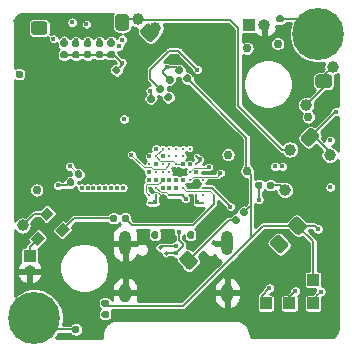
<source format=gbr>
%TF.GenerationSoftware,KiCad,Pcbnew,(5.1.6)-1*%
%TF.CreationDate,2021-01-25T15:06:37+00:00*%
%TF.ProjectId,OpenPnPVis,4f70656e-506e-4505-9669-732e6b696361,003*%
%TF.SameCoordinates,Original*%
%TF.FileFunction,Copper,L1,Top*%
%TF.FilePolarity,Positive*%
%FSLAX46Y46*%
G04 Gerber Fmt 4.6, Leading zero omitted, Abs format (unit mm)*
G04 Created by KiCad (PCBNEW (5.1.6)-1) date 2021-01-25 15:06:37*
%MOMM*%
%LPD*%
G01*
G04 APERTURE LIST*
%TA.AperFunction,SMDPad,CuDef*%
%ADD10R,1.000000X1.000000*%
%TD*%
%TA.AperFunction,SMDPad,CuDef*%
%ADD11C,0.100000*%
%TD*%
%TA.AperFunction,ComponentPad*%
%ADD12O,1.000000X1.000000*%
%TD*%
%TA.AperFunction,ComponentPad*%
%ADD13R,1.000000X1.000000*%
%TD*%
%TA.AperFunction,SMDPad,CuDef*%
%ADD14C,0.250000*%
%TD*%
%TA.AperFunction,ComponentPad*%
%ADD15O,1.000000X2.100000*%
%TD*%
%TA.AperFunction,ComponentPad*%
%ADD16O,1.000000X1.600000*%
%TD*%
%TA.AperFunction,ComponentPad*%
%ADD17C,0.700000*%
%TD*%
%TA.AperFunction,ComponentPad*%
%ADD18C,4.400000*%
%TD*%
%TA.AperFunction,ViaPad*%
%ADD19C,1.000000*%
%TD*%
%TA.AperFunction,ViaPad*%
%ADD20C,0.450000*%
%TD*%
%TA.AperFunction,ViaPad*%
%ADD21C,0.400000*%
%TD*%
%TA.AperFunction,ViaPad*%
%ADD22C,0.750000*%
%TD*%
%TA.AperFunction,Conductor*%
%ADD23C,0.200000*%
%TD*%
%TA.AperFunction,Conductor*%
%ADD24C,0.100000*%
%TD*%
%TA.AperFunction,Conductor*%
%ADD25C,0.210000*%
%TD*%
%TA.AperFunction,Conductor*%
%ADD26C,0.153000*%
%TD*%
%TA.AperFunction,Conductor*%
%ADD27C,0.254000*%
%TD*%
G04 APERTURE END LIST*
D10*
%TO.P,TP5,1*%
%TO.N,GND*%
X98600000Y-109600000D03*
%TD*%
%TO.P,TP4,1*%
%TO.N,/Power/2V5_EN*%
X98600000Y-111600000D03*
%TD*%
%TO.P,TP3,1*%
%TO.N,/Power/1V2_EN*%
X100600000Y-111600000D03*
%TD*%
%TO.P,TP2,1*%
%TO.N,/Power/AT_TINY_RST*%
X96600000Y-111600000D03*
%TD*%
%TO.P,TP1,1*%
%TO.N,+5V*%
X100600000Y-109600000D03*
%TD*%
%TA.AperFunction,SMDPad,CuDef*%
D11*
%TO.P,Q1,3*%
%TO.N,LED_V+*%
G36*
X77328248Y-105506066D02*
G01*
X77893934Y-106071752D01*
X77257538Y-106708148D01*
X76691852Y-106142462D01*
X77328248Y-105506066D01*
G37*
%TD.AperFunction*%
%TA.AperFunction,SMDPad,CuDef*%
%TO.P,Q1,2*%
%TO.N,/Power/VIN*%
G36*
X78070710Y-103420101D02*
G01*
X78636396Y-103985787D01*
X78000000Y-104622183D01*
X77434314Y-104056497D01*
X78070710Y-103420101D01*
G37*
%TD.AperFunction*%
%TA.AperFunction,SMDPad,CuDef*%
%TO.P,Q1,1*%
%TO.N,Net-(Q1-Pad1)*%
G36*
X79414213Y-104763604D02*
G01*
X79979899Y-105329290D01*
X79343503Y-105965686D01*
X78777817Y-105400000D01*
X79414213Y-104763604D01*
G37*
%TD.AperFunction*%
%TD*%
%TO.P,R15,2*%
%TO.N,Net-(Q1-Pad1)*%
%TA.AperFunction,SMDPad,CuDef*%
G36*
G01*
X84010000Y-104227500D02*
X84010000Y-104572500D01*
G75*
G02*
X83862500Y-104720000I-147500J0D01*
G01*
X83567500Y-104720000D01*
G75*
G02*
X83420000Y-104572500I0J147500D01*
G01*
X83420000Y-104227500D01*
G75*
G02*
X83567500Y-104080000I147500J0D01*
G01*
X83862500Y-104080000D01*
G75*
G02*
X84010000Y-104227500I0J-147500D01*
G01*
G37*
%TD.AperFunction*%
%TO.P,R15,1*%
%TO.N,FLASH_SIG*%
%TA.AperFunction,SMDPad,CuDef*%
G36*
G01*
X84980000Y-104227500D02*
X84980000Y-104572500D01*
G75*
G02*
X84832500Y-104720000I-147500J0D01*
G01*
X84537500Y-104720000D01*
G75*
G02*
X84390000Y-104572500I0J147500D01*
G01*
X84390000Y-104227500D01*
G75*
G02*
X84537500Y-104080000I147500J0D01*
G01*
X84832500Y-104080000D01*
G75*
G02*
X84980000Y-104227500I0J-147500D01*
G01*
G37*
%TD.AperFunction*%
%TD*%
D12*
%TO.P,J3,2*%
%TO.N,GND*%
X96470000Y-88000000D03*
D13*
%TO.P,J3,1*%
%TO.N,/CAM_TRIG*%
X95200000Y-88000000D03*
%TD*%
D12*
%TO.P,J2,2*%
%TO.N,GND*%
X76600000Y-108870000D03*
D13*
%TO.P,J2,1*%
%TO.N,LED_V+*%
X76600000Y-107600000D03*
%TD*%
%TO.P,R14,2*%
%TO.N,Net-(J4-PadB5)*%
%TA.AperFunction,SMDPad,CuDef*%
G36*
G01*
X86905000Y-105972500D02*
X86905000Y-105627500D01*
G75*
G02*
X87052500Y-105480000I147500J0D01*
G01*
X87347500Y-105480000D01*
G75*
G02*
X87495000Y-105627500I0J-147500D01*
G01*
X87495000Y-105972500D01*
G75*
G02*
X87347500Y-106120000I-147500J0D01*
G01*
X87052500Y-106120000D01*
G75*
G02*
X86905000Y-105972500I0J147500D01*
G01*
G37*
%TD.AperFunction*%
%TO.P,R14,1*%
%TO.N,GND*%
%TA.AperFunction,SMDPad,CuDef*%
G36*
G01*
X85935000Y-105972500D02*
X85935000Y-105627500D01*
G75*
G02*
X86082500Y-105480000I147500J0D01*
G01*
X86377500Y-105480000D01*
G75*
G02*
X86525000Y-105627500I0J-147500D01*
G01*
X86525000Y-105972500D01*
G75*
G02*
X86377500Y-106120000I-147500J0D01*
G01*
X86082500Y-106120000D01*
G75*
G02*
X85935000Y-105972500I0J147500D01*
G01*
G37*
%TD.AperFunction*%
%TD*%
%TO.P,R5,2*%
%TO.N,GND*%
%TA.AperFunction,SMDPad,CuDef*%
G36*
G01*
X90905000Y-105972500D02*
X90905000Y-105627500D01*
G75*
G02*
X91052500Y-105480000I147500J0D01*
G01*
X91347500Y-105480000D01*
G75*
G02*
X91495000Y-105627500I0J-147500D01*
G01*
X91495000Y-105972500D01*
G75*
G02*
X91347500Y-106120000I-147500J0D01*
G01*
X91052500Y-106120000D01*
G75*
G02*
X90905000Y-105972500I0J147500D01*
G01*
G37*
%TD.AperFunction*%
%TO.P,R5,1*%
%TO.N,Net-(J4-PadA5)*%
%TA.AperFunction,SMDPad,CuDef*%
G36*
G01*
X89935000Y-105972500D02*
X89935000Y-105627500D01*
G75*
G02*
X90082500Y-105480000I147500J0D01*
G01*
X90377500Y-105480000D01*
G75*
G02*
X90525000Y-105627500I0J-147500D01*
G01*
X90525000Y-105972500D01*
G75*
G02*
X90377500Y-106120000I-147500J0D01*
G01*
X90082500Y-106120000D01*
G75*
G02*
X89935000Y-105972500I0J147500D01*
G01*
G37*
%TD.AperFunction*%
%TD*%
%TO.P,C25,2*%
%TO.N,GND*%
%TA.AperFunction,SMDPad,CuDef*%
G36*
G01*
X82950000Y-87349999D02*
X82950000Y-88250001D01*
G75*
G02*
X82700001Y-88500000I-249999J0D01*
G01*
X82049999Y-88500000D01*
G75*
G02*
X81800000Y-88250001I0J249999D01*
G01*
X81800000Y-87349999D01*
G75*
G02*
X82049999Y-87100000I249999J0D01*
G01*
X82700001Y-87100000D01*
G75*
G02*
X82950000Y-87349999I0J-249999D01*
G01*
G37*
%TD.AperFunction*%
%TO.P,C25,1*%
%TO.N,VAA*%
%TA.AperFunction,SMDPad,CuDef*%
G36*
G01*
X85000000Y-87349999D02*
X85000000Y-88250001D01*
G75*
G02*
X84750001Y-88500000I-249999J0D01*
G01*
X84099999Y-88500000D01*
G75*
G02*
X83850000Y-88250001I0J249999D01*
G01*
X83850000Y-87349999D01*
G75*
G02*
X84099999Y-87100000I249999J0D01*
G01*
X84750001Y-87100000D01*
G75*
G02*
X85000000Y-87349999I0J-249999D01*
G01*
G37*
%TD.AperFunction*%
%TD*%
%TO.P,C24,2*%
%TO.N,GND*%
%TA.AperFunction,SMDPad,CuDef*%
G36*
G01*
X76390000Y-92372500D02*
X76390000Y-92027500D01*
G75*
G02*
X76537500Y-91880000I147500J0D01*
G01*
X76832500Y-91880000D01*
G75*
G02*
X76980000Y-92027500I0J-147500D01*
G01*
X76980000Y-92372500D01*
G75*
G02*
X76832500Y-92520000I-147500J0D01*
G01*
X76537500Y-92520000D01*
G75*
G02*
X76390000Y-92372500I0J147500D01*
G01*
G37*
%TD.AperFunction*%
%TO.P,C24,1*%
%TO.N,VAA*%
%TA.AperFunction,SMDPad,CuDef*%
G36*
G01*
X75420000Y-92372500D02*
X75420000Y-92027500D01*
G75*
G02*
X75567500Y-91880000I147500J0D01*
G01*
X75862500Y-91880000D01*
G75*
G02*
X76010000Y-92027500I0J-147500D01*
G01*
X76010000Y-92372500D01*
G75*
G02*
X75862500Y-92520000I-147500J0D01*
G01*
X75567500Y-92520000D01*
G75*
G02*
X75420000Y-92372500I0J147500D01*
G01*
G37*
%TD.AperFunction*%
%TD*%
%TO.P,C21,2*%
%TO.N,GND*%
%TA.AperFunction,SMDPad,CuDef*%
G36*
G01*
X85363604Y-89399999D02*
X86000001Y-90036396D01*
G75*
G02*
X86000001Y-90389948I-176776J-176776D01*
G01*
X85540380Y-90849569D01*
G75*
G02*
X85186828Y-90849569I-176776J176776D01*
G01*
X84550431Y-90213172D01*
G75*
G02*
X84550431Y-89859620I176776J176776D01*
G01*
X85010052Y-89399999D01*
G75*
G02*
X85363604Y-89399999I176776J-176776D01*
G01*
G37*
%TD.AperFunction*%
%TO.P,C21,1*%
%TO.N,+3V3*%
%TA.AperFunction,SMDPad,CuDef*%
G36*
G01*
X86813172Y-87950431D02*
X87449569Y-88586828D01*
G75*
G02*
X87449569Y-88940380I-176776J-176776D01*
G01*
X86989948Y-89400001D01*
G75*
G02*
X86636396Y-89400001I-176776J176776D01*
G01*
X85999999Y-88763604D01*
G75*
G02*
X85999999Y-88410052I176776J176776D01*
G01*
X86459620Y-87950431D01*
G75*
G02*
X86813172Y-87950431I176776J-176776D01*
G01*
G37*
%TD.AperFunction*%
%TD*%
%TO.P,C8,2*%
%TO.N,GND*%
%TA.AperFunction,SMDPad,CuDef*%
G36*
G01*
X83343674Y-92212375D02*
X83587625Y-92456327D01*
G75*
G02*
X83587625Y-92664923I-104298J-104298D01*
G01*
X83379029Y-92873519D01*
G75*
G02*
X83170433Y-92873519I-104298J104298D01*
G01*
X82926481Y-92629567D01*
G75*
G02*
X82926481Y-92420971I104298J104298D01*
G01*
X83135077Y-92212375D01*
G75*
G02*
X83343673Y-92212375I104298J-104298D01*
G01*
G37*
%TD.AperFunction*%
%TO.P,C8,1*%
%TO.N,+3V3*%
%TA.AperFunction,SMDPad,CuDef*%
G36*
G01*
X84029568Y-91526481D02*
X84273519Y-91770433D01*
G75*
G02*
X84273519Y-91979029I-104298J-104298D01*
G01*
X84064923Y-92187625D01*
G75*
G02*
X83856327Y-92187625I-104298J104298D01*
G01*
X83612375Y-91943673D01*
G75*
G02*
X83612375Y-91735077I104298J104298D01*
G01*
X83820971Y-91526481D01*
G75*
G02*
X84029567Y-91526481I104298J-104298D01*
G01*
G37*
%TD.AperFunction*%
%TD*%
D14*
%TO.P,U2,A1*%
%TO.N,GND*%
X86720000Y-98490000D03*
%TO.P,U2,B1*%
%TO.N,/H_Valid*%
X86720000Y-99150000D03*
%TO.P,U2,C1*%
%TO.N,Net-(U2-PadC1)*%
X86720000Y-99810000D03*
%TO.P,U2,D1*%
%TO.N,/C_DAT7*%
X86720000Y-100470000D03*
%TO.P,U2,E1*%
%TO.N,/C_DAT5*%
X86720000Y-101130000D03*
%TO.P,U2,F1*%
%TO.N,GND*%
X86720000Y-101790000D03*
%TO.P,U2,G1*%
%TO.N,+2V8*%
X86720000Y-102450000D03*
%TO.P,U2,H1*%
%TO.N,VAA*%
X86720000Y-103110000D03*
%TO.P,U2,A2*%
%TO.N,+2V8*%
X87290000Y-98490000D03*
%TO.P,U2,B2*%
%TO.N,+1V2*%
X87290000Y-99150000D03*
%TO.P,U2,C2*%
%TO.N,+2V8*%
X87290000Y-99810000D03*
%TO.P,U2,D2*%
%TO.N,Net-(U2-PadD2)*%
X87290000Y-100470000D03*
%TO.P,U2,E2*%
%TO.N,/C_DAT6*%
X87290000Y-101130000D03*
%TO.P,U2,F2*%
%TO.N,+1V2*%
X87290000Y-101790000D03*
%TO.P,U2,G2*%
%TO.N,VAA*%
X87290000Y-102450000D03*
%TO.P,U2,H2*%
X87290000Y-103110000D03*
%TO.P,U2,A3*%
%TO.N,+1V2*%
X87860000Y-98490000D03*
%TO.P,U2,B3*%
%TO.N,/Sensor_CLK*%
X87860000Y-99150000D03*
%TO.P,U2,C3*%
%TO.N,/P_CLK*%
X87860000Y-99810000D03*
%TO.P,U2,D3*%
%TO.N,Net-(U2-PadD3)*%
X87860000Y-100470000D03*
%TO.P,U2,E3*%
%TO.N,+2V8*%
X87860000Y-101130000D03*
%TO.P,U2,F3*%
%TO.N,/C_DAT2*%
X87860000Y-101790000D03*
%TO.P,U2,G3*%
%TO.N,GND*%
X87860000Y-102450000D03*
%TO.P,U2,H3*%
X87860000Y-103110000D03*
%TO.P,U2,A4*%
%TO.N,/MIPI_CH2_p*%
X88430000Y-98490000D03*
%TO.P,U2,B4*%
%TO.N,/MIPI_CH2_n*%
X88430000Y-99150000D03*
%TO.P,U2,C4*%
%TO.N,/F_VALID*%
X88430000Y-99810000D03*
%TO.P,U2,D4*%
%TO.N,Net-(U2-PadD4)*%
X88430000Y-100470000D03*
%TO.P,U2,E4*%
%TO.N,/C_DAT4*%
X88430000Y-101130000D03*
%TO.P,U2,F4*%
%TO.N,/C_DAT1*%
X88430000Y-101790000D03*
%TO.P,U2,G4*%
%TO.N,+1V2*%
X88430000Y-102450000D03*
%TO.P,U2,H4*%
%TO.N,GND*%
X88430000Y-103110000D03*
%TO.P,U2,A5*%
%TO.N,/MIPI_CLK_p*%
X89000000Y-98490000D03*
%TO.P,U2,B5*%
%TO.N,/MIPI_CLK_n*%
X89000000Y-99150000D03*
%TO.P,U2,C5*%
%TO.N,+1V2*%
X89000000Y-99810000D03*
%TO.P,U2,D5*%
%TO.N,GND*%
X89000000Y-100470000D03*
%TO.P,U2,E5*%
%TO.N,/C_DAT3*%
X89000000Y-101130000D03*
%TO.P,U2,F5*%
%TO.N,/C_DAT0*%
X89000000Y-101790000D03*
%TO.P,U2,G5*%
%TO.N,+1V2*%
X89000000Y-102450000D03*
%TO.P,U2,H5*%
%TO.N,GND*%
X89000000Y-103110000D03*
%TO.P,U2,A6*%
%TO.N,/MIPI_CH1_p*%
X89570000Y-98490000D03*
%TO.P,U2,B6*%
%TO.N,/MIPI_CH1_n*%
X89570000Y-99150000D03*
%TO.P,U2,C6*%
%TO.N,+1V2*%
X89570000Y-99810000D03*
%TO.P,U2,D6*%
%TO.N,GND*%
X89570000Y-100470000D03*
%TO.P,U2,E6*%
%TO.N,/SDA*%
X89570000Y-101130000D03*
%TO.P,U2,F6*%
%TO.N,FLASH_SIG*%
X89570000Y-101790000D03*
%TO.P,U2,G6*%
%TO.N,+1V2*%
X89570000Y-102450000D03*
%TO.P,U2,H6*%
%TO.N,GND*%
X89570000Y-103110000D03*
%TO.P,U2,A7*%
%TO.N,Net-(U2-PadA7)*%
X90140000Y-98490000D03*
%TO.P,U2,B7*%
%TO.N,GND*%
X90140000Y-99150000D03*
%TO.P,U2,C7*%
%TO.N,/SCL*%
X90140000Y-99810000D03*
%TO.P,U2,D7*%
%TO.N,/~OE*%
X90140000Y-100470000D03*
%TO.P,U2,E7*%
%TO.N,/CAM_TRIG*%
X90140000Y-101130000D03*
%TO.P,U2,F7*%
%TO.N,GND*%
X90140000Y-101790000D03*
%TO.P,U2,G7*%
X90140000Y-102450000D03*
%TO.P,U2,H7*%
X90140000Y-103110000D03*
%TO.P,U2,A8*%
X90710000Y-98490000D03*
%TO.P,U2,B8*%
%TO.N,+2V8*%
X90710000Y-99150000D03*
%TO.P,U2,C8*%
X90710000Y-99810000D03*
%TO.P,U2,D8*%
%TO.N,+1V2*%
X90710000Y-100470000D03*
%TO.P,U2,E8*%
%TO.N,GND*%
X90710000Y-101130000D03*
%TO.P,U2,F8*%
X90710000Y-101790000D03*
%TO.P,U2,G8*%
%TO.N,VAA*%
X90710000Y-102450000D03*
%TO.P,U2,H8*%
X90710000Y-103110000D03*
%TO.P,U2,D9*%
%TO.N,GND*%
X91280000Y-100470000D03*
%TO.P,U2,E9*%
%TO.N,Net-(U2-PadE9)*%
X91280000Y-101130000D03*
%TO.P,U2,F9*%
%TO.N,VAA*%
X91280000Y-101790000D03*
%TO.P,U2,G9*%
%TO.N,Net-(U2-PadG9)*%
X91280000Y-102450000D03*
%TO.P,U2,H9*%
%TO.N,VAA*%
X91280000Y-103110000D03*
%TD*%
D15*
%TO.P,J4,S1*%
%TO.N,GND*%
X93320000Y-106520000D03*
X84680000Y-106520000D03*
D16*
X93320000Y-110700000D03*
X84680000Y-110700000D03*
%TD*%
%TO.P,R20,2*%
%TO.N,/Sensor_CLK*%
%TA.AperFunction,SMDPad,CuDef*%
G36*
G01*
X88012375Y-94056326D02*
X88256327Y-93812375D01*
G75*
G02*
X88464923Y-93812375I104298J-104298D01*
G01*
X88673519Y-94020971D01*
G75*
G02*
X88673519Y-94229567I-104298J-104298D01*
G01*
X88429567Y-94473519D01*
G75*
G02*
X88220971Y-94473519I-104298J104298D01*
G01*
X88012375Y-94264923D01*
G75*
G02*
X88012375Y-94056327I104298J104298D01*
G01*
G37*
%TD.AperFunction*%
%TO.P,R20,1*%
%TO.N,/XO*%
%TA.AperFunction,SMDPad,CuDef*%
G36*
G01*
X87326481Y-93370432D02*
X87570433Y-93126481D01*
G75*
G02*
X87779029Y-93126481I104298J-104298D01*
G01*
X87987625Y-93335077D01*
G75*
G02*
X87987625Y-93543673I-104298J-104298D01*
G01*
X87743673Y-93787625D01*
G75*
G02*
X87535077Y-93787625I-104298J104298D01*
G01*
X87326481Y-93579029D01*
G75*
G02*
X87326481Y-93370433I104298J104298D01*
G01*
G37*
%TD.AperFunction*%
%TD*%
%TO.P,R19,2*%
%TO.N,/Sensor_CLK*%
%TA.AperFunction,SMDPad,CuDef*%
G36*
G01*
X80656326Y-100987625D02*
X80412375Y-100743673D01*
G75*
G02*
X80412375Y-100535077I104298J104298D01*
G01*
X80620971Y-100326481D01*
G75*
G02*
X80829567Y-100326481I104298J-104298D01*
G01*
X81073519Y-100570433D01*
G75*
G02*
X81073519Y-100779029I-104298J-104298D01*
G01*
X80864923Y-100987625D01*
G75*
G02*
X80656327Y-100987625I-104298J104298D01*
G01*
G37*
%TD.AperFunction*%
%TO.P,R19,1*%
%TO.N,/33MHZ_CLK*%
%TA.AperFunction,SMDPad,CuDef*%
G36*
G01*
X79970432Y-101673519D02*
X79726481Y-101429567D01*
G75*
G02*
X79726481Y-101220971I104298J104298D01*
G01*
X79935077Y-101012375D01*
G75*
G02*
X80143673Y-101012375I104298J-104298D01*
G01*
X80387625Y-101256327D01*
G75*
G02*
X80387625Y-101464923I-104298J-104298D01*
G01*
X80179029Y-101673519D01*
G75*
G02*
X79970433Y-101673519I-104298J104298D01*
G01*
G37*
%TD.AperFunction*%
%TD*%
%TO.P,R13,2*%
%TO.N,Net-(R13-Pad2)*%
%TA.AperFunction,SMDPad,CuDef*%
G36*
G01*
X87187625Y-94343674D02*
X86943673Y-94587625D01*
G75*
G02*
X86735077Y-94587625I-104298J104298D01*
G01*
X86526481Y-94379029D01*
G75*
G02*
X86526481Y-94170433I104298J104298D01*
G01*
X86770433Y-93926481D01*
G75*
G02*
X86979029Y-93926481I104298J-104298D01*
G01*
X87187625Y-94135077D01*
G75*
G02*
X87187625Y-94343673I-104298J-104298D01*
G01*
G37*
%TD.AperFunction*%
%TO.P,R13,1*%
%TO.N,GND*%
%TA.AperFunction,SMDPad,CuDef*%
G36*
G01*
X87873519Y-95029568D02*
X87629567Y-95273519D01*
G75*
G02*
X87420971Y-95273519I-104298J104298D01*
G01*
X87212375Y-95064923D01*
G75*
G02*
X87212375Y-94856327I104298J104298D01*
G01*
X87456327Y-94612375D01*
G75*
G02*
X87664923Y-94612375I104298J-104298D01*
G01*
X87873519Y-94820971D01*
G75*
G02*
X87873519Y-95029567I-104298J-104298D01*
G01*
G37*
%TD.AperFunction*%
%TD*%
%TO.P,R12,2*%
%TO.N,Net-(R12-Pad2)*%
%TA.AperFunction,SMDPad,CuDef*%
G36*
G01*
X83672500Y-89860000D02*
X83327500Y-89860000D01*
G75*
G02*
X83180000Y-89712500I0J147500D01*
G01*
X83180000Y-89417500D01*
G75*
G02*
X83327500Y-89270000I147500J0D01*
G01*
X83672500Y-89270000D01*
G75*
G02*
X83820000Y-89417500I0J-147500D01*
G01*
X83820000Y-89712500D01*
G75*
G02*
X83672500Y-89860000I-147500J0D01*
G01*
G37*
%TD.AperFunction*%
%TO.P,R12,1*%
%TO.N,+3V3*%
%TA.AperFunction,SMDPad,CuDef*%
G36*
G01*
X83672500Y-90830000D02*
X83327500Y-90830000D01*
G75*
G02*
X83180000Y-90682500I0J147500D01*
G01*
X83180000Y-90387500D01*
G75*
G02*
X83327500Y-90240000I147500J0D01*
G01*
X83672500Y-90240000D01*
G75*
G02*
X83820000Y-90387500I0J-147500D01*
G01*
X83820000Y-90682500D01*
G75*
G02*
X83672500Y-90830000I-147500J0D01*
G01*
G37*
%TD.AperFunction*%
%TD*%
%TO.P,R11,2*%
%TO.N,Net-(R11-Pad2)*%
%TA.AperFunction,SMDPad,CuDef*%
G36*
G01*
X82672500Y-89860000D02*
X82327500Y-89860000D01*
G75*
G02*
X82180000Y-89712500I0J147500D01*
G01*
X82180000Y-89417500D01*
G75*
G02*
X82327500Y-89270000I147500J0D01*
G01*
X82672500Y-89270000D01*
G75*
G02*
X82820000Y-89417500I0J-147500D01*
G01*
X82820000Y-89712500D01*
G75*
G02*
X82672500Y-89860000I-147500J0D01*
G01*
G37*
%TD.AperFunction*%
%TO.P,R11,1*%
%TO.N,+3V3*%
%TA.AperFunction,SMDPad,CuDef*%
G36*
G01*
X82672500Y-90830000D02*
X82327500Y-90830000D01*
G75*
G02*
X82180000Y-90682500I0J147500D01*
G01*
X82180000Y-90387500D01*
G75*
G02*
X82327500Y-90240000I147500J0D01*
G01*
X82672500Y-90240000D01*
G75*
G02*
X82820000Y-90387500I0J-147500D01*
G01*
X82820000Y-90682500D01*
G75*
G02*
X82672500Y-90830000I-147500J0D01*
G01*
G37*
%TD.AperFunction*%
%TD*%
%TO.P,R10,2*%
%TO.N,Net-(R10-Pad2)*%
%TA.AperFunction,SMDPad,CuDef*%
G36*
G01*
X81672500Y-89875000D02*
X81327500Y-89875000D01*
G75*
G02*
X81180000Y-89727500I0J147500D01*
G01*
X81180000Y-89432500D01*
G75*
G02*
X81327500Y-89285000I147500J0D01*
G01*
X81672500Y-89285000D01*
G75*
G02*
X81820000Y-89432500I0J-147500D01*
G01*
X81820000Y-89727500D01*
G75*
G02*
X81672500Y-89875000I-147500J0D01*
G01*
G37*
%TD.AperFunction*%
%TO.P,R10,1*%
%TO.N,+3V3*%
%TA.AperFunction,SMDPad,CuDef*%
G36*
G01*
X81672500Y-90845000D02*
X81327500Y-90845000D01*
G75*
G02*
X81180000Y-90697500I0J147500D01*
G01*
X81180000Y-90402500D01*
G75*
G02*
X81327500Y-90255000I147500J0D01*
G01*
X81672500Y-90255000D01*
G75*
G02*
X81820000Y-90402500I0J-147500D01*
G01*
X81820000Y-90697500D01*
G75*
G02*
X81672500Y-90845000I-147500J0D01*
G01*
G37*
%TD.AperFunction*%
%TD*%
%TO.P,R9,2*%
%TO.N,Net-(R9-Pad2)*%
%TA.AperFunction,SMDPad,CuDef*%
G36*
G01*
X80672500Y-89875000D02*
X80327500Y-89875000D01*
G75*
G02*
X80180000Y-89727500I0J147500D01*
G01*
X80180000Y-89432500D01*
G75*
G02*
X80327500Y-89285000I147500J0D01*
G01*
X80672500Y-89285000D01*
G75*
G02*
X80820000Y-89432500I0J-147500D01*
G01*
X80820000Y-89727500D01*
G75*
G02*
X80672500Y-89875000I-147500J0D01*
G01*
G37*
%TD.AperFunction*%
%TO.P,R9,1*%
%TO.N,+3V3*%
%TA.AperFunction,SMDPad,CuDef*%
G36*
G01*
X80672500Y-90845000D02*
X80327500Y-90845000D01*
G75*
G02*
X80180000Y-90697500I0J147500D01*
G01*
X80180000Y-90402500D01*
G75*
G02*
X80327500Y-90255000I147500J0D01*
G01*
X80672500Y-90255000D01*
G75*
G02*
X80820000Y-90402500I0J-147500D01*
G01*
X80820000Y-90697500D01*
G75*
G02*
X80672500Y-90845000I-147500J0D01*
G01*
G37*
%TD.AperFunction*%
%TD*%
%TO.P,R8,2*%
%TO.N,Net-(R8-Pad2)*%
%TA.AperFunction,SMDPad,CuDef*%
G36*
G01*
X79672500Y-89875000D02*
X79327500Y-89875000D01*
G75*
G02*
X79180000Y-89727500I0J147500D01*
G01*
X79180000Y-89432500D01*
G75*
G02*
X79327500Y-89285000I147500J0D01*
G01*
X79672500Y-89285000D01*
G75*
G02*
X79820000Y-89432500I0J-147500D01*
G01*
X79820000Y-89727500D01*
G75*
G02*
X79672500Y-89875000I-147500J0D01*
G01*
G37*
%TD.AperFunction*%
%TO.P,R8,1*%
%TO.N,+3V3*%
%TA.AperFunction,SMDPad,CuDef*%
G36*
G01*
X79672500Y-90845000D02*
X79327500Y-90845000D01*
G75*
G02*
X79180000Y-90697500I0J147500D01*
G01*
X79180000Y-90402500D01*
G75*
G02*
X79327500Y-90255000I147500J0D01*
G01*
X79672500Y-90255000D01*
G75*
G02*
X79820000Y-90402500I0J-147500D01*
G01*
X79820000Y-90697500D01*
G75*
G02*
X79672500Y-90845000I-147500J0D01*
G01*
G37*
%TD.AperFunction*%
%TD*%
%TO.P,R7,2*%
%TO.N,Net-(R6-Pad2)*%
%TA.AperFunction,SMDPad,CuDef*%
G36*
G01*
X88787625Y-92743674D02*
X88543673Y-92987625D01*
G75*
G02*
X88335077Y-92987625I-104298J104298D01*
G01*
X88126481Y-92779029D01*
G75*
G02*
X88126481Y-92570433I104298J104298D01*
G01*
X88370433Y-92326481D01*
G75*
G02*
X88579029Y-92326481I104298J-104298D01*
G01*
X88787625Y-92535077D01*
G75*
G02*
X88787625Y-92743673I-104298J-104298D01*
G01*
G37*
%TD.AperFunction*%
%TO.P,R7,1*%
%TO.N,GND*%
%TA.AperFunction,SMDPad,CuDef*%
G36*
G01*
X89473519Y-93429568D02*
X89229567Y-93673519D01*
G75*
G02*
X89020971Y-93673519I-104298J104298D01*
G01*
X88812375Y-93464923D01*
G75*
G02*
X88812375Y-93256327I104298J104298D01*
G01*
X89056327Y-93012375D01*
G75*
G02*
X89264923Y-93012375I104298J-104298D01*
G01*
X89473519Y-93220971D01*
G75*
G02*
X89473519Y-93429567I-104298J-104298D01*
G01*
G37*
%TD.AperFunction*%
%TD*%
%TO.P,R6,2*%
%TO.N,Net-(R6-Pad2)*%
%TA.AperFunction,SMDPad,CuDef*%
G36*
G01*
X89587625Y-91943674D02*
X89343673Y-92187625D01*
G75*
G02*
X89135077Y-92187625I-104298J104298D01*
G01*
X88926481Y-91979029D01*
G75*
G02*
X88926481Y-91770433I104298J104298D01*
G01*
X89170433Y-91526481D01*
G75*
G02*
X89379029Y-91526481I104298J-104298D01*
G01*
X89587625Y-91735077D01*
G75*
G02*
X89587625Y-91943673I-104298J-104298D01*
G01*
G37*
%TD.AperFunction*%
%TO.P,R6,1*%
%TO.N,+5V*%
%TA.AperFunction,SMDPad,CuDef*%
G36*
G01*
X90273519Y-92629568D02*
X90029567Y-92873519D01*
G75*
G02*
X89820971Y-92873519I-104298J104298D01*
G01*
X89612375Y-92664923D01*
G75*
G02*
X89612375Y-92456327I104298J104298D01*
G01*
X89856327Y-92212375D01*
G75*
G02*
X90064923Y-92212375I104298J-104298D01*
G01*
X90273519Y-92420971D01*
G75*
G02*
X90273519Y-92629567I-104298J-104298D01*
G01*
G37*
%TD.AperFunction*%
%TD*%
%TO.P,R4,2*%
%TO.N,Net-(D2-Pad2)*%
%TA.AperFunction,SMDPad,CuDef*%
G36*
G01*
X96310000Y-101427500D02*
X96310000Y-101772500D01*
G75*
G02*
X96162500Y-101920000I-147500J0D01*
G01*
X95867500Y-101920000D01*
G75*
G02*
X95720000Y-101772500I0J147500D01*
G01*
X95720000Y-101427500D01*
G75*
G02*
X95867500Y-101280000I147500J0D01*
G01*
X96162500Y-101280000D01*
G75*
G02*
X96310000Y-101427500I0J-147500D01*
G01*
G37*
%TD.AperFunction*%
%TO.P,R4,1*%
%TO.N,+3V3*%
%TA.AperFunction,SMDPad,CuDef*%
G36*
G01*
X97280000Y-101427500D02*
X97280000Y-101772500D01*
G75*
G02*
X97132500Y-101920000I-147500J0D01*
G01*
X96837500Y-101920000D01*
G75*
G02*
X96690000Y-101772500I0J147500D01*
G01*
X96690000Y-101427500D01*
G75*
G02*
X96837500Y-101280000I147500J0D01*
G01*
X97132500Y-101280000D01*
G75*
G02*
X97280000Y-101427500I0J-147500D01*
G01*
G37*
%TD.AperFunction*%
%TD*%
%TO.P,R3,2*%
%TO.N,+5V*%
%TA.AperFunction,SMDPad,CuDef*%
G36*
G01*
X94656326Y-104187625D02*
X94412375Y-103943673D01*
G75*
G02*
X94412375Y-103735077I104298J104298D01*
G01*
X94620971Y-103526481D01*
G75*
G02*
X94829567Y-103526481I104298J-104298D01*
G01*
X95073519Y-103770433D01*
G75*
G02*
X95073519Y-103979029I-104298J-104298D01*
G01*
X94864923Y-104187625D01*
G75*
G02*
X94656327Y-104187625I-104298J104298D01*
G01*
G37*
%TD.AperFunction*%
%TO.P,R3,1*%
%TO.N,/Power/VIN*%
%TA.AperFunction,SMDPad,CuDef*%
G36*
G01*
X93970432Y-104873519D02*
X93726481Y-104629567D01*
G75*
G02*
X93726481Y-104420971I104298J104298D01*
G01*
X93935077Y-104212375D01*
G75*
G02*
X94143673Y-104212375I104298J-104298D01*
G01*
X94387625Y-104456327D01*
G75*
G02*
X94387625Y-104664923I-104298J-104298D01*
G01*
X94179029Y-104873519D01*
G75*
G02*
X93970433Y-104873519I-104298J104298D01*
G01*
G37*
%TD.AperFunction*%
%TD*%
%TO.P,R2,2*%
%TO.N,Net-(D1-Pad2)*%
%TA.AperFunction,SMDPad,CuDef*%
G36*
G01*
X82827500Y-112240000D02*
X83172500Y-112240000D01*
G75*
G02*
X83320000Y-112387500I0J-147500D01*
G01*
X83320000Y-112682500D01*
G75*
G02*
X83172500Y-112830000I-147500J0D01*
G01*
X82827500Y-112830000D01*
G75*
G02*
X82680000Y-112682500I0J147500D01*
G01*
X82680000Y-112387500D01*
G75*
G02*
X82827500Y-112240000I147500J0D01*
G01*
G37*
%TD.AperFunction*%
%TO.P,R2,1*%
%TO.N,+5V*%
%TA.AperFunction,SMDPad,CuDef*%
G36*
G01*
X82827500Y-111270000D02*
X83172500Y-111270000D01*
G75*
G02*
X83320000Y-111417500I0J-147500D01*
G01*
X83320000Y-111712500D01*
G75*
G02*
X83172500Y-111860000I-147500J0D01*
G01*
X82827500Y-111860000D01*
G75*
G02*
X82680000Y-111712500I0J147500D01*
G01*
X82680000Y-111417500D01*
G75*
G02*
X82827500Y-111270000I147500J0D01*
G01*
G37*
%TD.AperFunction*%
%TD*%
D17*
%TO.P,H2,1*%
%TO.N,Net-(C19-Pad2)*%
X78166726Y-111633274D03*
X77000000Y-111150000D03*
X75833274Y-111633274D03*
X75350000Y-112800000D03*
X75833274Y-113966726D03*
X77000000Y-114450000D03*
X78166726Y-113966726D03*
X78650000Y-112800000D03*
D18*
X77000000Y-112800000D03*
%TD*%
D17*
%TO.P,H1,1*%
%TO.N,Net-(C17-Pad2)*%
X102166726Y-87633274D03*
X101000000Y-87150000D03*
X99833274Y-87633274D03*
X99350000Y-88800000D03*
X99833274Y-89966726D03*
X101000000Y-90450000D03*
X102166726Y-89966726D03*
X102650000Y-88800000D03*
D18*
X101000000Y-88800000D03*
%TD*%
%TA.AperFunction,SMDPad,CuDef*%
D11*
%TO.P,U6,3*%
%TO.N,GND*%
G36*
X87511612Y-107700520D02*
G01*
X87299480Y-107912652D01*
X87087348Y-107700520D01*
X87299480Y-107488388D01*
X87511612Y-107700520D01*
G37*
%TD.AperFunction*%
%TA.AperFunction,SMDPad,CuDef*%
%TO.P,U6,2*%
%TO.N,USB_D-*%
G36*
X87865165Y-106851992D02*
G01*
X87653033Y-107064124D01*
X87440901Y-106851992D01*
X87653033Y-106639860D01*
X87865165Y-106851992D01*
G37*
%TD.AperFunction*%
%TA.AperFunction,SMDPad,CuDef*%
%TO.P,U6,1*%
%TO.N,USB_D+*%
G36*
X88360140Y-107346967D02*
G01*
X88148008Y-107559099D01*
X87935876Y-107346967D01*
X88148008Y-107134835D01*
X88360140Y-107346967D01*
G37*
%TD.AperFunction*%
%TD*%
%TO.P,C19,2*%
%TO.N,Net-(C19-Pad2)*%
%TA.AperFunction,SMDPad,CuDef*%
G36*
G01*
X80810000Y-113627500D02*
X80810000Y-113972500D01*
G75*
G02*
X80662500Y-114120000I-147500J0D01*
G01*
X80367500Y-114120000D01*
G75*
G02*
X80220000Y-113972500I0J147500D01*
G01*
X80220000Y-113627500D01*
G75*
G02*
X80367500Y-113480000I147500J0D01*
G01*
X80662500Y-113480000D01*
G75*
G02*
X80810000Y-113627500I0J-147500D01*
G01*
G37*
%TD.AperFunction*%
%TO.P,C19,1*%
%TO.N,GND*%
%TA.AperFunction,SMDPad,CuDef*%
G36*
G01*
X81780000Y-113627500D02*
X81780000Y-113972500D01*
G75*
G02*
X81632500Y-114120000I-147500J0D01*
G01*
X81337500Y-114120000D01*
G75*
G02*
X81190000Y-113972500I0J147500D01*
G01*
X81190000Y-113627500D01*
G75*
G02*
X81337500Y-113480000I147500J0D01*
G01*
X81632500Y-113480000D01*
G75*
G02*
X81780000Y-113627500I0J-147500D01*
G01*
G37*
%TD.AperFunction*%
%TD*%
%TO.P,C17,2*%
%TO.N,Net-(C17-Pad2)*%
%TA.AperFunction,SMDPad,CuDef*%
G36*
G01*
X97972500Y-87810000D02*
X97627500Y-87810000D01*
G75*
G02*
X97480000Y-87662500I0J147500D01*
G01*
X97480000Y-87367500D01*
G75*
G02*
X97627500Y-87220000I147500J0D01*
G01*
X97972500Y-87220000D01*
G75*
G02*
X98120000Y-87367500I0J-147500D01*
G01*
X98120000Y-87662500D01*
G75*
G02*
X97972500Y-87810000I-147500J0D01*
G01*
G37*
%TD.AperFunction*%
%TO.P,C17,1*%
%TO.N,GND*%
%TA.AperFunction,SMDPad,CuDef*%
G36*
G01*
X97972500Y-88780000D02*
X97627500Y-88780000D01*
G75*
G02*
X97480000Y-88632500I0J147500D01*
G01*
X97480000Y-88337500D01*
G75*
G02*
X97627500Y-88190000I147500J0D01*
G01*
X97972500Y-88190000D01*
G75*
G02*
X98120000Y-88337500I0J-147500D01*
G01*
X98120000Y-88632500D01*
G75*
G02*
X97972500Y-88780000I-147500J0D01*
G01*
G37*
%TD.AperFunction*%
%TD*%
%TO.P,C16,2*%
%TO.N,+3V3*%
%TA.AperFunction,SMDPad,CuDef*%
G36*
G01*
X99599999Y-97436396D02*
X100236396Y-96799999D01*
G75*
G02*
X100589948Y-96799999I176776J-176776D01*
G01*
X101049569Y-97259620D01*
G75*
G02*
X101049569Y-97613172I-176776J-176776D01*
G01*
X100413172Y-98249569D01*
G75*
G02*
X100059620Y-98249569I-176776J176776D01*
G01*
X99599999Y-97789948D01*
G75*
G02*
X99599999Y-97436396I176776J176776D01*
G01*
G37*
%TD.AperFunction*%
%TO.P,C16,1*%
%TO.N,GND*%
%TA.AperFunction,SMDPad,CuDef*%
G36*
G01*
X98150431Y-95986828D02*
X98786828Y-95350431D01*
G75*
G02*
X99140380Y-95350431I176776J-176776D01*
G01*
X99600001Y-95810052D01*
G75*
G02*
X99600001Y-96163604I-176776J-176776D01*
G01*
X98963604Y-96800001D01*
G75*
G02*
X98610052Y-96800001I-176776J176776D01*
G01*
X98150431Y-96340380D01*
G75*
G02*
X98150431Y-95986828I176776J176776D01*
G01*
G37*
%TD.AperFunction*%
%TD*%
%TO.P,C15,2*%
%TO.N,+3V3*%
%TA.AperFunction,SMDPad,CuDef*%
G36*
G01*
X101950001Y-93350000D02*
X101049999Y-93350000D01*
G75*
G02*
X100800000Y-93100001I0J249999D01*
G01*
X100800000Y-92449999D01*
G75*
G02*
X101049999Y-92200000I249999J0D01*
G01*
X101950001Y-92200000D01*
G75*
G02*
X102200000Y-92449999I0J-249999D01*
G01*
X102200000Y-93100001D01*
G75*
G02*
X101950001Y-93350000I-249999J0D01*
G01*
G37*
%TD.AperFunction*%
%TO.P,C15,1*%
%TO.N,GND*%
%TA.AperFunction,SMDPad,CuDef*%
G36*
G01*
X101950001Y-95400000D02*
X101049999Y-95400000D01*
G75*
G02*
X100800000Y-95150001I0J249999D01*
G01*
X100800000Y-94499999D01*
G75*
G02*
X101049999Y-94250000I249999J0D01*
G01*
X101950001Y-94250000D01*
G75*
G02*
X102200000Y-94499999I0J-249999D01*
G01*
X102200000Y-95150001D01*
G75*
G02*
X101950001Y-95400000I-249999J0D01*
G01*
G37*
%TD.AperFunction*%
%TD*%
%TO.P,C6,2*%
%TO.N,GND*%
%TA.AperFunction,SMDPad,CuDef*%
G36*
G01*
X76949999Y-89750000D02*
X77850001Y-89750000D01*
G75*
G02*
X78100000Y-89999999I0J-249999D01*
G01*
X78100000Y-90650001D01*
G75*
G02*
X77850001Y-90900000I-249999J0D01*
G01*
X76949999Y-90900000D01*
G75*
G02*
X76700000Y-90650001I0J249999D01*
G01*
X76700000Y-89999999D01*
G75*
G02*
X76949999Y-89750000I249999J0D01*
G01*
G37*
%TD.AperFunction*%
%TO.P,C6,1*%
%TO.N,/DV10*%
%TA.AperFunction,SMDPad,CuDef*%
G36*
G01*
X76949999Y-87700000D02*
X77850001Y-87700000D01*
G75*
G02*
X78100000Y-87949999I0J-249999D01*
G01*
X78100000Y-88600001D01*
G75*
G02*
X77850001Y-88850000I-249999J0D01*
G01*
X76949999Y-88850000D01*
G75*
G02*
X76700000Y-88600001I0J249999D01*
G01*
X76700000Y-87949999D01*
G75*
G02*
X76949999Y-87700000I249999J0D01*
G01*
G37*
%TD.AperFunction*%
%TD*%
%TO.P,C5,2*%
%TO.N,GND*%
%TA.AperFunction,SMDPad,CuDef*%
G36*
G01*
X88688388Y-108675215D02*
X89324785Y-109311612D01*
G75*
G02*
X89324785Y-109665164I-176776J-176776D01*
G01*
X88865164Y-110124785D01*
G75*
G02*
X88511612Y-110124785I-176776J176776D01*
G01*
X87875215Y-109488388D01*
G75*
G02*
X87875215Y-109134836I176776J176776D01*
G01*
X88334836Y-108675215D01*
G75*
G02*
X88688388Y-108675215I176776J-176776D01*
G01*
G37*
%TD.AperFunction*%
%TO.P,C5,1*%
%TO.N,/Power/VIN*%
%TA.AperFunction,SMDPad,CuDef*%
G36*
G01*
X90137956Y-107225647D02*
X90774353Y-107862044D01*
G75*
G02*
X90774353Y-108215596I-176776J-176776D01*
G01*
X90314732Y-108675217D01*
G75*
G02*
X89961180Y-108675217I-176776J176776D01*
G01*
X89324783Y-108038820D01*
G75*
G02*
X89324783Y-107685268I176776J176776D01*
G01*
X89784404Y-107225647D01*
G75*
G02*
X90137956Y-107225647I176776J-176776D01*
G01*
G37*
%TD.AperFunction*%
%TD*%
%TO.P,C4,2*%
%TO.N,GND*%
%TA.AperFunction,SMDPad,CuDef*%
G36*
G01*
X96363604Y-107299999D02*
X97000001Y-107936396D01*
G75*
G02*
X97000001Y-108289948I-176776J-176776D01*
G01*
X96540380Y-108749569D01*
G75*
G02*
X96186828Y-108749569I-176776J176776D01*
G01*
X95550431Y-108113172D01*
G75*
G02*
X95550431Y-107759620I176776J176776D01*
G01*
X96010052Y-107299999D01*
G75*
G02*
X96363604Y-107299999I176776J-176776D01*
G01*
G37*
%TD.AperFunction*%
%TO.P,C4,1*%
%TO.N,+3V3*%
%TA.AperFunction,SMDPad,CuDef*%
G36*
G01*
X97813172Y-105850431D02*
X98449569Y-106486828D01*
G75*
G02*
X98449569Y-106840380I-176776J-176776D01*
G01*
X97989948Y-107300001D01*
G75*
G02*
X97636396Y-107300001I-176776J176776D01*
G01*
X96999999Y-106663604D01*
G75*
G02*
X96999999Y-106310052I176776J176776D01*
G01*
X97459620Y-105850431D01*
G75*
G02*
X97813172Y-105850431I176776J-176776D01*
G01*
G37*
%TD.AperFunction*%
%TD*%
%TO.P,C3,2*%
%TO.N,GND*%
%TA.AperFunction,SMDPad,CuDef*%
G36*
G01*
X100636396Y-104300001D02*
X99999999Y-103663604D01*
G75*
G02*
X99999999Y-103310052I176776J176776D01*
G01*
X100459620Y-102850431D01*
G75*
G02*
X100813172Y-102850431I176776J-176776D01*
G01*
X101449569Y-103486828D01*
G75*
G02*
X101449569Y-103840380I-176776J-176776D01*
G01*
X100989948Y-104300001D01*
G75*
G02*
X100636396Y-104300001I-176776J176776D01*
G01*
G37*
%TD.AperFunction*%
%TO.P,C3,1*%
%TO.N,+5V*%
%TA.AperFunction,SMDPad,CuDef*%
G36*
G01*
X99186828Y-105749569D02*
X98550431Y-105113172D01*
G75*
G02*
X98550431Y-104759620I176776J176776D01*
G01*
X99010052Y-104299999D01*
G75*
G02*
X99363604Y-104299999I176776J-176776D01*
G01*
X100000001Y-104936396D01*
G75*
G02*
X100000001Y-105289948I-176776J-176776D01*
G01*
X99540380Y-105749569D01*
G75*
G02*
X99186828Y-105749569I-176776J176776D01*
G01*
G37*
%TD.AperFunction*%
%TD*%
D19*
%TO.N,+3V3*%
X102000000Y-99050000D03*
X100000000Y-94800000D03*
X102250000Y-91550000D03*
X87250000Y-88300000D03*
X98200000Y-102000000D03*
D20*
X84400000Y-91200000D03*
X97800000Y-106600000D03*
D21*
X102506190Y-95365608D03*
D20*
%TO.N,+5V*%
X101000000Y-105300000D03*
D22*
X95000000Y-100400000D03*
D21*
%TO.N,GND*%
X94000000Y-95200000D03*
D22*
X102000000Y-96800000D03*
D21*
X82500000Y-91300000D03*
X79500000Y-91300000D03*
X81000000Y-92800000D03*
X79500000Y-94300000D03*
X88805326Y-100270608D03*
X84000000Y-95050000D03*
X90400000Y-104400000D03*
X89400000Y-103800000D03*
D22*
X102000000Y-100800000D03*
D20*
X84400000Y-92800000D03*
X79400000Y-88400000D03*
X86200000Y-91600000D03*
D21*
X94400000Y-98400000D03*
X94400000Y-99600000D03*
X93600000Y-100200000D03*
X90410000Y-101714991D03*
D22*
X97200000Y-96400000D03*
D19*
X91000000Y-96400000D03*
D20*
%TO.N,Net-(D1-Pad2)*%
X83000000Y-112600000D03*
%TO.N,Net-(D2-Pad2)*%
X96000000Y-102800000D03*
D21*
%TO.N,/H_Valid*%
X86720000Y-99150000D03*
X78600000Y-89200000D03*
%TO.N,/F_VALID*%
X85200000Y-99000000D03*
X81400000Y-87950000D03*
D20*
%TO.N,/C_DAT7*%
X86720000Y-100470000D03*
D21*
X81000000Y-101800000D03*
D20*
%TO.N,/C_DAT5*%
X86720000Y-101130000D03*
D21*
X82000000Y-101800000D03*
D20*
%TO.N,/C_DAT6*%
X87290000Y-101130000D03*
D21*
X81500000Y-101800000D03*
D20*
%TO.N,/C_DAT2*%
X87860000Y-101790000D03*
D21*
X83500000Y-101800000D03*
D20*
%TO.N,/C_DAT4*%
X88430000Y-101130000D03*
D21*
X82500000Y-101800000D03*
D20*
%TO.N,/C_DAT1*%
X88430000Y-101790000D03*
D21*
X84000000Y-101800000D03*
D20*
%TO.N,/C_DAT3*%
X89000000Y-101130000D03*
D21*
X83000000Y-101800000D03*
%TO.N,/C_DAT0*%
X84500000Y-101800000D03*
D20*
X89000000Y-101790000D03*
%TO.N,/XO*%
X90800000Y-91800000D03*
%TO.N,Net-(R6-Pad2)*%
X84600000Y-96000000D03*
X88200000Y-91600000D03*
D21*
%TO.N,Net-(R8-Pad2)*%
X79500000Y-89300000D03*
%TO.N,Net-(R9-Pad2)*%
X80500000Y-89300000D03*
%TO.N,Net-(R10-Pad2)*%
X81500000Y-89300000D03*
%TO.N,Net-(R11-Pad2)*%
X82500000Y-89300000D03*
%TO.N,Net-(R12-Pad2)*%
X83500000Y-89300000D03*
%TO.N,Net-(R13-Pad2)*%
X86800000Y-93600000D03*
D20*
%TO.N,/SDA*%
X84433195Y-89266333D03*
X89570000Y-101130000D03*
D21*
%TO.N,/SCL*%
X90140000Y-99810000D03*
D20*
X84200000Y-89800000D03*
D21*
%TO.N,/~OE*%
X91750000Y-100050000D03*
D20*
X80200000Y-87800000D03*
%TO.N,/DV10*%
X77937500Y-88362500D03*
D21*
%TO.N,+2V8*%
X91000000Y-99400000D03*
D22*
X97600000Y-89600000D03*
D21*
X87290000Y-99810000D03*
X87290000Y-98490000D03*
D20*
X87860000Y-101130000D03*
D22*
X77200000Y-102000000D03*
D21*
%TO.N,+1V2*%
X90710000Y-100470000D03*
X89808601Y-102758295D03*
D22*
X100200000Y-95800000D03*
X93400000Y-99000000D03*
D21*
X89570000Y-99810000D03*
D20*
%TO.N,/33MHZ_CLK*%
X79000000Y-101600000D03*
D21*
%TO.N,/Sensor_CLK*%
X87860000Y-99150000D03*
D20*
X80000000Y-100000000D03*
X88400000Y-94000000D03*
D21*
%TO.N,/CAM_TRIG*%
X92750000Y-100550000D03*
D22*
X95000000Y-90000000D03*
D20*
%TO.N,/Power/VIN*%
X90000000Y-108500000D03*
D19*
X76000000Y-105000000D03*
D20*
%TO.N,USB_D+*%
X88999032Y-107315421D03*
X89250000Y-105550000D03*
%TO.N,USB_D-*%
X89006816Y-106739816D03*
%TO.N,/Power/AT_TINY_RST*%
X96900000Y-110300000D03*
X97350000Y-100000000D03*
%TO.N,/Power/1V2_EN*%
X101250000Y-110600000D03*
X102050000Y-97800000D03*
%TO.N,/Power/2V5_EN*%
X102050000Y-101750000D03*
X98000000Y-100000000D03*
X99100000Y-110550000D03*
%TO.N,Net-(J4-PadB5)*%
X87200000Y-105800000D03*
%TO.N,Net-(J4-PadA5)*%
X90230000Y-105800000D03*
D19*
%TO.N,VAA*%
X85750000Y-87550000D03*
D21*
X87200000Y-103000000D03*
X90800000Y-103000000D03*
D20*
X75750000Y-92050000D03*
D21*
X93600000Y-103400000D03*
D19*
X98625000Y-98575000D03*
%TD*%
D23*
%TO.N,+3V3*%
X101500000Y-93300000D02*
X101500000Y-92775000D01*
X100000000Y-94800000D02*
X101500000Y-93300000D01*
X101500000Y-92775000D02*
X101500000Y-92300000D01*
X101500000Y-92300000D02*
X102250000Y-91550000D01*
X102000000Y-98800000D02*
X102000000Y-99050000D01*
X100324784Y-97524784D02*
X100724784Y-97524784D01*
X100724784Y-97524784D02*
X102000000Y-98800000D01*
X87100000Y-88300000D02*
X86724784Y-88675216D01*
X87250000Y-88300000D02*
X87100000Y-88300000D01*
X84400000Y-91400000D02*
X83942947Y-91857053D01*
X84400000Y-91200000D02*
X84400000Y-91400000D01*
X83750000Y-90550000D02*
X84400000Y-91200000D01*
X79500000Y-90550000D02*
X83750000Y-90550000D01*
X100324784Y-97524784D02*
X102483960Y-95365608D01*
X102483960Y-95365608D02*
X102506190Y-95365608D01*
X97800000Y-101600000D02*
X98200000Y-102000000D01*
X96985000Y-101600000D02*
X97800000Y-101600000D01*
%TO.N,+5V*%
X99275216Y-105024784D02*
X100724784Y-105024784D01*
X100724784Y-105024784D02*
X101000000Y-105300000D01*
X95342947Y-100742947D02*
X95000000Y-100400000D01*
X95342947Y-106037016D02*
X89579963Y-111800000D01*
X95342947Y-104457053D02*
X95342947Y-106037016D01*
X83235000Y-111800000D02*
X83000000Y-111565000D01*
X89579963Y-111800000D02*
X83235000Y-111800000D01*
X95257053Y-103342947D02*
X95342947Y-103342947D01*
X94742947Y-103857053D02*
X95257053Y-103342947D01*
X95342947Y-104457053D02*
X95342947Y-103342947D01*
X95342947Y-103342947D02*
X95342947Y-100742947D01*
X96355179Y-105024784D02*
X99275216Y-105024784D01*
X95342947Y-106037016D02*
X96355179Y-105024784D01*
X94950000Y-97550000D02*
X89942947Y-92542947D01*
X94950000Y-100350000D02*
X95000000Y-100400000D01*
X94950000Y-97550000D02*
X94950000Y-100350000D01*
X100600000Y-106349568D02*
X99275216Y-105024784D01*
X100600000Y-109600000D02*
X100600000Y-106349568D01*
%TO.N,GND*%
X89000000Y-100470000D02*
X89000000Y-100465282D01*
X89000000Y-100465282D02*
X88805326Y-100270608D01*
D24*
X87860000Y-102450000D02*
X87860000Y-103110000D01*
X90710000Y-101790000D02*
X90710000Y-101130000D01*
X90710000Y-101790000D02*
X90485009Y-101790000D01*
X90334991Y-101790000D02*
X90410000Y-101714991D01*
X90485009Y-101790000D02*
X90410000Y-101714991D01*
X90140000Y-101790000D02*
X90334991Y-101790000D01*
X87104999Y-102174999D02*
X86720000Y-101790000D01*
X87408223Y-102174999D02*
X87104999Y-102174999D01*
X87683224Y-102450000D02*
X87408223Y-102174999D01*
X87860000Y-102450000D02*
X87683224Y-102450000D01*
D23*
X97300432Y-109050000D02*
X96275216Y-108024784D01*
X97850432Y-109600000D02*
X97300432Y-109050000D01*
X98600000Y-109600000D02*
X97850432Y-109600000D01*
%TO.N,Net-(D2-Pad2)*%
X96015000Y-101615000D02*
X96015000Y-102000000D01*
X96000000Y-102800000D02*
X96015000Y-101615000D01*
D24*
%TO.N,/F_VALID*%
X87005001Y-100194999D02*
X86895003Y-100085001D01*
X86895003Y-100085001D02*
X86285001Y-100085001D01*
X88430000Y-99810000D02*
X88045001Y-100194999D01*
X88045001Y-100194999D02*
X87005001Y-100194999D01*
X86285001Y-100085001D02*
X85200000Y-99000000D01*
D25*
%TO.N,/XO*%
X90800000Y-91800000D02*
X89200000Y-90200000D01*
X89200000Y-90200000D02*
X88400000Y-90200000D01*
X86800000Y-91800000D02*
X88400000Y-90200000D01*
X86800000Y-92600000D02*
X87657053Y-93457053D01*
X86800000Y-91800000D02*
X86800000Y-92600000D01*
D23*
%TO.N,Net-(R6-Pad2)*%
X87907053Y-91957053D02*
X87907053Y-91892947D01*
X87907053Y-91892947D02*
X88200000Y-91600000D01*
X87907053Y-92107053D02*
X88457053Y-92657053D01*
X87907053Y-91892947D02*
X87907053Y-92107053D01*
X89000000Y-91600000D02*
X89105808Y-91705808D01*
X88200000Y-91600000D02*
X89000000Y-91600000D01*
%TO.N,Net-(R13-Pad2)*%
X86857053Y-93657053D02*
X86800000Y-93600000D01*
X86857053Y-94257053D02*
X86857053Y-93657053D01*
D24*
%TO.N,/~OE*%
X91680001Y-100119999D02*
X91750000Y-100050000D01*
X90140000Y-100470000D02*
X90490001Y-100119999D01*
X90490001Y-100119999D02*
X91680001Y-100119999D01*
D23*
%TO.N,+2V8*%
X90960000Y-99400000D02*
X90710000Y-99150000D01*
X91000000Y-99400000D02*
X90960000Y-99400000D01*
X91000000Y-99520000D02*
X90710000Y-99810000D01*
X91000000Y-99400000D02*
X91000000Y-99520000D01*
D24*
X87475001Y-101514999D02*
X87860000Y-101130000D01*
X86530001Y-101514999D02*
X87475001Y-101514999D01*
X86444999Y-101600001D02*
X86530001Y-101514999D01*
X86720000Y-102450000D02*
X86444999Y-102174999D01*
X86444999Y-102174999D02*
X86444999Y-101600001D01*
D23*
%TO.N,+1V2*%
X89570000Y-102450000D02*
X89570000Y-102519694D01*
X89570000Y-102519694D02*
X89808601Y-102758295D01*
X88430000Y-102450000D02*
X89570000Y-102450000D01*
D24*
X87290000Y-99060000D02*
X87860000Y-98490000D01*
X87290000Y-99150000D02*
X87290000Y-99060000D01*
X87674999Y-99534999D02*
X87290000Y-99150000D01*
X89000000Y-99810000D02*
X88724999Y-99534999D01*
X88724999Y-99534999D02*
X87674999Y-99534999D01*
X89570000Y-99810000D02*
X89000000Y-99810000D01*
X87306082Y-101790000D02*
X87681083Y-102165001D01*
X88145001Y-102165001D02*
X88430000Y-102450000D01*
X87290000Y-101790000D02*
X87306082Y-101790000D01*
X87681083Y-102165001D02*
X88145001Y-102165001D01*
D25*
%TO.N,/33MHZ_CLK*%
X79800000Y-101600000D02*
X80057053Y-101342947D01*
X79000000Y-101600000D02*
X79800000Y-101600000D01*
D24*
%TO.N,/Sensor_CLK*%
X79985000Y-100015000D02*
X80000000Y-100000000D01*
X88400000Y-94000000D02*
X88400000Y-93857053D01*
X80657053Y-100657053D02*
X80742947Y-100657053D01*
X80000000Y-100000000D02*
X80657053Y-100657053D01*
%TO.N,/CAM_TRIG*%
X90415001Y-100854999D02*
X90140000Y-101130000D01*
X92750000Y-100550000D02*
X92500000Y-100854999D01*
X92500000Y-100854999D02*
X90415001Y-100854999D01*
D23*
%TO.N,/Power/VIN*%
X76978858Y-104021142D02*
X78035355Y-104021142D01*
X76000000Y-105000000D02*
X76978858Y-104021142D01*
X93457053Y-104542947D02*
X94057053Y-104542947D01*
X90049568Y-107950432D02*
X93457053Y-104542947D01*
D26*
%TO.N,USB_D+*%
X88179554Y-107315421D02*
X88148008Y-107346967D01*
X88999032Y-107315421D02*
X88179554Y-107315421D01*
X89250000Y-105550000D02*
X89250000Y-106250000D01*
X89250000Y-106250000D02*
X89600000Y-106600000D01*
X89600000Y-106714453D02*
X88999032Y-107315421D01*
X89600000Y-106600000D02*
X89600000Y-106714453D01*
%TO.N,USB_D-*%
X87653033Y-106851992D02*
X87765209Y-106739816D01*
X87765209Y-106739816D02*
X89006816Y-106739816D01*
D23*
%TO.N,LED_V+*%
X76600000Y-106800000D02*
X77292893Y-106107107D01*
X76600000Y-107600000D02*
X76600000Y-106800000D01*
%TO.N,FLASH_SIG*%
X90392002Y-105000000D02*
X92200000Y-103192002D01*
D24*
X89570000Y-101790000D02*
X89845001Y-102065001D01*
D23*
X92200000Y-103192002D02*
X92200000Y-102400000D01*
D24*
X89845001Y-102065001D02*
X91865001Y-102065001D01*
X91865001Y-102065001D02*
X92200000Y-102400000D01*
D23*
X85285000Y-105000000D02*
X84685000Y-104400000D01*
X90392002Y-105000000D02*
X85285000Y-105000000D01*
%TO.N,/Power/AT_TINY_RST*%
X96250000Y-111600000D02*
X96250000Y-110950000D01*
X96250000Y-110950000D02*
X96900000Y-110300000D01*
%TO.N,/Power/1V2_EN*%
X100850000Y-111600000D02*
X100850000Y-111000000D01*
X100850000Y-111000000D02*
X101250000Y-110600000D01*
%TO.N,/Power/2V5_EN*%
X98600000Y-111600000D02*
X98600000Y-111050000D01*
X98600000Y-111050000D02*
X99100000Y-110550000D01*
%TO.N,Net-(J4-PadA5)*%
X90230000Y-105800000D02*
X90230000Y-105604998D01*
%TO.N,VAA*%
X86720000Y-103110000D02*
X87290000Y-103110000D01*
X87290000Y-103110000D02*
X87290000Y-102450000D01*
X87290000Y-103110000D02*
X87290000Y-103090000D01*
X87290000Y-103090000D02*
X87200000Y-103000000D01*
X90710000Y-102450000D02*
X90710000Y-103110000D01*
X90710000Y-103110000D02*
X91280000Y-103110000D01*
X90710000Y-103110000D02*
X90710000Y-103090000D01*
X90710000Y-103090000D02*
X90800000Y-103000000D01*
X84675000Y-87550000D02*
X84425000Y-87800000D01*
X85750000Y-87550000D02*
X84675000Y-87550000D01*
X93600000Y-103375722D02*
X93600000Y-103400000D01*
X91280000Y-101790000D02*
X92014278Y-101790000D01*
X92014278Y-101790000D02*
X93600000Y-103375722D01*
X93549999Y-87599999D02*
X85799999Y-87599999D01*
X94250000Y-88300000D02*
X93549999Y-87599999D01*
X85799999Y-87599999D02*
X85750000Y-87550000D01*
X94250000Y-94857998D02*
X94250000Y-88300000D01*
X94250000Y-94857998D02*
X97392002Y-98000000D01*
X97392002Y-98000000D02*
X97400000Y-98000000D01*
X97975000Y-98575000D02*
X98625000Y-98575000D01*
X97400000Y-98000000D02*
X97975000Y-98575000D01*
%TO.N,Net-(C17-Pad2)*%
X100000000Y-87800000D02*
X101000000Y-88800000D01*
X100685000Y-88485000D02*
X101000000Y-88800000D01*
X99715000Y-87515000D02*
X101000000Y-88800000D01*
X97800000Y-87515000D02*
X99715000Y-87515000D01*
%TO.N,Net-(C19-Pad2)*%
X78000000Y-113800000D02*
X77000000Y-112800000D01*
X80515000Y-113800000D02*
X78000000Y-113800000D01*
%TO.N,Net-(Q1-Pad1)*%
X80343503Y-104400000D02*
X79378858Y-105364645D01*
X83715000Y-104400000D02*
X80343503Y-104400000D01*
%TD*%
D27*
%TO.N,GND*%
G36*
X75935897Y-87122268D02*
G01*
X75983939Y-87127000D01*
X83623001Y-87127000D01*
X83611877Y-87147812D01*
X83581812Y-87246925D01*
X83571660Y-87349999D01*
X83571660Y-88250001D01*
X83581812Y-88353075D01*
X83611877Y-88452188D01*
X83660701Y-88543530D01*
X83726407Y-88623593D01*
X83806470Y-88689299D01*
X83897812Y-88738123D01*
X83996925Y-88768188D01*
X84099999Y-88778340D01*
X84313336Y-88778340D01*
X84286767Y-88783625D01*
X84195409Y-88821466D01*
X84113189Y-88876404D01*
X84043266Y-88946327D01*
X83988328Y-89028547D01*
X83957442Y-89103114D01*
X83923060Y-89074897D01*
X83922712Y-89074056D01*
X83870510Y-88995930D01*
X83804070Y-88929490D01*
X83725944Y-88877288D01*
X83639136Y-88841331D01*
X83546980Y-88823000D01*
X83453020Y-88823000D01*
X83360864Y-88841331D01*
X83274056Y-88877288D01*
X83195930Y-88929490D01*
X83129490Y-88995930D01*
X83077288Y-89074056D01*
X83076940Y-89074897D01*
X83026386Y-89116386D01*
X83000000Y-89148537D01*
X82973614Y-89116386D01*
X82923060Y-89074897D01*
X82922712Y-89074056D01*
X82870510Y-88995930D01*
X82804070Y-88929490D01*
X82725944Y-88877288D01*
X82639136Y-88841331D01*
X82546980Y-88823000D01*
X82453020Y-88823000D01*
X82360864Y-88841331D01*
X82274056Y-88877288D01*
X82195930Y-88929490D01*
X82129490Y-88995930D01*
X82077288Y-89074056D01*
X82076940Y-89074897D01*
X82026386Y-89116386D01*
X81993845Y-89156037D01*
X81973614Y-89131386D01*
X81932474Y-89097623D01*
X81922712Y-89074056D01*
X81870510Y-88995930D01*
X81804070Y-88929490D01*
X81725944Y-88877288D01*
X81639136Y-88841331D01*
X81546980Y-88823000D01*
X81453020Y-88823000D01*
X81360864Y-88841331D01*
X81274056Y-88877288D01*
X81195930Y-88929490D01*
X81129490Y-88995930D01*
X81077288Y-89074056D01*
X81067526Y-89097623D01*
X81026386Y-89131386D01*
X81000000Y-89163537D01*
X80973614Y-89131386D01*
X80932474Y-89097623D01*
X80922712Y-89074056D01*
X80870510Y-88995930D01*
X80804070Y-88929490D01*
X80725944Y-88877288D01*
X80639136Y-88841331D01*
X80546980Y-88823000D01*
X80453020Y-88823000D01*
X80360864Y-88841331D01*
X80274056Y-88877288D01*
X80195930Y-88929490D01*
X80129490Y-88995930D01*
X80077288Y-89074056D01*
X80067526Y-89097623D01*
X80026386Y-89131386D01*
X80000000Y-89163537D01*
X79973614Y-89131386D01*
X79932474Y-89097623D01*
X79922712Y-89074056D01*
X79870510Y-88995930D01*
X79804070Y-88929490D01*
X79725944Y-88877288D01*
X79639136Y-88841331D01*
X79546980Y-88823000D01*
X79453020Y-88823000D01*
X79360864Y-88841331D01*
X79274056Y-88877288D01*
X79195930Y-88929490D01*
X79129490Y-88995930D01*
X79077288Y-89074056D01*
X79067526Y-89097623D01*
X79066198Y-89098713D01*
X79058669Y-89060864D01*
X79022712Y-88974056D01*
X78970510Y-88895930D01*
X78904070Y-88829490D01*
X78825944Y-88777288D01*
X78739136Y-88741331D01*
X78646980Y-88723000D01*
X78553020Y-88723000D01*
X78460864Y-88741331D01*
X78374056Y-88777288D01*
X78338462Y-88801071D01*
X78368188Y-88703075D01*
X78377611Y-88607404D01*
X78382367Y-88600286D01*
X78420208Y-88508928D01*
X78439500Y-88411943D01*
X78439500Y-88313057D01*
X78420208Y-88216072D01*
X78382367Y-88124714D01*
X78378340Y-88118687D01*
X78378340Y-87949999D01*
X78368188Y-87846925D01*
X78338956Y-87750557D01*
X79698000Y-87750557D01*
X79698000Y-87849443D01*
X79717292Y-87946428D01*
X79755133Y-88037786D01*
X79810071Y-88120006D01*
X79879994Y-88189929D01*
X79962214Y-88244867D01*
X80053572Y-88282708D01*
X80150557Y-88302000D01*
X80249443Y-88302000D01*
X80346428Y-88282708D01*
X80437786Y-88244867D01*
X80520006Y-88189929D01*
X80589929Y-88120006D01*
X80644867Y-88037786D01*
X80682708Y-87946428D01*
X80691342Y-87903020D01*
X80923000Y-87903020D01*
X80923000Y-87996980D01*
X80941331Y-88089136D01*
X80977288Y-88175944D01*
X81029490Y-88254070D01*
X81095930Y-88320510D01*
X81174056Y-88372712D01*
X81260864Y-88408669D01*
X81353020Y-88427000D01*
X81446980Y-88427000D01*
X81539136Y-88408669D01*
X81625944Y-88372712D01*
X81704070Y-88320510D01*
X81770510Y-88254070D01*
X81822712Y-88175944D01*
X81858669Y-88089136D01*
X81877000Y-87996980D01*
X81877000Y-87903020D01*
X81858669Y-87810864D01*
X81822712Y-87724056D01*
X81770510Y-87645930D01*
X81704070Y-87579490D01*
X81625944Y-87527288D01*
X81539136Y-87491331D01*
X81446980Y-87473000D01*
X81353020Y-87473000D01*
X81260864Y-87491331D01*
X81174056Y-87527288D01*
X81095930Y-87579490D01*
X81029490Y-87645930D01*
X80977288Y-87724056D01*
X80941331Y-87810864D01*
X80923000Y-87903020D01*
X80691342Y-87903020D01*
X80702000Y-87849443D01*
X80702000Y-87750557D01*
X80682708Y-87653572D01*
X80644867Y-87562214D01*
X80589929Y-87479994D01*
X80520006Y-87410071D01*
X80437786Y-87355133D01*
X80346428Y-87317292D01*
X80249443Y-87298000D01*
X80150557Y-87298000D01*
X80053572Y-87317292D01*
X79962214Y-87355133D01*
X79879994Y-87410071D01*
X79810071Y-87479994D01*
X79755133Y-87562214D01*
X79717292Y-87653572D01*
X79698000Y-87750557D01*
X78338956Y-87750557D01*
X78338123Y-87747812D01*
X78289299Y-87656470D01*
X78223593Y-87576407D01*
X78143530Y-87510701D01*
X78052188Y-87461877D01*
X77953075Y-87431812D01*
X77850001Y-87421660D01*
X76949999Y-87421660D01*
X76846925Y-87431812D01*
X76747812Y-87461877D01*
X76656470Y-87510701D01*
X76576407Y-87576407D01*
X76510701Y-87656470D01*
X76461877Y-87747812D01*
X76431812Y-87846925D01*
X76421660Y-87949999D01*
X76421660Y-88600001D01*
X76431812Y-88703075D01*
X76461877Y-88802188D01*
X76510701Y-88893530D01*
X76576407Y-88973593D01*
X76656470Y-89039299D01*
X76747812Y-89088123D01*
X76846925Y-89118188D01*
X76949999Y-89128340D01*
X77850001Y-89128340D01*
X77953075Y-89118188D01*
X78052188Y-89088123D01*
X78143530Y-89039299D01*
X78153731Y-89030927D01*
X78141331Y-89060864D01*
X78123000Y-89153020D01*
X78123000Y-89246980D01*
X78141331Y-89339136D01*
X78177288Y-89425944D01*
X78229490Y-89504070D01*
X78295930Y-89570510D01*
X78374056Y-89622712D01*
X78460864Y-89658669D01*
X78553020Y-89677000D01*
X78646980Y-89677000D01*
X78739136Y-89658669D01*
X78825944Y-89622712D01*
X78901660Y-89572120D01*
X78901660Y-89727500D01*
X78909842Y-89810577D01*
X78934075Y-89890462D01*
X78973427Y-89964084D01*
X79026386Y-90028614D01*
X79070722Y-90065000D01*
X79026386Y-90101386D01*
X78973427Y-90165916D01*
X78934075Y-90239538D01*
X78909842Y-90319423D01*
X78901660Y-90402500D01*
X78901660Y-90697500D01*
X78909842Y-90780577D01*
X78934075Y-90860462D01*
X78973427Y-90934084D01*
X79026386Y-90998614D01*
X79090916Y-91051573D01*
X79164538Y-91090925D01*
X79244423Y-91115158D01*
X79327500Y-91123340D01*
X79672500Y-91123340D01*
X79755577Y-91115158D01*
X79835462Y-91090925D01*
X79909084Y-91051573D01*
X79973614Y-90998614D01*
X80000000Y-90966463D01*
X80026386Y-90998614D01*
X80090916Y-91051573D01*
X80164538Y-91090925D01*
X80244423Y-91115158D01*
X80327500Y-91123340D01*
X80672500Y-91123340D01*
X80755577Y-91115158D01*
X80835462Y-91090925D01*
X80909084Y-91051573D01*
X80973614Y-90998614D01*
X81000000Y-90966463D01*
X81026386Y-90998614D01*
X81090916Y-91051573D01*
X81164538Y-91090925D01*
X81244423Y-91115158D01*
X81327500Y-91123340D01*
X81672500Y-91123340D01*
X81755577Y-91115158D01*
X81835462Y-91090925D01*
X81909084Y-91051573D01*
X81973614Y-90998614D01*
X82006155Y-90958963D01*
X82026386Y-90983614D01*
X82090916Y-91036573D01*
X82164538Y-91075925D01*
X82244423Y-91100158D01*
X82327500Y-91108340D01*
X82672500Y-91108340D01*
X82755577Y-91100158D01*
X82835462Y-91075925D01*
X82909084Y-91036573D01*
X82973614Y-90983614D01*
X83000000Y-90951463D01*
X83026386Y-90983614D01*
X83090916Y-91036573D01*
X83164538Y-91075925D01*
X83244423Y-91100158D01*
X83327500Y-91108340D01*
X83672500Y-91108340D01*
X83755577Y-91100158D01*
X83764341Y-91097499D01*
X83876576Y-91209735D01*
X83842192Y-91213121D01*
X83762307Y-91237354D01*
X83688685Y-91276706D01*
X83624155Y-91329665D01*
X83415559Y-91538261D01*
X83362600Y-91602791D01*
X83323248Y-91676413D01*
X83299015Y-91756298D01*
X83290833Y-91839375D01*
X83299015Y-91922452D01*
X83323248Y-92002337D01*
X83362600Y-92075959D01*
X83415559Y-92140489D01*
X83659511Y-92384441D01*
X83724041Y-92437400D01*
X83797663Y-92476752D01*
X83877548Y-92500985D01*
X83960625Y-92509167D01*
X84043702Y-92500985D01*
X84123587Y-92476752D01*
X84197209Y-92437400D01*
X84261739Y-92384441D01*
X84470335Y-92175845D01*
X84523294Y-92111315D01*
X84562646Y-92037693D01*
X84586879Y-91957808D01*
X84595061Y-91874731D01*
X84586879Y-91791654D01*
X84576318Y-91756840D01*
X84653487Y-91679672D01*
X84667869Y-91667869D01*
X84679983Y-91653109D01*
X84714981Y-91610463D01*
X84732790Y-91577145D01*
X84789929Y-91520006D01*
X84844867Y-91437786D01*
X84882708Y-91346428D01*
X84902000Y-91249443D01*
X84902000Y-91150557D01*
X84882708Y-91053572D01*
X84844867Y-90962214D01*
X84789929Y-90879994D01*
X84720006Y-90810071D01*
X84637786Y-90755133D01*
X84546428Y-90717292D01*
X84449443Y-90698000D01*
X84431159Y-90698000D01*
X84095902Y-90362744D01*
X84090158Y-90304423D01*
X84085497Y-90289058D01*
X84150557Y-90302000D01*
X84249443Y-90302000D01*
X84346428Y-90282708D01*
X84437786Y-90244867D01*
X84520006Y-90189929D01*
X84589929Y-90120006D01*
X84644867Y-90037786D01*
X84682708Y-89946428D01*
X84702000Y-89849443D01*
X84702000Y-89750557D01*
X84691451Y-89697523D01*
X84753201Y-89656262D01*
X84823124Y-89586339D01*
X84878062Y-89504119D01*
X84915903Y-89412761D01*
X84935195Y-89315776D01*
X84935195Y-89216890D01*
X84915903Y-89119905D01*
X84878062Y-89028547D01*
X84823124Y-88946327D01*
X84753201Y-88876404D01*
X84670981Y-88821466D01*
X84579623Y-88783625D01*
X84553054Y-88778340D01*
X84750001Y-88778340D01*
X84853075Y-88768188D01*
X84952188Y-88738123D01*
X85043530Y-88689299D01*
X85123593Y-88623593D01*
X85189299Y-88543530D01*
X85238123Y-88452188D01*
X85268188Y-88353075D01*
X85278340Y-88250001D01*
X85278340Y-88169338D01*
X85381952Y-88238569D01*
X85523357Y-88297141D01*
X85673472Y-88327000D01*
X85719463Y-88327000D01*
X85688653Y-88384641D01*
X85658588Y-88483754D01*
X85648436Y-88586828D01*
X85658588Y-88689902D01*
X85688653Y-88789015D01*
X85737477Y-88880357D01*
X85803183Y-88960420D01*
X86439580Y-89596817D01*
X86519643Y-89662523D01*
X86610985Y-89711347D01*
X86710098Y-89741412D01*
X86813172Y-89751564D01*
X86916246Y-89741412D01*
X87015359Y-89711347D01*
X87106701Y-89662523D01*
X87186764Y-89596817D01*
X87646385Y-89137196D01*
X87712091Y-89057133D01*
X87760915Y-88965791D01*
X87790980Y-88866678D01*
X87791943Y-88856902D01*
X87853536Y-88795309D01*
X87938569Y-88668048D01*
X87997141Y-88526643D01*
X88027000Y-88376528D01*
X88027000Y-88223472D01*
X87997141Y-88073357D01*
X87957228Y-87976999D01*
X93393841Y-87976999D01*
X93873001Y-88456160D01*
X93873000Y-94839486D01*
X93871177Y-94857998D01*
X93873000Y-94876510D01*
X93873000Y-94876516D01*
X93878455Y-94931902D01*
X93900012Y-95002967D01*
X93935019Y-95068460D01*
X93982131Y-95125867D01*
X93996519Y-95137675D01*
X97112330Y-98253487D01*
X97124133Y-98267869D01*
X97181539Y-98314981D01*
X97182149Y-98315307D01*
X97695328Y-98828487D01*
X97707131Y-98842869D01*
X97721513Y-98854672D01*
X97721515Y-98854674D01*
X97748173Y-98876551D01*
X97764537Y-98889981D01*
X97816317Y-98917658D01*
X97830030Y-98924988D01*
X97901094Y-98946545D01*
X97941422Y-98950517D01*
X98021464Y-99070309D01*
X98129691Y-99178536D01*
X98256952Y-99263569D01*
X98398357Y-99322141D01*
X98548472Y-99352000D01*
X98701528Y-99352000D01*
X98851643Y-99322141D01*
X98993048Y-99263569D01*
X99120309Y-99178536D01*
X99228536Y-99070309D01*
X99313569Y-98943048D01*
X99372141Y-98801643D01*
X99402000Y-98651528D01*
X99402000Y-98498472D01*
X99372141Y-98348357D01*
X99313569Y-98206952D01*
X99228536Y-98079691D01*
X99120309Y-97971464D01*
X98993048Y-97886431D01*
X98851643Y-97827859D01*
X98701528Y-97798000D01*
X98548472Y-97798000D01*
X98398357Y-97827859D01*
X98256952Y-97886431D01*
X98129691Y-97971464D01*
X98021464Y-98079691D01*
X98018014Y-98084855D01*
X97679677Y-97746519D01*
X97667869Y-97732131D01*
X97610463Y-97685019D01*
X97609855Y-97684694D01*
X94627000Y-94701840D01*
X94627000Y-92812334D01*
X94651175Y-92812334D01*
X94651175Y-93231316D01*
X94732914Y-93642248D01*
X94893252Y-94029337D01*
X95126026Y-94377709D01*
X95422291Y-94673974D01*
X95770663Y-94906748D01*
X96157752Y-95067086D01*
X96568684Y-95148825D01*
X96987666Y-95148825D01*
X97398598Y-95067086D01*
X97785687Y-94906748D01*
X98134059Y-94673974D01*
X98430324Y-94377709D01*
X98663098Y-94029337D01*
X98823436Y-93642248D01*
X98905175Y-93231316D01*
X98905175Y-92812334D01*
X98823436Y-92401402D01*
X98663098Y-92014313D01*
X98430324Y-91665941D01*
X98134059Y-91369676D01*
X97785687Y-91136902D01*
X97398598Y-90976564D01*
X96987666Y-90894825D01*
X96568684Y-90894825D01*
X96157752Y-90976564D01*
X95770663Y-91136902D01*
X95422291Y-91369676D01*
X95126026Y-91665941D01*
X94893252Y-92014313D01*
X94732914Y-92401402D01*
X94651175Y-92812334D01*
X94627000Y-92812334D01*
X94627000Y-90534924D01*
X94691162Y-90577795D01*
X94809819Y-90626944D01*
X94935784Y-90652000D01*
X95064216Y-90652000D01*
X95190181Y-90626944D01*
X95308838Y-90577795D01*
X95415626Y-90506442D01*
X95506442Y-90415626D01*
X95577795Y-90308838D01*
X95626944Y-90190181D01*
X95652000Y-90064216D01*
X95652000Y-89935784D01*
X95626944Y-89809819D01*
X95577795Y-89691162D01*
X95506442Y-89584374D01*
X95457852Y-89535784D01*
X96948000Y-89535784D01*
X96948000Y-89664216D01*
X96973056Y-89790181D01*
X97022205Y-89908838D01*
X97093558Y-90015626D01*
X97184374Y-90106442D01*
X97291162Y-90177795D01*
X97409819Y-90226944D01*
X97535784Y-90252000D01*
X97664216Y-90252000D01*
X97790181Y-90226944D01*
X97908838Y-90177795D01*
X98015626Y-90106442D01*
X98106442Y-90015626D01*
X98177795Y-89908838D01*
X98226944Y-89790181D01*
X98252000Y-89664216D01*
X98252000Y-89535784D01*
X98226944Y-89409819D01*
X98177795Y-89291162D01*
X98106442Y-89184374D01*
X98015626Y-89093558D01*
X97908838Y-89022205D01*
X97790181Y-88973056D01*
X97664216Y-88948000D01*
X97535784Y-88948000D01*
X97409819Y-88973056D01*
X97291162Y-89022205D01*
X97184374Y-89093558D01*
X97093558Y-89184374D01*
X97022205Y-89291162D01*
X96973056Y-89409819D01*
X96948000Y-89535784D01*
X95457852Y-89535784D01*
X95415626Y-89493558D01*
X95308838Y-89422205D01*
X95190181Y-89373056D01*
X95064216Y-89348000D01*
X94935784Y-89348000D01*
X94809819Y-89373056D01*
X94691162Y-89422205D01*
X94627000Y-89465076D01*
X94627000Y-88767320D01*
X94645699Y-88772992D01*
X94700000Y-88778340D01*
X95651433Y-88778340D01*
X95727980Y-88858865D01*
X95909794Y-88987123D01*
X96113136Y-89077446D01*
X96168126Y-89094119D01*
X96343000Y-88967954D01*
X96343000Y-88127000D01*
X96323000Y-88127000D01*
X96323000Y-87873000D01*
X96343000Y-87873000D01*
X96343000Y-87853000D01*
X96597000Y-87853000D01*
X96597000Y-87873000D01*
X96617000Y-87873000D01*
X96617000Y-88127000D01*
X96597000Y-88127000D01*
X96597000Y-88967954D01*
X96771874Y-89094119D01*
X96826864Y-89077446D01*
X97030206Y-88987123D01*
X97212020Y-88858865D01*
X97365318Y-88697601D01*
X97484210Y-88509529D01*
X97564126Y-88301876D01*
X97439130Y-88127002D01*
X97605000Y-88127002D01*
X97605000Y-88086124D01*
X97627500Y-88088340D01*
X97972500Y-88088340D01*
X98055577Y-88080158D01*
X98135462Y-88055925D01*
X98209084Y-88016573D01*
X98273614Y-87963614D01*
X98326573Y-87899084D01*
X98330359Y-87892000D01*
X98695021Y-87892000D01*
X98618190Y-88077486D01*
X98523000Y-88556037D01*
X98523000Y-89043963D01*
X98618190Y-89522514D01*
X98804911Y-89973299D01*
X99075989Y-90378995D01*
X99421005Y-90724011D01*
X99826701Y-90995089D01*
X100277486Y-91181810D01*
X100756037Y-91277000D01*
X101243963Y-91277000D01*
X101547031Y-91216716D01*
X101502859Y-91323357D01*
X101473000Y-91473472D01*
X101473000Y-91626528D01*
X101500759Y-91766083D01*
X101345182Y-91921660D01*
X101049999Y-91921660D01*
X100946925Y-91931812D01*
X100847812Y-91961877D01*
X100756470Y-92010701D01*
X100676407Y-92076407D01*
X100610701Y-92156470D01*
X100561877Y-92247812D01*
X100531812Y-92346925D01*
X100521660Y-92449999D01*
X100521660Y-93100001D01*
X100531812Y-93203075D01*
X100561877Y-93302188D01*
X100610701Y-93393530D01*
X100676407Y-93473593D01*
X100740582Y-93526260D01*
X100216083Y-94050759D01*
X100076528Y-94023000D01*
X99923472Y-94023000D01*
X99773357Y-94052859D01*
X99631952Y-94111431D01*
X99504691Y-94196464D01*
X99396464Y-94304691D01*
X99311431Y-94431952D01*
X99252859Y-94573357D01*
X99223000Y-94723472D01*
X99223000Y-94876528D01*
X99252859Y-95026643D01*
X99311431Y-95168048D01*
X99396464Y-95295309D01*
X99504691Y-95403536D01*
X99626411Y-95484867D01*
X99622205Y-95491162D01*
X99573056Y-95609819D01*
X99548000Y-95735784D01*
X99548000Y-95864216D01*
X99573056Y-95990181D01*
X99622205Y-96108838D01*
X99693558Y-96215626D01*
X99784374Y-96306442D01*
X99891162Y-96377795D01*
X100009819Y-96426944D01*
X100135784Y-96452000D01*
X100264216Y-96452000D01*
X100390181Y-96426944D01*
X100508838Y-96377795D01*
X100615626Y-96306442D01*
X100706442Y-96215626D01*
X100777795Y-96108838D01*
X100826944Y-95990181D01*
X100852000Y-95864216D01*
X100852000Y-95735784D01*
X100826944Y-95609819D01*
X100777795Y-95491162D01*
X100706442Y-95384374D01*
X100615626Y-95293558D01*
X100608077Y-95288514D01*
X100688569Y-95168048D01*
X100747141Y-95026643D01*
X100777000Y-94876528D01*
X100777000Y-94723472D01*
X100749241Y-94583917D01*
X101704818Y-93628340D01*
X101950001Y-93628340D01*
X102053075Y-93618188D01*
X102152188Y-93588123D01*
X102243530Y-93539299D01*
X102323593Y-93473593D01*
X102389299Y-93393530D01*
X102438123Y-93302188D01*
X102468188Y-93203075D01*
X102478340Y-93100001D01*
X102478340Y-92449999D01*
X102468188Y-92346925D01*
X102454427Y-92301560D01*
X102476643Y-92297141D01*
X102618048Y-92238569D01*
X102673000Y-92201851D01*
X102673000Y-94918402D01*
X102645326Y-94906939D01*
X102553170Y-94888608D01*
X102459210Y-94888608D01*
X102367054Y-94906939D01*
X102280246Y-94942896D01*
X102202120Y-94995098D01*
X102135680Y-95061538D01*
X102083478Y-95139664D01*
X102047521Y-95226472D01*
X102036989Y-95279420D01*
X100746374Y-96570036D01*
X100706701Y-96537477D01*
X100615359Y-96488653D01*
X100516246Y-96458588D01*
X100413172Y-96448436D01*
X100310098Y-96458588D01*
X100210985Y-96488653D01*
X100119643Y-96537477D01*
X100039580Y-96603183D01*
X99403183Y-97239580D01*
X99337477Y-97319643D01*
X99288653Y-97410985D01*
X99258588Y-97510098D01*
X99248436Y-97613172D01*
X99258588Y-97716246D01*
X99288653Y-97815359D01*
X99337477Y-97906701D01*
X99403183Y-97986764D01*
X99862804Y-98446385D01*
X99942867Y-98512091D01*
X100034209Y-98560915D01*
X100133322Y-98590980D01*
X100236396Y-98601132D01*
X100339470Y-98590980D01*
X100438583Y-98560915D01*
X100529925Y-98512091D01*
X100609988Y-98446385D01*
X100861607Y-98194766D01*
X101326396Y-98659555D01*
X101311431Y-98681952D01*
X101252859Y-98823357D01*
X101223000Y-98973472D01*
X101223000Y-99126528D01*
X101252859Y-99276643D01*
X101311431Y-99418048D01*
X101396464Y-99545309D01*
X101504691Y-99653536D01*
X101631952Y-99738569D01*
X101773357Y-99797141D01*
X101923472Y-99827000D01*
X102076528Y-99827000D01*
X102226643Y-99797141D01*
X102368048Y-99738569D01*
X102495309Y-99653536D01*
X102603536Y-99545309D01*
X102673000Y-99441348D01*
X102673001Y-113784001D01*
X102658645Y-113930415D01*
X102620769Y-114055864D01*
X102559250Y-114171564D01*
X102476426Y-114273117D01*
X102375461Y-114356642D01*
X102260191Y-114418968D01*
X102135013Y-114457717D01*
X101989610Y-114473000D01*
X95302000Y-114473000D01*
X95302000Y-114285167D01*
X95300690Y-114271863D01*
X95300733Y-114265647D01*
X95300321Y-114261450D01*
X95279921Y-114067354D01*
X95274419Y-114040554D01*
X95269288Y-114013655D01*
X95268069Y-114009618D01*
X95210357Y-113823180D01*
X95199757Y-113797965D01*
X95189497Y-113772569D01*
X95187517Y-113768846D01*
X95094692Y-113597169D01*
X95079405Y-113574505D01*
X95064398Y-113551572D01*
X95061732Y-113548304D01*
X94937329Y-113397926D01*
X94917930Y-113378663D01*
X94898757Y-113359084D01*
X94895507Y-113356396D01*
X94744265Y-113233046D01*
X94721513Y-113217930D01*
X94698882Y-113202434D01*
X94695172Y-113200429D01*
X94522850Y-113108804D01*
X94497609Y-113098401D01*
X94472386Y-113087590D01*
X94468358Y-113086344D01*
X94281521Y-113029934D01*
X94254693Y-113024622D01*
X94227898Y-113018927D01*
X94223704Y-113018486D01*
X94029470Y-112999441D01*
X94029464Y-112999441D01*
X94014833Y-112998000D01*
X83985167Y-112998000D01*
X83971863Y-112999310D01*
X83965647Y-112999267D01*
X83961450Y-112999679D01*
X83767354Y-113020079D01*
X83740554Y-113025581D01*
X83713655Y-113030712D01*
X83709618Y-113031931D01*
X83523180Y-113089643D01*
X83497965Y-113100243D01*
X83472569Y-113110503D01*
X83468846Y-113112483D01*
X83297169Y-113205308D01*
X83274505Y-113220595D01*
X83251572Y-113235602D01*
X83248304Y-113238268D01*
X83097926Y-113362671D01*
X83078663Y-113382070D01*
X83059084Y-113401243D01*
X83056396Y-113404493D01*
X82933046Y-113555735D01*
X82917930Y-113578487D01*
X82902434Y-113601118D01*
X82900429Y-113604828D01*
X82808804Y-113777150D01*
X82798401Y-113802391D01*
X82787590Y-113827614D01*
X82786344Y-113831642D01*
X82729934Y-114018479D01*
X82724622Y-114045307D01*
X82718927Y-114072102D01*
X82718486Y-114076296D01*
X82699441Y-114270530D01*
X82699441Y-114270547D01*
X82698001Y-114285167D01*
X82698001Y-114498000D01*
X78805006Y-114498000D01*
X78924011Y-114378995D01*
X79058980Y-114177000D01*
X79996278Y-114177000D01*
X80013427Y-114209084D01*
X80066386Y-114273614D01*
X80130916Y-114326573D01*
X80204538Y-114365925D01*
X80284423Y-114390158D01*
X80367500Y-114398340D01*
X80662500Y-114398340D01*
X80745577Y-114390158D01*
X80825462Y-114365925D01*
X80899084Y-114326573D01*
X80963614Y-114273614D01*
X81016573Y-114209084D01*
X81055925Y-114135462D01*
X81080158Y-114055577D01*
X81088340Y-113972500D01*
X81088340Y-113627500D01*
X81080158Y-113544423D01*
X81055925Y-113464538D01*
X81016573Y-113390916D01*
X80963614Y-113326386D01*
X80899084Y-113273427D01*
X80825462Y-113234075D01*
X80745577Y-113209842D01*
X80662500Y-113201660D01*
X80367500Y-113201660D01*
X80284423Y-113209842D01*
X80204538Y-113234075D01*
X80130916Y-113273427D01*
X80066386Y-113326386D01*
X80013427Y-113390916D01*
X79996278Y-113423000D01*
X79401605Y-113423000D01*
X79477000Y-113043963D01*
X79477000Y-112556037D01*
X79381810Y-112077486D01*
X79195089Y-111626701D01*
X78924011Y-111221005D01*
X78578995Y-110875989D01*
X78173299Y-110604911D01*
X77722514Y-110418190D01*
X77243963Y-110323000D01*
X76756037Y-110323000D01*
X76277486Y-110418190D01*
X75826701Y-110604911D01*
X75421005Y-110875989D01*
X75327000Y-110969994D01*
X75327000Y-109171874D01*
X75505881Y-109171874D01*
X75522554Y-109226864D01*
X75612877Y-109430206D01*
X75741135Y-109612020D01*
X75902399Y-109765318D01*
X76090471Y-109884210D01*
X76298124Y-109964126D01*
X76473000Y-109839129D01*
X76473000Y-108997000D01*
X76727000Y-108997000D01*
X76727000Y-109839129D01*
X76901876Y-109964126D01*
X77109529Y-109884210D01*
X77297601Y-109765318D01*
X77458865Y-109612020D01*
X77587123Y-109430206D01*
X77677446Y-109226864D01*
X77694119Y-109171874D01*
X77567954Y-108997000D01*
X76727000Y-108997000D01*
X76473000Y-108997000D01*
X75632046Y-108997000D01*
X75505881Y-109171874D01*
X75327000Y-109171874D01*
X75327000Y-108568126D01*
X75505881Y-108568126D01*
X75632046Y-108743000D01*
X76473000Y-108743000D01*
X76473000Y-108723000D01*
X76727000Y-108723000D01*
X76727000Y-108743000D01*
X77567954Y-108743000D01*
X77694119Y-108568126D01*
X77677446Y-108513136D01*
X77613282Y-108368684D01*
X79094825Y-108368684D01*
X79094825Y-108787666D01*
X79176564Y-109198598D01*
X79336902Y-109585687D01*
X79569676Y-109934059D01*
X79865941Y-110230324D01*
X80214313Y-110463098D01*
X80601402Y-110623436D01*
X81012334Y-110705175D01*
X81431316Y-110705175D01*
X81842248Y-110623436D01*
X82229337Y-110463098D01*
X82513839Y-110273000D01*
X83545000Y-110273000D01*
X83545000Y-110573000D01*
X84553000Y-110573000D01*
X84553000Y-109432046D01*
X84807000Y-109432046D01*
X84807000Y-110573000D01*
X85815000Y-110573000D01*
X85815000Y-110273000D01*
X85768415Y-110054013D01*
X85680003Y-109848322D01*
X85553161Y-109663831D01*
X85392764Y-109507631D01*
X85204976Y-109385724D01*
X84981874Y-109305881D01*
X84807000Y-109432046D01*
X84553000Y-109432046D01*
X84378126Y-109305881D01*
X84155024Y-109385724D01*
X83967236Y-109507631D01*
X83806839Y-109663831D01*
X83679997Y-109848322D01*
X83591585Y-110054013D01*
X83545000Y-110273000D01*
X82513839Y-110273000D01*
X82577709Y-110230324D01*
X82873974Y-109934059D01*
X83106748Y-109585687D01*
X83267086Y-109198598D01*
X83348825Y-108787666D01*
X83348825Y-108368684D01*
X83267086Y-107957752D01*
X83106748Y-107570663D01*
X82873974Y-107222291D01*
X82577709Y-106926026D01*
X82229337Y-106693252D01*
X82117676Y-106647000D01*
X83545000Y-106647000D01*
X83545000Y-107197000D01*
X83591585Y-107415987D01*
X83679997Y-107621678D01*
X83806839Y-107806169D01*
X83967236Y-107962369D01*
X84155024Y-108084276D01*
X84378126Y-108164119D01*
X84553000Y-108037954D01*
X84553000Y-106647000D01*
X84807000Y-106647000D01*
X84807000Y-108037954D01*
X84981874Y-108164119D01*
X85204976Y-108084276D01*
X85392764Y-107962369D01*
X85553161Y-107806169D01*
X85680003Y-107621678D01*
X85725191Y-107516548D01*
X85726247Y-107517604D01*
X85824846Y-107583486D01*
X85934403Y-107628866D01*
X86050708Y-107652000D01*
X86169292Y-107652000D01*
X86285597Y-107628866D01*
X86395154Y-107583486D01*
X86493753Y-107517604D01*
X86577604Y-107433753D01*
X86643486Y-107335154D01*
X86688866Y-107225597D01*
X86712000Y-107109292D01*
X86712000Y-106990708D01*
X86688866Y-106874403D01*
X86643486Y-106764846D01*
X86577604Y-106666247D01*
X86493753Y-106582396D01*
X86395154Y-106516514D01*
X86285597Y-106471134D01*
X86169292Y-106448000D01*
X86050708Y-106448000D01*
X85934403Y-106471134D01*
X85824846Y-106516514D01*
X85726247Y-106582396D01*
X85661643Y-106647000D01*
X84807000Y-106647000D01*
X84553000Y-106647000D01*
X83545000Y-106647000D01*
X82117676Y-106647000D01*
X81842248Y-106532914D01*
X81431316Y-106451175D01*
X81012334Y-106451175D01*
X80601402Y-106532914D01*
X80214313Y-106693252D01*
X79865941Y-106926026D01*
X79569676Y-107222291D01*
X79336902Y-107570663D01*
X79176564Y-107957752D01*
X79094825Y-108368684D01*
X77613282Y-108368684D01*
X77587123Y-108309794D01*
X77458865Y-108127980D01*
X77378340Y-108051433D01*
X77378340Y-107100000D01*
X77372992Y-107045699D01*
X77357153Y-106993484D01*
X77345153Y-106971034D01*
X77364054Y-106965301D01*
X77412175Y-106939579D01*
X77454354Y-106904964D01*
X78090750Y-106268568D01*
X78125365Y-106226389D01*
X78151087Y-106178268D01*
X78166926Y-106126053D01*
X78172274Y-106071752D01*
X78166926Y-106017451D01*
X78151087Y-105965236D01*
X78125365Y-105917115D01*
X78090750Y-105874936D01*
X77615814Y-105400000D01*
X78499477Y-105400000D01*
X78504825Y-105454301D01*
X78520664Y-105506516D01*
X78546386Y-105554637D01*
X78581001Y-105596816D01*
X79146687Y-106162502D01*
X79188866Y-106197117D01*
X79236987Y-106222839D01*
X79289202Y-106238678D01*
X79343503Y-106244026D01*
X79397804Y-106238678D01*
X79450019Y-106222839D01*
X79498140Y-106197117D01*
X79540319Y-106162502D01*
X80176715Y-105526106D01*
X80211330Y-105483927D01*
X80237052Y-105435806D01*
X80252891Y-105383591D01*
X80258239Y-105329290D01*
X80252891Y-105274989D01*
X80237052Y-105222774D01*
X80211330Y-105174653D01*
X80176715Y-105132474D01*
X80160451Y-105116210D01*
X80499662Y-104777000D01*
X83196278Y-104777000D01*
X83213427Y-104809084D01*
X83266386Y-104873614D01*
X83330916Y-104926573D01*
X83404538Y-104965925D01*
X83484423Y-104990158D01*
X83567500Y-104998340D01*
X83862500Y-104998340D01*
X83945577Y-104990158D01*
X84025462Y-104965925D01*
X84099084Y-104926573D01*
X84163614Y-104873614D01*
X84200000Y-104829278D01*
X84236386Y-104873614D01*
X84281350Y-104910515D01*
X84155024Y-104955724D01*
X83967236Y-105077631D01*
X83806839Y-105233831D01*
X83679997Y-105418322D01*
X83591585Y-105624013D01*
X83545000Y-105843000D01*
X83545000Y-106393000D01*
X84553000Y-106393000D01*
X84553000Y-106373000D01*
X84807000Y-106373000D01*
X84807000Y-106393000D01*
X85815000Y-106393000D01*
X85815000Y-105843000D01*
X85768415Y-105624013D01*
X85680003Y-105418322D01*
X85651593Y-105377000D01*
X86709848Y-105377000D01*
X86698427Y-105390916D01*
X86659075Y-105464538D01*
X86634842Y-105544423D01*
X86626660Y-105627500D01*
X86626660Y-105972500D01*
X86634842Y-106055577D01*
X86659075Y-106135462D01*
X86698427Y-106209084D01*
X86751386Y-106273614D01*
X86815916Y-106326573D01*
X86889538Y-106365925D01*
X86969423Y-106390158D01*
X87052500Y-106398340D01*
X87347500Y-106398340D01*
X87430577Y-106390158D01*
X87510462Y-106365925D01*
X87584084Y-106326573D01*
X87648614Y-106273614D01*
X87701573Y-106209084D01*
X87740925Y-106135462D01*
X87765158Y-106055577D01*
X87773340Y-105972500D01*
X87773340Y-105627500D01*
X87765158Y-105544423D01*
X87740925Y-105464538D01*
X87701573Y-105390916D01*
X87690152Y-105377000D01*
X88778298Y-105377000D01*
X88767292Y-105403572D01*
X88748000Y-105500557D01*
X88748000Y-105599443D01*
X88767292Y-105696428D01*
X88805133Y-105787786D01*
X88860071Y-105870006D01*
X88896501Y-105906436D01*
X88896501Y-106232638D01*
X88894791Y-106250000D01*
X88894817Y-106250260D01*
X88860388Y-106257108D01*
X88769030Y-106294949D01*
X88686810Y-106349887D01*
X88650381Y-106386316D01*
X87782561Y-106386316D01*
X87765209Y-106384607D01*
X87763431Y-106384782D01*
X87759549Y-106382707D01*
X87707334Y-106366868D01*
X87653033Y-106361520D01*
X87598732Y-106366868D01*
X87546517Y-106382707D01*
X87498396Y-106408429D01*
X87456217Y-106443044D01*
X87244085Y-106655176D01*
X87209470Y-106697355D01*
X87183748Y-106745476D01*
X87167909Y-106797691D01*
X87162561Y-106851992D01*
X87167909Y-106906293D01*
X87183748Y-106958508D01*
X87209470Y-107006629D01*
X87244085Y-107048808D01*
X87456217Y-107260940D01*
X87498396Y-107295555D01*
X87546517Y-107321277D01*
X87598732Y-107337116D01*
X87653033Y-107342464D01*
X87658028Y-107341972D01*
X87657536Y-107346967D01*
X87662884Y-107401268D01*
X87678723Y-107453483D01*
X87704445Y-107501604D01*
X87739060Y-107543783D01*
X87951192Y-107755915D01*
X87993371Y-107790530D01*
X88041492Y-107816252D01*
X88093707Y-107832091D01*
X88148008Y-107837439D01*
X88202309Y-107832091D01*
X88254524Y-107816252D01*
X88302645Y-107790530D01*
X88344824Y-107755915D01*
X88431818Y-107668921D01*
X88642597Y-107668921D01*
X88679026Y-107705350D01*
X88761246Y-107760288D01*
X88852604Y-107798129D01*
X88949589Y-107817421D01*
X88977615Y-107817421D01*
X88973220Y-107862044D01*
X88983372Y-107965118D01*
X89013437Y-108064231D01*
X89062261Y-108155573D01*
X89127967Y-108235636D01*
X89511962Y-108619631D01*
X89517292Y-108646428D01*
X89555133Y-108737786D01*
X89610071Y-108820006D01*
X89679994Y-108889929D01*
X89762214Y-108944867D01*
X89853572Y-108982708D01*
X89950557Y-109002000D01*
X89986659Y-109002000D01*
X90034882Y-109016628D01*
X90137956Y-109026780D01*
X90241030Y-109016628D01*
X90340143Y-108986563D01*
X90431485Y-108937739D01*
X90511548Y-108872033D01*
X90971169Y-108412412D01*
X91036875Y-108332349D01*
X91085699Y-108241007D01*
X91115764Y-108141894D01*
X91125916Y-108038820D01*
X91115764Y-107935746D01*
X91085699Y-107836633D01*
X91036875Y-107745291D01*
X90971169Y-107665228D01*
X90919550Y-107613609D01*
X91310541Y-107222617D01*
X91311134Y-107225597D01*
X91356514Y-107335154D01*
X91422396Y-107433753D01*
X91506247Y-107517604D01*
X91604846Y-107583486D01*
X91714403Y-107628866D01*
X91830708Y-107652000D01*
X91949292Y-107652000D01*
X92065597Y-107628866D01*
X92175154Y-107583486D01*
X92273753Y-107517604D01*
X92274809Y-107516548D01*
X92319997Y-107621678D01*
X92446839Y-107806169D01*
X92607236Y-107962369D01*
X92775320Y-108071485D01*
X89423805Y-111423000D01*
X85735313Y-111423000D01*
X85768415Y-111345987D01*
X85815000Y-111127000D01*
X85815000Y-110827000D01*
X84807000Y-110827000D01*
X84807000Y-110847000D01*
X84553000Y-110847000D01*
X84553000Y-110827000D01*
X83545000Y-110827000D01*
X83545000Y-111127000D01*
X83586700Y-111323024D01*
X83565925Y-111254538D01*
X83526573Y-111180916D01*
X83473614Y-111116386D01*
X83409084Y-111063427D01*
X83335462Y-111024075D01*
X83255577Y-110999842D01*
X83172500Y-110991660D01*
X82827500Y-110991660D01*
X82744423Y-110999842D01*
X82664538Y-111024075D01*
X82590916Y-111063427D01*
X82526386Y-111116386D01*
X82473427Y-111180916D01*
X82434075Y-111254538D01*
X82409842Y-111334423D01*
X82401660Y-111417500D01*
X82401660Y-111712500D01*
X82409842Y-111795577D01*
X82434075Y-111875462D01*
X82473427Y-111949084D01*
X82526386Y-112013614D01*
X82570722Y-112050000D01*
X82526386Y-112086386D01*
X82473427Y-112150916D01*
X82434075Y-112224538D01*
X82409842Y-112304423D01*
X82401660Y-112387500D01*
X82401660Y-112682500D01*
X82409842Y-112765577D01*
X82434075Y-112845462D01*
X82473427Y-112919084D01*
X82526386Y-112983614D01*
X82590916Y-113036573D01*
X82664538Y-113075925D01*
X82744423Y-113100158D01*
X82827500Y-113108340D01*
X83172500Y-113108340D01*
X83255577Y-113100158D01*
X83335462Y-113075925D01*
X83409084Y-113036573D01*
X83473614Y-112983614D01*
X83526573Y-112919084D01*
X83565925Y-112845462D01*
X83590158Y-112765577D01*
X83598340Y-112682500D01*
X83598340Y-112387500D01*
X83590158Y-112304423D01*
X83565925Y-112224538D01*
X83540515Y-112177000D01*
X89561451Y-112177000D01*
X89579963Y-112178823D01*
X89598475Y-112177000D01*
X89598482Y-112177000D01*
X89653868Y-112171545D01*
X89724933Y-112149988D01*
X89790426Y-112114981D01*
X89847832Y-112067869D01*
X89859640Y-112053481D01*
X91086121Y-110827000D01*
X92185000Y-110827000D01*
X92185000Y-111127000D01*
X92231585Y-111345987D01*
X92319997Y-111551678D01*
X92446839Y-111736169D01*
X92607236Y-111892369D01*
X92795024Y-112014276D01*
X93018126Y-112094119D01*
X93193000Y-111967954D01*
X93193000Y-110827000D01*
X93447000Y-110827000D01*
X93447000Y-111967954D01*
X93621874Y-112094119D01*
X93844976Y-112014276D01*
X94032764Y-111892369D01*
X94193161Y-111736169D01*
X94320003Y-111551678D01*
X94408415Y-111345987D01*
X94455000Y-111127000D01*
X94455000Y-111100000D01*
X95821660Y-111100000D01*
X95821660Y-112100000D01*
X95827008Y-112154301D01*
X95842847Y-112206516D01*
X95868569Y-112254637D01*
X95903184Y-112296816D01*
X95945363Y-112331431D01*
X95993484Y-112357153D01*
X96045699Y-112372992D01*
X96100000Y-112378340D01*
X97100000Y-112378340D01*
X97154301Y-112372992D01*
X97206516Y-112357153D01*
X97254637Y-112331431D01*
X97296816Y-112296816D01*
X97331431Y-112254637D01*
X97357153Y-112206516D01*
X97372992Y-112154301D01*
X97378340Y-112100000D01*
X97378340Y-111100000D01*
X97821660Y-111100000D01*
X97821660Y-112100000D01*
X97827008Y-112154301D01*
X97842847Y-112206516D01*
X97868569Y-112254637D01*
X97903184Y-112296816D01*
X97945363Y-112331431D01*
X97993484Y-112357153D01*
X98045699Y-112372992D01*
X98100000Y-112378340D01*
X99100000Y-112378340D01*
X99154301Y-112372992D01*
X99206516Y-112357153D01*
X99254637Y-112331431D01*
X99296816Y-112296816D01*
X99331431Y-112254637D01*
X99357153Y-112206516D01*
X99372992Y-112154301D01*
X99378340Y-112100000D01*
X99378340Y-111100000D01*
X99372992Y-111045699D01*
X99357153Y-110993484D01*
X99352601Y-110984968D01*
X99420006Y-110939929D01*
X99489929Y-110870006D01*
X99544867Y-110787786D01*
X99582708Y-110696428D01*
X99602000Y-110599443D01*
X99602000Y-110500557D01*
X99582708Y-110403572D01*
X99544867Y-110312214D01*
X99489929Y-110229994D01*
X99420006Y-110160071D01*
X99337786Y-110105133D01*
X99246428Y-110067292D01*
X99149443Y-110048000D01*
X99050557Y-110048000D01*
X98953572Y-110067292D01*
X98862214Y-110105133D01*
X98779994Y-110160071D01*
X98710071Y-110229994D01*
X98655133Y-110312214D01*
X98617292Y-110403572D01*
X98598000Y-110500557D01*
X98598000Y-110518841D01*
X98346514Y-110770328D01*
X98332132Y-110782131D01*
X98320329Y-110796513D01*
X98320326Y-110796516D01*
X98299691Y-110821660D01*
X98100000Y-110821660D01*
X98045699Y-110827008D01*
X97993484Y-110842847D01*
X97945363Y-110868569D01*
X97903184Y-110903184D01*
X97868569Y-110945363D01*
X97842847Y-110993484D01*
X97827008Y-111045699D01*
X97821660Y-111100000D01*
X97378340Y-111100000D01*
X97372992Y-111045699D01*
X97357153Y-110993484D01*
X97331431Y-110945363D01*
X97296816Y-110903184D01*
X97254637Y-110868569D01*
X97206516Y-110842847D01*
X97154301Y-110827008D01*
X97100000Y-110821660D01*
X96911499Y-110821660D01*
X96931159Y-110802000D01*
X96949443Y-110802000D01*
X97046428Y-110782708D01*
X97137786Y-110744867D01*
X97220006Y-110689929D01*
X97289929Y-110620006D01*
X97344867Y-110537786D01*
X97382708Y-110446428D01*
X97402000Y-110349443D01*
X97402000Y-110250557D01*
X97382708Y-110153572D01*
X97344867Y-110062214D01*
X97289929Y-109979994D01*
X97220006Y-109910071D01*
X97137786Y-109855133D01*
X97046428Y-109817292D01*
X96949443Y-109798000D01*
X96850557Y-109798000D01*
X96753572Y-109817292D01*
X96662214Y-109855133D01*
X96579994Y-109910071D01*
X96510071Y-109979994D01*
X96455133Y-110062214D01*
X96417292Y-110153572D01*
X96398000Y-110250557D01*
X96398000Y-110268841D01*
X95996514Y-110670328D01*
X95982132Y-110682131D01*
X95970329Y-110696513D01*
X95970326Y-110696516D01*
X95935020Y-110739537D01*
X95900012Y-110805031D01*
X95878455Y-110876095D01*
X95872052Y-110941119D01*
X95868569Y-110945363D01*
X95842847Y-110993484D01*
X95827008Y-111045699D01*
X95821660Y-111100000D01*
X94455000Y-111100000D01*
X94455000Y-110827000D01*
X93447000Y-110827000D01*
X93193000Y-110827000D01*
X92185000Y-110827000D01*
X91086121Y-110827000D01*
X91640121Y-110273000D01*
X92185000Y-110273000D01*
X92185000Y-110573000D01*
X93193000Y-110573000D01*
X93193000Y-109432046D01*
X93447000Y-109432046D01*
X93447000Y-110573000D01*
X94455000Y-110573000D01*
X94455000Y-110273000D01*
X94408415Y-110054013D01*
X94320003Y-109848322D01*
X94193161Y-109663831D01*
X94032764Y-109507631D01*
X93844976Y-109385724D01*
X93621874Y-109305881D01*
X93447000Y-109432046D01*
X93193000Y-109432046D01*
X93018126Y-109305881D01*
X92795024Y-109385724D01*
X92607236Y-109507631D01*
X92446839Y-109663831D01*
X92319997Y-109848322D01*
X92231585Y-110054013D01*
X92185000Y-110273000D01*
X91640121Y-110273000D01*
X93819856Y-108093266D01*
X93844976Y-108084276D01*
X94032764Y-107962369D01*
X94193161Y-107806169D01*
X94320003Y-107621678D01*
X94341533Y-107571589D01*
X95426294Y-106486828D01*
X96648436Y-106486828D01*
X96658588Y-106589902D01*
X96688653Y-106689015D01*
X96737477Y-106780357D01*
X96803183Y-106860420D01*
X97439580Y-107496817D01*
X97519643Y-107562523D01*
X97610985Y-107611347D01*
X97710098Y-107641412D01*
X97813172Y-107651564D01*
X97916246Y-107641412D01*
X98015359Y-107611347D01*
X98106701Y-107562523D01*
X98186764Y-107496817D01*
X98646385Y-107037196D01*
X98712091Y-106957133D01*
X98760915Y-106865791D01*
X98790980Y-106766678D01*
X98801132Y-106663604D01*
X98790980Y-106560530D01*
X98760915Y-106461417D01*
X98712091Y-106370075D01*
X98646385Y-106290012D01*
X98009988Y-105653615D01*
X97929925Y-105587909D01*
X97838583Y-105539085D01*
X97739470Y-105509020D01*
X97636396Y-105498868D01*
X97533322Y-105509020D01*
X97434209Y-105539085D01*
X97342867Y-105587909D01*
X97262804Y-105653615D01*
X96803183Y-106113236D01*
X96737477Y-106193299D01*
X96688653Y-106284641D01*
X96658588Y-106383754D01*
X96648436Y-106486828D01*
X95426294Y-106486828D01*
X95596434Y-106316688D01*
X95610816Y-106304885D01*
X95622624Y-106290497D01*
X96511338Y-105401784D01*
X98445411Y-105401784D01*
X98990012Y-105946385D01*
X99070075Y-106012091D01*
X99161417Y-106060915D01*
X99260530Y-106090980D01*
X99363604Y-106101132D01*
X99466678Y-106090980D01*
X99565791Y-106060915D01*
X99657133Y-106012091D01*
X99696806Y-105979532D01*
X100223001Y-106505727D01*
X100223000Y-108821660D01*
X100100000Y-108821660D01*
X100045699Y-108827008D01*
X99993484Y-108842847D01*
X99945363Y-108868569D01*
X99903184Y-108903184D01*
X99868569Y-108945363D01*
X99842847Y-108993484D01*
X99827008Y-109045699D01*
X99821660Y-109100000D01*
X99821660Y-110100000D01*
X99827008Y-110154301D01*
X99842847Y-110206516D01*
X99868569Y-110254637D01*
X99903184Y-110296816D01*
X99945363Y-110331431D01*
X99993484Y-110357153D01*
X100045699Y-110372992D01*
X100100000Y-110378340D01*
X100798454Y-110378340D01*
X100767292Y-110453572D01*
X100748000Y-110550557D01*
X100748000Y-110568842D01*
X100596514Y-110720328D01*
X100582132Y-110732131D01*
X100570329Y-110746513D01*
X100570326Y-110746516D01*
X100535020Y-110789537D01*
X100517850Y-110821660D01*
X100100000Y-110821660D01*
X100045699Y-110827008D01*
X99993484Y-110842847D01*
X99945363Y-110868569D01*
X99903184Y-110903184D01*
X99868569Y-110945363D01*
X99842847Y-110993484D01*
X99827008Y-111045699D01*
X99821660Y-111100000D01*
X99821660Y-112100000D01*
X99827008Y-112154301D01*
X99842847Y-112206516D01*
X99868569Y-112254637D01*
X99903184Y-112296816D01*
X99945363Y-112331431D01*
X99993484Y-112357153D01*
X100045699Y-112372992D01*
X100100000Y-112378340D01*
X101100000Y-112378340D01*
X101154301Y-112372992D01*
X101206516Y-112357153D01*
X101254637Y-112331431D01*
X101296816Y-112296816D01*
X101331431Y-112254637D01*
X101357153Y-112206516D01*
X101372992Y-112154301D01*
X101378340Y-112100000D01*
X101378340Y-111100000D01*
X101377017Y-111086569D01*
X101396428Y-111082708D01*
X101487786Y-111044867D01*
X101570006Y-110989929D01*
X101639929Y-110920006D01*
X101694867Y-110837786D01*
X101732708Y-110746428D01*
X101752000Y-110649443D01*
X101752000Y-110550557D01*
X101732708Y-110453572D01*
X101694867Y-110362214D01*
X101639929Y-110279994D01*
X101570006Y-110210071D01*
X101487786Y-110155133D01*
X101396428Y-110117292D01*
X101377017Y-110113431D01*
X101378340Y-110100000D01*
X101378340Y-109100000D01*
X101372992Y-109045699D01*
X101357153Y-108993484D01*
X101331431Y-108945363D01*
X101296816Y-108903184D01*
X101254637Y-108868569D01*
X101206516Y-108842847D01*
X101154301Y-108827008D01*
X101100000Y-108821660D01*
X100977000Y-108821660D01*
X100977000Y-106368087D01*
X100978824Y-106349568D01*
X100971545Y-106275662D01*
X100949988Y-106204598D01*
X100914981Y-106139105D01*
X100895183Y-106114981D01*
X100867869Y-106081699D01*
X100853481Y-106069891D01*
X100229964Y-105446374D01*
X100262523Y-105406701D01*
X100265151Y-105401784D01*
X100508412Y-105401784D01*
X100517292Y-105446428D01*
X100555133Y-105537786D01*
X100610071Y-105620006D01*
X100679994Y-105689929D01*
X100762214Y-105744867D01*
X100853572Y-105782708D01*
X100950557Y-105802000D01*
X101049443Y-105802000D01*
X101146428Y-105782708D01*
X101237786Y-105744867D01*
X101320006Y-105689929D01*
X101389929Y-105620006D01*
X101444867Y-105537786D01*
X101482708Y-105446428D01*
X101502000Y-105349443D01*
X101502000Y-105250557D01*
X101482708Y-105153572D01*
X101444867Y-105062214D01*
X101389929Y-104979994D01*
X101320006Y-104910071D01*
X101237786Y-104855133D01*
X101146428Y-104817292D01*
X101049443Y-104798000D01*
X101031158Y-104798000D01*
X101004460Y-104771302D01*
X100992653Y-104756915D01*
X100935247Y-104709803D01*
X100869754Y-104674796D01*
X100798689Y-104653239D01*
X100743303Y-104647784D01*
X100743296Y-104647784D01*
X100724784Y-104645961D01*
X100706272Y-104647784D01*
X100105021Y-104647784D01*
X99560420Y-104103183D01*
X99480357Y-104037477D01*
X99389015Y-103988653D01*
X99289902Y-103958588D01*
X99186828Y-103948436D01*
X99083754Y-103958588D01*
X98984641Y-103988653D01*
X98893299Y-104037477D01*
X98813236Y-104103183D01*
X98353615Y-104562804D01*
X98287909Y-104642867D01*
X98285281Y-104647784D01*
X96373687Y-104647784D01*
X96355178Y-104645961D01*
X96336669Y-104647784D01*
X96336660Y-104647784D01*
X96281274Y-104653239D01*
X96210209Y-104674796D01*
X96144716Y-104709803D01*
X96144714Y-104709804D01*
X96144715Y-104709804D01*
X96108433Y-104739580D01*
X96087310Y-104756915D01*
X96075507Y-104771297D01*
X95719947Y-105126857D01*
X95719947Y-103361465D01*
X95721771Y-103342947D01*
X95719947Y-103324428D01*
X95719947Y-103216625D01*
X95762214Y-103244867D01*
X95853572Y-103282708D01*
X95950557Y-103302000D01*
X96049443Y-103302000D01*
X96146428Y-103282708D01*
X96237786Y-103244867D01*
X96320006Y-103189929D01*
X96389929Y-103120006D01*
X96444867Y-103037786D01*
X96482708Y-102946428D01*
X96502000Y-102849443D01*
X96502000Y-102750557D01*
X96482708Y-102653572D01*
X96444867Y-102562214D01*
X96389929Y-102479994D01*
X96381191Y-102471256D01*
X96385462Y-102133854D01*
X96399084Y-102126573D01*
X96463614Y-102073614D01*
X96500000Y-102029278D01*
X96536386Y-102073614D01*
X96600916Y-102126573D01*
X96674538Y-102165925D01*
X96754423Y-102190158D01*
X96837500Y-102198340D01*
X97132500Y-102198340D01*
X97215577Y-102190158D01*
X97295462Y-102165925D01*
X97369084Y-102126573D01*
X97423991Y-102081511D01*
X97452859Y-102226643D01*
X97511431Y-102368048D01*
X97596464Y-102495309D01*
X97704691Y-102603536D01*
X97831952Y-102688569D01*
X97973357Y-102747141D01*
X98123472Y-102777000D01*
X98276528Y-102777000D01*
X98426643Y-102747141D01*
X98568048Y-102688569D01*
X98695309Y-102603536D01*
X98803536Y-102495309D01*
X98888569Y-102368048D01*
X98947141Y-102226643D01*
X98977000Y-102076528D01*
X98977000Y-101923472D01*
X98947141Y-101773357D01*
X98916987Y-101700557D01*
X101548000Y-101700557D01*
X101548000Y-101799443D01*
X101567292Y-101896428D01*
X101605133Y-101987786D01*
X101660071Y-102070006D01*
X101729994Y-102139929D01*
X101812214Y-102194867D01*
X101903572Y-102232708D01*
X102000557Y-102252000D01*
X102099443Y-102252000D01*
X102196428Y-102232708D01*
X102287786Y-102194867D01*
X102370006Y-102139929D01*
X102439929Y-102070006D01*
X102494867Y-101987786D01*
X102532708Y-101896428D01*
X102552000Y-101799443D01*
X102552000Y-101700557D01*
X102532708Y-101603572D01*
X102494867Y-101512214D01*
X102439929Y-101429994D01*
X102370006Y-101360071D01*
X102287786Y-101305133D01*
X102196428Y-101267292D01*
X102099443Y-101248000D01*
X102000557Y-101248000D01*
X101903572Y-101267292D01*
X101812214Y-101305133D01*
X101729994Y-101360071D01*
X101660071Y-101429994D01*
X101605133Y-101512214D01*
X101567292Y-101603572D01*
X101548000Y-101700557D01*
X98916987Y-101700557D01*
X98888569Y-101631952D01*
X98803536Y-101504691D01*
X98695309Y-101396464D01*
X98568048Y-101311431D01*
X98426643Y-101252859D01*
X98276528Y-101223000D01*
X98123472Y-101223000D01*
X97973357Y-101252859D01*
X97960365Y-101258241D01*
X97944970Y-101250012D01*
X97873905Y-101228455D01*
X97818519Y-101223000D01*
X97818512Y-101223000D01*
X97800000Y-101221177D01*
X97781488Y-101223000D01*
X97503722Y-101223000D01*
X97486573Y-101190916D01*
X97433614Y-101126386D01*
X97369084Y-101073427D01*
X97295462Y-101034075D01*
X97215577Y-101009842D01*
X97132500Y-101001660D01*
X96837500Y-101001660D01*
X96754423Y-101009842D01*
X96674538Y-101034075D01*
X96600916Y-101073427D01*
X96536386Y-101126386D01*
X96500000Y-101170722D01*
X96463614Y-101126386D01*
X96399084Y-101073427D01*
X96325462Y-101034075D01*
X96245577Y-101009842D01*
X96162500Y-101001660D01*
X95867500Y-101001660D01*
X95784423Y-101009842D01*
X95719947Y-101029401D01*
X95719947Y-100761455D01*
X95721770Y-100742946D01*
X95719947Y-100724437D01*
X95719947Y-100724428D01*
X95714492Y-100669042D01*
X95692935Y-100597977D01*
X95657928Y-100532484D01*
X95642226Y-100513352D01*
X95652000Y-100464216D01*
X95652000Y-100335784D01*
X95626944Y-100209819D01*
X95577795Y-100091162D01*
X95506442Y-99984374D01*
X95472625Y-99950557D01*
X96848000Y-99950557D01*
X96848000Y-100049443D01*
X96867292Y-100146428D01*
X96905133Y-100237786D01*
X96960071Y-100320006D01*
X97029994Y-100389929D01*
X97112214Y-100444867D01*
X97203572Y-100482708D01*
X97300557Y-100502000D01*
X97399443Y-100502000D01*
X97496428Y-100482708D01*
X97587786Y-100444867D01*
X97670006Y-100389929D01*
X97675000Y-100384935D01*
X97679994Y-100389929D01*
X97762214Y-100444867D01*
X97853572Y-100482708D01*
X97950557Y-100502000D01*
X98049443Y-100502000D01*
X98146428Y-100482708D01*
X98237786Y-100444867D01*
X98320006Y-100389929D01*
X98389929Y-100320006D01*
X98444867Y-100237786D01*
X98482708Y-100146428D01*
X98502000Y-100049443D01*
X98502000Y-99950557D01*
X98482708Y-99853572D01*
X98444867Y-99762214D01*
X98389929Y-99679994D01*
X98320006Y-99610071D01*
X98237786Y-99555133D01*
X98146428Y-99517292D01*
X98049443Y-99498000D01*
X97950557Y-99498000D01*
X97853572Y-99517292D01*
X97762214Y-99555133D01*
X97679994Y-99610071D01*
X97675000Y-99615065D01*
X97670006Y-99610071D01*
X97587786Y-99555133D01*
X97496428Y-99517292D01*
X97399443Y-99498000D01*
X97300557Y-99498000D01*
X97203572Y-99517292D01*
X97112214Y-99555133D01*
X97029994Y-99610071D01*
X96960071Y-99679994D01*
X96905133Y-99762214D01*
X96867292Y-99853572D01*
X96848000Y-99950557D01*
X95472625Y-99950557D01*
X95415626Y-99893558D01*
X95327000Y-99834340D01*
X95327000Y-97568508D01*
X95328823Y-97549999D01*
X95327000Y-97531490D01*
X95327000Y-97531481D01*
X95321545Y-97476095D01*
X95299988Y-97405030D01*
X95264981Y-97339537D01*
X95217869Y-97282131D01*
X95203482Y-97270324D01*
X90576318Y-92643160D01*
X90586879Y-92608346D01*
X90595061Y-92525269D01*
X90586879Y-92442192D01*
X90562646Y-92362307D01*
X90523294Y-92288685D01*
X90470335Y-92224155D01*
X90261739Y-92015559D01*
X90197209Y-91962600D01*
X90123587Y-91923248D01*
X90043702Y-91899015D01*
X89960625Y-91890833D01*
X89903545Y-91896455D01*
X89909167Y-91839375D01*
X89900985Y-91756298D01*
X89876752Y-91676413D01*
X89837400Y-91602791D01*
X89784441Y-91538261D01*
X89575845Y-91329665D01*
X89511315Y-91276706D01*
X89437693Y-91237354D01*
X89357808Y-91213121D01*
X89274731Y-91204939D01*
X89191654Y-91213121D01*
X89111769Y-91237354D01*
X89108682Y-91239004D01*
X89073905Y-91228455D01*
X89018519Y-91223000D01*
X89018512Y-91223000D01*
X89000000Y-91221177D01*
X88981488Y-91223000D01*
X88532935Y-91223000D01*
X88520006Y-91210071D01*
X88437786Y-91155133D01*
X88346428Y-91117292D01*
X88249443Y-91098000D01*
X88150557Y-91098000D01*
X88053572Y-91117292D01*
X88001275Y-91138954D01*
X88558229Y-90582000D01*
X89041771Y-90582000D01*
X90298000Y-91838229D01*
X90298000Y-91849443D01*
X90317292Y-91946428D01*
X90355133Y-92037786D01*
X90410071Y-92120006D01*
X90479994Y-92189929D01*
X90562214Y-92244867D01*
X90653572Y-92282708D01*
X90750557Y-92302000D01*
X90849443Y-92302000D01*
X90946428Y-92282708D01*
X91037786Y-92244867D01*
X91120006Y-92189929D01*
X91189929Y-92120006D01*
X91244867Y-92037786D01*
X91282708Y-91946428D01*
X91302000Y-91849443D01*
X91302000Y-91750557D01*
X91282708Y-91653572D01*
X91244867Y-91562214D01*
X91189929Y-91479994D01*
X91120006Y-91410071D01*
X91037786Y-91355133D01*
X90946428Y-91317292D01*
X90849443Y-91298000D01*
X90838229Y-91298000D01*
X89483389Y-89943160D01*
X89471422Y-89928578D01*
X89413255Y-89880842D01*
X89346892Y-89845371D01*
X89274885Y-89823528D01*
X89218762Y-89818000D01*
X89200000Y-89816152D01*
X89181238Y-89818000D01*
X88418764Y-89818000D01*
X88400000Y-89816152D01*
X88325115Y-89823527D01*
X88253107Y-89845371D01*
X88229992Y-89857727D01*
X88186745Y-89880842D01*
X88128578Y-89928578D01*
X88116611Y-89943160D01*
X86543160Y-91516611D01*
X86528578Y-91528578D01*
X86480842Y-91586746D01*
X86445371Y-91653109D01*
X86423528Y-91725115D01*
X86423528Y-91725116D01*
X86416152Y-91800000D01*
X86418000Y-91818762D01*
X86418001Y-92581229D01*
X86416152Y-92600000D01*
X86423528Y-92674884D01*
X86439208Y-92726573D01*
X86445372Y-92746892D01*
X86480843Y-92813255D01*
X86528579Y-92871422D01*
X86543155Y-92883384D01*
X86782771Y-93123000D01*
X86753020Y-93123000D01*
X86660864Y-93141331D01*
X86574056Y-93177288D01*
X86495930Y-93229490D01*
X86429490Y-93295930D01*
X86377288Y-93374056D01*
X86341331Y-93460864D01*
X86323000Y-93553020D01*
X86323000Y-93646980D01*
X86341331Y-93739136D01*
X86377288Y-93825944D01*
X86417362Y-93885920D01*
X86329665Y-93973617D01*
X86276706Y-94038147D01*
X86237354Y-94111769D01*
X86213121Y-94191654D01*
X86204939Y-94274731D01*
X86213121Y-94357808D01*
X86237354Y-94437693D01*
X86276706Y-94511315D01*
X86329665Y-94575845D01*
X86538261Y-94784441D01*
X86602791Y-94837400D01*
X86676413Y-94876752D01*
X86756298Y-94900985D01*
X86839375Y-94909167D01*
X86922452Y-94900985D01*
X87002337Y-94876752D01*
X87075959Y-94837400D01*
X87140489Y-94784441D01*
X87384441Y-94540489D01*
X87437400Y-94475959D01*
X87476752Y-94402337D01*
X87500985Y-94322452D01*
X87509167Y-94239375D01*
X87500985Y-94156298D01*
X87476900Y-94076900D01*
X87556298Y-94100985D01*
X87639375Y-94109167D01*
X87696455Y-94103545D01*
X87690833Y-94160625D01*
X87699015Y-94243702D01*
X87723248Y-94323587D01*
X87762600Y-94397209D01*
X87815559Y-94461739D01*
X88024155Y-94670335D01*
X88088685Y-94723294D01*
X88162307Y-94762646D01*
X88242192Y-94786879D01*
X88325269Y-94795061D01*
X88408346Y-94786879D01*
X88488231Y-94762646D01*
X88561853Y-94723294D01*
X88626383Y-94670335D01*
X88870335Y-94426383D01*
X88923294Y-94361853D01*
X88962646Y-94288231D01*
X88986879Y-94208346D01*
X88995061Y-94125269D01*
X88986879Y-94042192D01*
X88962646Y-93962307D01*
X88923294Y-93888685D01*
X88870715Y-93824618D01*
X88844867Y-93762214D01*
X88789929Y-93679994D01*
X88720006Y-93610071D01*
X88637786Y-93555133D01*
X88546428Y-93517292D01*
X88449443Y-93498000D01*
X88433396Y-93498000D01*
X88360625Y-93490833D01*
X88303545Y-93496455D01*
X88309167Y-93439375D01*
X88300985Y-93356298D01*
X88276900Y-93276900D01*
X88356298Y-93300985D01*
X88439375Y-93309167D01*
X88522452Y-93300985D01*
X88602337Y-93276752D01*
X88675959Y-93237400D01*
X88740489Y-93184441D01*
X88984441Y-92940489D01*
X89037400Y-92875959D01*
X89076752Y-92802337D01*
X89100985Y-92722452D01*
X89109167Y-92639375D01*
X89100985Y-92556298D01*
X89076900Y-92476900D01*
X89156298Y-92500985D01*
X89239375Y-92509167D01*
X89296455Y-92503545D01*
X89290833Y-92560625D01*
X89299015Y-92643702D01*
X89323248Y-92723587D01*
X89362600Y-92797209D01*
X89415559Y-92861739D01*
X89624155Y-93070335D01*
X89688685Y-93123294D01*
X89762307Y-93162646D01*
X89842192Y-93186879D01*
X89925269Y-93195061D01*
X90008346Y-93186879D01*
X90043160Y-93176318D01*
X94573000Y-97706158D01*
X94573001Y-99904931D01*
X94493558Y-99984374D01*
X94422205Y-100091162D01*
X94373056Y-100209819D01*
X94348000Y-100335784D01*
X94348000Y-100464216D01*
X94373056Y-100590181D01*
X94422205Y-100708838D01*
X94493558Y-100815626D01*
X94584374Y-100906442D01*
X94691162Y-100977795D01*
X94809819Y-101026944D01*
X94935784Y-101052000D01*
X94965948Y-101052000D01*
X94965947Y-103100894D01*
X94843160Y-103223682D01*
X94808346Y-103213121D01*
X94725269Y-103204939D01*
X94642192Y-103213121D01*
X94562307Y-103237354D01*
X94488685Y-103276706D01*
X94424155Y-103329665D01*
X94215559Y-103538261D01*
X94162600Y-103602791D01*
X94123248Y-103676413D01*
X94099015Y-103756298D01*
X94090833Y-103839375D01*
X94096455Y-103896455D01*
X94039375Y-103890833D01*
X93956298Y-103899015D01*
X93876413Y-103923248D01*
X93802791Y-103962600D01*
X93738261Y-104015559D01*
X93587873Y-104165947D01*
X93475572Y-104165947D01*
X93457053Y-104164123D01*
X93383147Y-104171402D01*
X93324528Y-104189184D01*
X93312083Y-104192959D01*
X93246590Y-104227966D01*
X93189184Y-104275078D01*
X93177376Y-104289466D01*
X90386392Y-107080451D01*
X90334772Y-107028831D01*
X90254709Y-106963125D01*
X90163367Y-106914301D01*
X90064254Y-106884236D01*
X89961180Y-106874084D01*
X89912966Y-106878833D01*
X89928171Y-106850386D01*
X89934303Y-106830172D01*
X89948385Y-106783750D01*
X89953500Y-106731815D01*
X89953500Y-106731806D01*
X89955209Y-106714454D01*
X89953500Y-106697102D01*
X89953500Y-106617352D01*
X89955209Y-106600000D01*
X89953500Y-106582648D01*
X89953500Y-106582637D01*
X89948385Y-106530702D01*
X89928171Y-106464067D01*
X89922561Y-106453572D01*
X89895346Y-106402655D01*
X89862239Y-106362315D01*
X89862233Y-106362309D01*
X89851170Y-106348829D01*
X89837691Y-106337767D01*
X89603500Y-106103577D01*
X89603500Y-105906435D01*
X89639929Y-105870006D01*
X89656660Y-105844966D01*
X89656660Y-105972500D01*
X89664842Y-106055577D01*
X89689075Y-106135462D01*
X89728427Y-106209084D01*
X89781386Y-106273614D01*
X89845916Y-106326573D01*
X89919538Y-106365925D01*
X89999423Y-106390158D01*
X90082500Y-106398340D01*
X90377500Y-106398340D01*
X90460577Y-106390158D01*
X90540462Y-106365925D01*
X90614084Y-106326573D01*
X90678614Y-106273614D01*
X90731573Y-106209084D01*
X90770925Y-106135462D01*
X90795158Y-106055577D01*
X90803340Y-105972500D01*
X90803340Y-105627500D01*
X90795158Y-105544423D01*
X90770925Y-105464538D01*
X90731573Y-105390916D01*
X90678614Y-105326386D01*
X90633591Y-105289436D01*
X90659871Y-105267869D01*
X90671679Y-105253481D01*
X92453482Y-103471678D01*
X92467869Y-103459871D01*
X92514981Y-103402465D01*
X92549988Y-103336972D01*
X92571545Y-103265907D01*
X92577000Y-103210521D01*
X92577000Y-103210512D01*
X92578823Y-103192003D01*
X92577000Y-103173494D01*
X92577000Y-102885881D01*
X93123000Y-103431881D01*
X93123000Y-103446980D01*
X93141331Y-103539136D01*
X93177288Y-103625944D01*
X93229490Y-103704070D01*
X93295930Y-103770510D01*
X93374056Y-103822712D01*
X93460864Y-103858669D01*
X93553020Y-103877000D01*
X93646980Y-103877000D01*
X93739136Y-103858669D01*
X93825944Y-103822712D01*
X93904070Y-103770510D01*
X93970510Y-103704070D01*
X94022712Y-103625944D01*
X94058669Y-103539136D01*
X94077000Y-103446980D01*
X94077000Y-103353020D01*
X94058669Y-103260864D01*
X94022712Y-103174056D01*
X93970510Y-103095930D01*
X93904070Y-103029490D01*
X93825944Y-102977288D01*
X93739136Y-102941331D01*
X93688744Y-102931307D01*
X92293955Y-101536519D01*
X92282147Y-101522131D01*
X92224741Y-101475019D01*
X92159248Y-101440012D01*
X92088183Y-101418455D01*
X92032797Y-101413000D01*
X92032790Y-101413000D01*
X92014278Y-101411177D01*
X91995766Y-101413000D01*
X91565514Y-101413000D01*
X91592254Y-101386260D01*
X91636248Y-101320418D01*
X91666551Y-101247259D01*
X91679532Y-101181999D01*
X92467899Y-101181999D01*
X92467990Y-101182017D01*
X92499326Y-101181999D01*
X92516061Y-101181999D01*
X92516159Y-101181989D01*
X92532402Y-101181980D01*
X92548140Y-101178839D01*
X92564103Y-101177267D01*
X92579648Y-101172552D01*
X92595571Y-101169374D01*
X92610383Y-101163228D01*
X92625743Y-101158569D01*
X92640071Y-101150911D01*
X92655066Y-101144689D01*
X92668395Y-101135771D01*
X92682550Y-101128205D01*
X92695114Y-101117895D01*
X92708602Y-101108870D01*
X92719929Y-101097529D01*
X92732343Y-101087342D01*
X92742652Y-101074780D01*
X92742717Y-101074715D01*
X92752376Y-101062931D01*
X92773206Y-101037549D01*
X92773253Y-101037462D01*
X92781828Y-101027000D01*
X92796980Y-101027000D01*
X92889136Y-101008669D01*
X92975944Y-100972712D01*
X93054070Y-100920510D01*
X93120510Y-100854070D01*
X93172712Y-100775944D01*
X93208669Y-100689136D01*
X93227000Y-100596980D01*
X93227000Y-100503020D01*
X93208669Y-100410864D01*
X93172712Y-100324056D01*
X93120510Y-100245930D01*
X93054070Y-100179490D01*
X92975944Y-100127288D01*
X92889136Y-100091331D01*
X92796980Y-100073000D01*
X92703020Y-100073000D01*
X92610864Y-100091331D01*
X92524056Y-100127288D01*
X92445930Y-100179490D01*
X92379490Y-100245930D01*
X92327288Y-100324056D01*
X92291331Y-100410864D01*
X92273000Y-100503020D01*
X92273000Y-100527999D01*
X91184808Y-100527999D01*
X91187000Y-100516980D01*
X91187000Y-100446999D01*
X91485574Y-100446999D01*
X91524056Y-100472712D01*
X91610864Y-100508669D01*
X91703020Y-100527000D01*
X91796980Y-100527000D01*
X91889136Y-100508669D01*
X91975944Y-100472712D01*
X92054070Y-100420510D01*
X92120510Y-100354070D01*
X92172712Y-100275944D01*
X92208669Y-100189136D01*
X92227000Y-100096980D01*
X92227000Y-100003020D01*
X92208669Y-99910864D01*
X92172712Y-99824056D01*
X92120510Y-99745930D01*
X92054070Y-99679490D01*
X91975944Y-99627288D01*
X91889136Y-99591331D01*
X91796980Y-99573000D01*
X91703020Y-99573000D01*
X91610864Y-99591331D01*
X91524056Y-99627288D01*
X91445930Y-99679490D01*
X91379490Y-99745930D01*
X91348040Y-99792999D01*
X91270413Y-99792999D01*
X91304070Y-99770510D01*
X91370510Y-99704070D01*
X91422712Y-99625944D01*
X91458669Y-99539136D01*
X91477000Y-99446980D01*
X91477000Y-99353020D01*
X91458669Y-99260864D01*
X91422712Y-99174056D01*
X91370510Y-99095930D01*
X91304070Y-99029490D01*
X91225944Y-98977288D01*
X91139136Y-98941331D01*
X91111250Y-98935784D01*
X92748000Y-98935784D01*
X92748000Y-99064216D01*
X92773056Y-99190181D01*
X92822205Y-99308838D01*
X92893558Y-99415626D01*
X92984374Y-99506442D01*
X93091162Y-99577795D01*
X93209819Y-99626944D01*
X93335784Y-99652000D01*
X93464216Y-99652000D01*
X93590181Y-99626944D01*
X93708838Y-99577795D01*
X93815626Y-99506442D01*
X93906442Y-99415626D01*
X93977795Y-99308838D01*
X94026944Y-99190181D01*
X94052000Y-99064216D01*
X94052000Y-98935784D01*
X94026944Y-98809819D01*
X93977795Y-98691162D01*
X93906442Y-98584374D01*
X93815626Y-98493558D01*
X93708838Y-98422205D01*
X93590181Y-98373056D01*
X93464216Y-98348000D01*
X93335784Y-98348000D01*
X93209819Y-98373056D01*
X93091162Y-98422205D01*
X92984374Y-98493558D01*
X92893558Y-98584374D01*
X92822205Y-98691162D01*
X92773056Y-98809819D01*
X92748000Y-98935784D01*
X91111250Y-98935784D01*
X91046980Y-98923000D01*
X91041805Y-98923000D01*
X91022254Y-98893740D01*
X90966260Y-98837746D01*
X90900418Y-98793752D01*
X90827259Y-98763449D01*
X90749594Y-98748000D01*
X90670406Y-98748000D01*
X90592741Y-98763449D01*
X90519582Y-98793752D01*
X90453740Y-98837746D01*
X90397746Y-98893740D01*
X90353752Y-98959582D01*
X90323449Y-99032741D01*
X90308000Y-99110406D01*
X90308000Y-99189594D01*
X90323449Y-99267259D01*
X90353752Y-99340418D01*
X90397746Y-99406260D01*
X90404609Y-99413123D01*
X90365944Y-99387288D01*
X90279136Y-99351331D01*
X90186980Y-99333000D01*
X90093020Y-99333000D01*
X90000864Y-99351331D01*
X89914056Y-99387288D01*
X89875391Y-99413123D01*
X89882254Y-99406260D01*
X89926248Y-99340418D01*
X89956551Y-99267259D01*
X89972000Y-99189594D01*
X89972000Y-99110406D01*
X89956551Y-99032741D01*
X89926248Y-98959582D01*
X89882254Y-98893740D01*
X89826260Y-98837746D01*
X89799701Y-98820000D01*
X89826260Y-98802254D01*
X89855000Y-98773514D01*
X89883740Y-98802254D01*
X89949582Y-98846248D01*
X90022741Y-98876551D01*
X90100406Y-98892000D01*
X90179594Y-98892000D01*
X90257259Y-98876551D01*
X90330418Y-98846248D01*
X90396260Y-98802254D01*
X90452254Y-98746260D01*
X90496248Y-98680418D01*
X90526551Y-98607259D01*
X90542000Y-98529594D01*
X90542000Y-98450406D01*
X90526551Y-98372741D01*
X90496248Y-98299582D01*
X90452254Y-98233740D01*
X90396260Y-98177746D01*
X90330418Y-98133752D01*
X90257259Y-98103449D01*
X90179594Y-98088000D01*
X90100406Y-98088000D01*
X90022741Y-98103449D01*
X89949582Y-98133752D01*
X89883740Y-98177746D01*
X89855000Y-98206486D01*
X89826260Y-98177746D01*
X89760418Y-98133752D01*
X89687259Y-98103449D01*
X89609594Y-98088000D01*
X89530406Y-98088000D01*
X89452741Y-98103449D01*
X89379582Y-98133752D01*
X89313740Y-98177746D01*
X89285000Y-98206486D01*
X89256260Y-98177746D01*
X89190418Y-98133752D01*
X89117259Y-98103449D01*
X89039594Y-98088000D01*
X88960406Y-98088000D01*
X88882741Y-98103449D01*
X88809582Y-98133752D01*
X88743740Y-98177746D01*
X88715000Y-98206486D01*
X88686260Y-98177746D01*
X88620418Y-98133752D01*
X88547259Y-98103449D01*
X88469594Y-98088000D01*
X88390406Y-98088000D01*
X88312741Y-98103449D01*
X88239582Y-98133752D01*
X88173740Y-98177746D01*
X88145000Y-98206486D01*
X88116260Y-98177746D01*
X88050418Y-98133752D01*
X87977259Y-98103449D01*
X87899594Y-98088000D01*
X87820406Y-98088000D01*
X87742741Y-98103449D01*
X87669582Y-98133752D01*
X87632865Y-98158285D01*
X87594070Y-98119490D01*
X87515944Y-98067288D01*
X87429136Y-98031331D01*
X87336980Y-98013000D01*
X87243020Y-98013000D01*
X87150864Y-98031331D01*
X87064056Y-98067288D01*
X86985930Y-98119490D01*
X86919490Y-98185930D01*
X86867288Y-98264056D01*
X86831331Y-98350864D01*
X86813000Y-98443020D01*
X86813000Y-98536980D01*
X86831331Y-98629136D01*
X86856910Y-98690888D01*
X86766980Y-98673000D01*
X86673020Y-98673000D01*
X86580864Y-98691331D01*
X86494056Y-98727288D01*
X86415930Y-98779490D01*
X86349490Y-98845930D01*
X86297288Y-98924056D01*
X86261331Y-99010864D01*
X86243000Y-99103020D01*
X86243000Y-99196980D01*
X86261331Y-99289136D01*
X86297288Y-99375944D01*
X86349490Y-99454070D01*
X86415930Y-99520510D01*
X86430944Y-99530542D01*
X86407746Y-99553740D01*
X86363752Y-99619582D01*
X86339816Y-99677369D01*
X85677000Y-99014553D01*
X85677000Y-98953020D01*
X85658669Y-98860864D01*
X85622712Y-98774056D01*
X85570510Y-98695930D01*
X85504070Y-98629490D01*
X85425944Y-98577288D01*
X85339136Y-98541331D01*
X85246980Y-98523000D01*
X85153020Y-98523000D01*
X85060864Y-98541331D01*
X84974056Y-98577288D01*
X84895930Y-98629490D01*
X84829490Y-98695930D01*
X84777288Y-98774056D01*
X84741331Y-98860864D01*
X84723000Y-98953020D01*
X84723000Y-99046980D01*
X84741331Y-99139136D01*
X84777288Y-99225944D01*
X84829490Y-99304070D01*
X84895930Y-99370510D01*
X84974056Y-99422712D01*
X85060864Y-99458669D01*
X85153020Y-99477000D01*
X85214553Y-99477000D01*
X86042417Y-100304865D01*
X86052658Y-100317344D01*
X86102451Y-100358207D01*
X86150420Y-100383847D01*
X86159258Y-100388571D01*
X86220658Y-100407196D01*
X86218000Y-100420557D01*
X86218000Y-100519443D01*
X86237292Y-100616428D01*
X86275133Y-100707786D01*
X86330071Y-100790006D01*
X86340065Y-100800000D01*
X86330071Y-100809994D01*
X86275133Y-100892214D01*
X86237292Y-100983572D01*
X86218000Y-101080557D01*
X86218000Y-101179443D01*
X86237292Y-101276428D01*
X86257452Y-101325101D01*
X86225136Y-101357417D01*
X86212657Y-101367658D01*
X86194932Y-101389257D01*
X86171794Y-101417451D01*
X86141429Y-101474259D01*
X86122731Y-101535898D01*
X86116417Y-101600001D01*
X86118000Y-101616072D01*
X86117999Y-102158937D01*
X86116417Y-102174999D01*
X86122731Y-102239102D01*
X86132925Y-102272708D01*
X86141429Y-102300741D01*
X86171793Y-102357548D01*
X86212656Y-102407342D01*
X86225140Y-102417587D01*
X86323178Y-102515626D01*
X86333449Y-102567259D01*
X86363752Y-102640418D01*
X86407746Y-102706260D01*
X86463740Y-102762254D01*
X86490299Y-102780000D01*
X86463740Y-102797746D01*
X86407746Y-102853740D01*
X86363752Y-102919582D01*
X86333449Y-102992741D01*
X86318000Y-103070406D01*
X86318000Y-103149594D01*
X86333449Y-103227259D01*
X86363752Y-103300418D01*
X86407746Y-103366260D01*
X86463740Y-103422254D01*
X86529582Y-103466248D01*
X86602741Y-103496551D01*
X86680406Y-103512000D01*
X86759594Y-103512000D01*
X86837259Y-103496551D01*
X86860317Y-103487000D01*
X87149683Y-103487000D01*
X87172741Y-103496551D01*
X87250406Y-103512000D01*
X87329594Y-103512000D01*
X87407259Y-103496551D01*
X87480418Y-103466248D01*
X87546260Y-103422254D01*
X87602254Y-103366260D01*
X87646248Y-103300418D01*
X87676551Y-103227259D01*
X87692000Y-103149594D01*
X87692000Y-103070406D01*
X87677000Y-102994998D01*
X87677000Y-102953020D01*
X87667000Y-102902747D01*
X87667000Y-102590317D01*
X87676551Y-102567259D01*
X87691409Y-102492566D01*
X87697144Y-102492001D01*
X88009554Y-102492001D01*
X88033178Y-102515626D01*
X88043449Y-102567259D01*
X88073752Y-102640418D01*
X88117746Y-102706260D01*
X88173740Y-102762254D01*
X88239582Y-102806248D01*
X88312741Y-102836551D01*
X88390406Y-102852000D01*
X88469594Y-102852000D01*
X88547259Y-102836551D01*
X88570317Y-102827000D01*
X88859683Y-102827000D01*
X88882741Y-102836551D01*
X88960406Y-102852000D01*
X89039594Y-102852000D01*
X89117259Y-102836551D01*
X89140317Y-102827000D01*
X89335922Y-102827000D01*
X89349932Y-102897431D01*
X89385889Y-102984239D01*
X89438091Y-103062365D01*
X89504531Y-103128805D01*
X89582657Y-103181007D01*
X89669465Y-103216964D01*
X89761621Y-103235295D01*
X89855581Y-103235295D01*
X89947737Y-103216964D01*
X90034545Y-103181007D01*
X90112671Y-103128805D01*
X90179111Y-103062365D01*
X90231313Y-102984239D01*
X90267270Y-102897431D01*
X90285601Y-102805275D01*
X90285601Y-102711315D01*
X90267270Y-102619159D01*
X90231313Y-102532351D01*
X90179111Y-102454225D01*
X90116887Y-102392001D01*
X90311661Y-102392001D01*
X90308000Y-102410406D01*
X90308000Y-102489594D01*
X90323449Y-102567259D01*
X90333000Y-102590318D01*
X90333001Y-102902743D01*
X90323000Y-102953020D01*
X90323000Y-102994998D01*
X90308000Y-103070406D01*
X90308000Y-103149594D01*
X90323449Y-103227259D01*
X90353752Y-103300418D01*
X90397746Y-103366260D01*
X90453740Y-103422254D01*
X90519582Y-103466248D01*
X90592741Y-103496551D01*
X90670406Y-103512000D01*
X90749594Y-103512000D01*
X90827259Y-103496551D01*
X90850317Y-103487000D01*
X91139683Y-103487000D01*
X91162741Y-103496551D01*
X91240406Y-103512000D01*
X91319594Y-103512000D01*
X91353611Y-103505233D01*
X90235844Y-104623000D01*
X85441159Y-104623000D01*
X85258340Y-104440181D01*
X85258340Y-104227500D01*
X85250158Y-104144423D01*
X85225925Y-104064538D01*
X85186573Y-103990916D01*
X85133614Y-103926386D01*
X85069084Y-103873427D01*
X84995462Y-103834075D01*
X84915577Y-103809842D01*
X84832500Y-103801660D01*
X84537500Y-103801660D01*
X84454423Y-103809842D01*
X84374538Y-103834075D01*
X84300916Y-103873427D01*
X84236386Y-103926386D01*
X84200000Y-103970722D01*
X84163614Y-103926386D01*
X84099084Y-103873427D01*
X84025462Y-103834075D01*
X83945577Y-103809842D01*
X83862500Y-103801660D01*
X83567500Y-103801660D01*
X83484423Y-103809842D01*
X83404538Y-103834075D01*
X83330916Y-103873427D01*
X83266386Y-103926386D01*
X83213427Y-103990916D01*
X83196278Y-104023000D01*
X80362011Y-104023000D01*
X80343502Y-104021177D01*
X80324993Y-104023000D01*
X80324984Y-104023000D01*
X80269598Y-104028455D01*
X80198533Y-104050012D01*
X80133040Y-104085019D01*
X80075634Y-104132131D01*
X80063831Y-104146513D01*
X79627293Y-104583052D01*
X79611029Y-104566788D01*
X79568850Y-104532173D01*
X79520729Y-104506451D01*
X79468514Y-104490612D01*
X79414213Y-104485264D01*
X79359912Y-104490612D01*
X79307697Y-104506451D01*
X79259576Y-104532173D01*
X79217397Y-104566788D01*
X78581001Y-105203184D01*
X78546386Y-105245363D01*
X78520664Y-105293484D01*
X78504825Y-105345699D01*
X78499477Y-105400000D01*
X77615814Y-105400000D01*
X77525064Y-105309250D01*
X77482885Y-105274635D01*
X77434764Y-105248913D01*
X77382549Y-105233074D01*
X77328248Y-105227726D01*
X77273947Y-105233074D01*
X77221732Y-105248913D01*
X77173611Y-105274635D01*
X77131432Y-105309250D01*
X76495036Y-105945646D01*
X76460421Y-105987825D01*
X76434699Y-106035946D01*
X76418860Y-106088161D01*
X76413512Y-106142462D01*
X76418860Y-106196763D01*
X76434699Y-106248978D01*
X76460421Y-106297099D01*
X76495036Y-106339278D01*
X76511300Y-106355542D01*
X76346514Y-106520328D01*
X76332132Y-106532131D01*
X76320329Y-106546513D01*
X76320326Y-106546516D01*
X76285020Y-106589537D01*
X76250012Y-106655031D01*
X76228455Y-106726095D01*
X76221177Y-106800000D01*
X76223001Y-106818521D01*
X76223001Y-106821660D01*
X76100000Y-106821660D01*
X76045699Y-106827008D01*
X75993484Y-106842847D01*
X75945363Y-106868569D01*
X75903184Y-106903184D01*
X75868569Y-106945363D01*
X75842847Y-106993484D01*
X75827008Y-107045699D01*
X75821660Y-107100000D01*
X75821660Y-108051433D01*
X75741135Y-108127980D01*
X75612877Y-108309794D01*
X75522554Y-108513136D01*
X75505881Y-108568126D01*
X75327000Y-108568126D01*
X75327000Y-105391349D01*
X75396464Y-105495309D01*
X75504691Y-105603536D01*
X75631952Y-105688569D01*
X75773357Y-105747141D01*
X75923472Y-105777000D01*
X76076528Y-105777000D01*
X76226643Y-105747141D01*
X76368048Y-105688569D01*
X76495309Y-105603536D01*
X76603536Y-105495309D01*
X76688569Y-105368048D01*
X76747141Y-105226643D01*
X76777000Y-105076528D01*
X76777000Y-104923472D01*
X76749241Y-104783917D01*
X77135016Y-104398142D01*
X77382327Y-104398142D01*
X77803184Y-104818999D01*
X77845363Y-104853614D01*
X77893484Y-104879336D01*
X77945699Y-104895175D01*
X78000000Y-104900523D01*
X78054301Y-104895175D01*
X78106516Y-104879336D01*
X78154637Y-104853614D01*
X78196816Y-104818999D01*
X78833212Y-104182603D01*
X78867827Y-104140424D01*
X78893549Y-104092303D01*
X78909388Y-104040088D01*
X78914736Y-103985787D01*
X78909388Y-103931486D01*
X78893549Y-103879271D01*
X78867827Y-103831150D01*
X78833212Y-103788971D01*
X78267526Y-103223285D01*
X78225347Y-103188670D01*
X78177226Y-103162948D01*
X78125011Y-103147109D01*
X78070710Y-103141761D01*
X78016409Y-103147109D01*
X77964194Y-103162948D01*
X77916073Y-103188670D01*
X77873894Y-103223285D01*
X77453037Y-103644142D01*
X76997366Y-103644142D01*
X76978857Y-103642319D01*
X76960348Y-103644142D01*
X76960339Y-103644142D01*
X76904953Y-103649597D01*
X76833888Y-103671154D01*
X76768395Y-103706161D01*
X76710989Y-103753273D01*
X76699181Y-103767661D01*
X76216083Y-104250759D01*
X76076528Y-104223000D01*
X75923472Y-104223000D01*
X75773357Y-104252859D01*
X75631952Y-104311431D01*
X75504691Y-104396464D01*
X75396464Y-104504691D01*
X75327000Y-104608651D01*
X75327000Y-101935784D01*
X76548000Y-101935784D01*
X76548000Y-102064216D01*
X76573056Y-102190181D01*
X76622205Y-102308838D01*
X76693558Y-102415626D01*
X76784374Y-102506442D01*
X76891162Y-102577795D01*
X77009819Y-102626944D01*
X77135784Y-102652000D01*
X77264216Y-102652000D01*
X77390181Y-102626944D01*
X77508838Y-102577795D01*
X77615626Y-102506442D01*
X77706442Y-102415626D01*
X77777795Y-102308838D01*
X77826944Y-102190181D01*
X77852000Y-102064216D01*
X77852000Y-101935784D01*
X77826944Y-101809819D01*
X77777795Y-101691162D01*
X77706442Y-101584374D01*
X77672625Y-101550557D01*
X78498000Y-101550557D01*
X78498000Y-101649443D01*
X78517292Y-101746428D01*
X78555133Y-101837786D01*
X78610071Y-101920006D01*
X78679994Y-101989929D01*
X78762214Y-102044867D01*
X78853572Y-102082708D01*
X78950557Y-102102000D01*
X79049443Y-102102000D01*
X79146428Y-102082708D01*
X79237786Y-102044867D01*
X79320006Y-101989929D01*
X79327935Y-101982000D01*
X79781238Y-101982000D01*
X79800000Y-101983848D01*
X79818762Y-101982000D01*
X79874885Y-101976472D01*
X79916116Y-101963965D01*
X79991654Y-101986879D01*
X80074731Y-101995061D01*
X80157808Y-101986879D01*
X80237693Y-101962646D01*
X80311315Y-101923294D01*
X80375845Y-101870335D01*
X80530409Y-101715771D01*
X80523000Y-101753020D01*
X80523000Y-101846980D01*
X80541331Y-101939136D01*
X80577288Y-102025944D01*
X80629490Y-102104070D01*
X80695930Y-102170510D01*
X80774056Y-102222712D01*
X80860864Y-102258669D01*
X80953020Y-102277000D01*
X81046980Y-102277000D01*
X81139136Y-102258669D01*
X81225944Y-102222712D01*
X81250000Y-102206638D01*
X81274056Y-102222712D01*
X81360864Y-102258669D01*
X81453020Y-102277000D01*
X81546980Y-102277000D01*
X81639136Y-102258669D01*
X81725944Y-102222712D01*
X81750000Y-102206638D01*
X81774056Y-102222712D01*
X81860864Y-102258669D01*
X81953020Y-102277000D01*
X82046980Y-102277000D01*
X82139136Y-102258669D01*
X82225944Y-102222712D01*
X82250000Y-102206638D01*
X82274056Y-102222712D01*
X82360864Y-102258669D01*
X82453020Y-102277000D01*
X82546980Y-102277000D01*
X82639136Y-102258669D01*
X82725944Y-102222712D01*
X82750000Y-102206638D01*
X82774056Y-102222712D01*
X82860864Y-102258669D01*
X82953020Y-102277000D01*
X83046980Y-102277000D01*
X83139136Y-102258669D01*
X83225944Y-102222712D01*
X83250000Y-102206638D01*
X83274056Y-102222712D01*
X83360864Y-102258669D01*
X83453020Y-102277000D01*
X83546980Y-102277000D01*
X83639136Y-102258669D01*
X83725944Y-102222712D01*
X83750000Y-102206638D01*
X83774056Y-102222712D01*
X83860864Y-102258669D01*
X83953020Y-102277000D01*
X84046980Y-102277000D01*
X84139136Y-102258669D01*
X84225944Y-102222712D01*
X84250000Y-102206638D01*
X84274056Y-102222712D01*
X84360864Y-102258669D01*
X84453020Y-102277000D01*
X84546980Y-102277000D01*
X84639136Y-102258669D01*
X84725944Y-102222712D01*
X84804070Y-102170510D01*
X84870510Y-102104070D01*
X84922712Y-102025944D01*
X84958669Y-101939136D01*
X84977000Y-101846980D01*
X84977000Y-101753020D01*
X84958669Y-101660864D01*
X84922712Y-101574056D01*
X84870510Y-101495930D01*
X84804070Y-101429490D01*
X84725944Y-101377288D01*
X84639136Y-101341331D01*
X84546980Y-101323000D01*
X84453020Y-101323000D01*
X84360864Y-101341331D01*
X84274056Y-101377288D01*
X84250000Y-101393362D01*
X84225944Y-101377288D01*
X84139136Y-101341331D01*
X84046980Y-101323000D01*
X83953020Y-101323000D01*
X83860864Y-101341331D01*
X83774056Y-101377288D01*
X83750000Y-101393362D01*
X83725944Y-101377288D01*
X83639136Y-101341331D01*
X83546980Y-101323000D01*
X83453020Y-101323000D01*
X83360864Y-101341331D01*
X83274056Y-101377288D01*
X83250000Y-101393362D01*
X83225944Y-101377288D01*
X83139136Y-101341331D01*
X83046980Y-101323000D01*
X82953020Y-101323000D01*
X82860864Y-101341331D01*
X82774056Y-101377288D01*
X82750000Y-101393362D01*
X82725944Y-101377288D01*
X82639136Y-101341331D01*
X82546980Y-101323000D01*
X82453020Y-101323000D01*
X82360864Y-101341331D01*
X82274056Y-101377288D01*
X82250000Y-101393362D01*
X82225944Y-101377288D01*
X82139136Y-101341331D01*
X82046980Y-101323000D01*
X81953020Y-101323000D01*
X81860864Y-101341331D01*
X81774056Y-101377288D01*
X81750000Y-101393362D01*
X81725944Y-101377288D01*
X81639136Y-101341331D01*
X81546980Y-101323000D01*
X81453020Y-101323000D01*
X81360864Y-101341331D01*
X81274056Y-101377288D01*
X81250000Y-101393362D01*
X81225944Y-101377288D01*
X81139136Y-101341331D01*
X81046980Y-101323000D01*
X80953020Y-101323000D01*
X80860864Y-101341331D01*
X80774056Y-101377288D01*
X80702839Y-101424873D01*
X80709167Y-101360625D01*
X80703545Y-101303545D01*
X80760625Y-101309167D01*
X80843702Y-101300985D01*
X80923587Y-101276752D01*
X80997209Y-101237400D01*
X81061739Y-101184441D01*
X81270335Y-100975845D01*
X81323294Y-100911315D01*
X81362646Y-100837693D01*
X81386879Y-100757808D01*
X81395061Y-100674731D01*
X81386879Y-100591654D01*
X81362646Y-100511769D01*
X81323294Y-100438147D01*
X81270335Y-100373617D01*
X81026383Y-100129665D01*
X80961853Y-100076706D01*
X80888231Y-100037354D01*
X80808346Y-100013121D01*
X80725269Y-100004939D01*
X80642192Y-100013121D01*
X80562307Y-100037354D01*
X80521574Y-100059126D01*
X80502000Y-100039553D01*
X80502000Y-99950557D01*
X80482708Y-99853572D01*
X80444867Y-99762214D01*
X80389929Y-99679994D01*
X80320006Y-99610071D01*
X80237786Y-99555133D01*
X80146428Y-99517292D01*
X80049443Y-99498000D01*
X79950557Y-99498000D01*
X79853572Y-99517292D01*
X79762214Y-99555133D01*
X79679994Y-99610071D01*
X79610071Y-99679994D01*
X79555133Y-99762214D01*
X79517292Y-99853572D01*
X79498000Y-99950557D01*
X79498000Y-100049443D01*
X79517292Y-100146428D01*
X79555133Y-100237786D01*
X79610071Y-100320006D01*
X79679994Y-100389929D01*
X79762214Y-100444867D01*
X79853572Y-100482708D01*
X79950557Y-100502000D01*
X80039553Y-100502000D01*
X80098552Y-100560999D01*
X80090833Y-100639375D01*
X80096455Y-100696455D01*
X80039375Y-100690833D01*
X79956298Y-100699015D01*
X79876413Y-100723248D01*
X79802791Y-100762600D01*
X79738261Y-100815559D01*
X79529665Y-101024155D01*
X79476706Y-101088685D01*
X79437354Y-101162307D01*
X79420460Y-101218000D01*
X79327935Y-101218000D01*
X79320006Y-101210071D01*
X79237786Y-101155133D01*
X79146428Y-101117292D01*
X79049443Y-101098000D01*
X78950557Y-101098000D01*
X78853572Y-101117292D01*
X78762214Y-101155133D01*
X78679994Y-101210071D01*
X78610071Y-101279994D01*
X78555133Y-101362214D01*
X78517292Y-101453572D01*
X78498000Y-101550557D01*
X77672625Y-101550557D01*
X77615626Y-101493558D01*
X77508838Y-101422205D01*
X77390181Y-101373056D01*
X77264216Y-101348000D01*
X77135784Y-101348000D01*
X77009819Y-101373056D01*
X76891162Y-101422205D01*
X76784374Y-101493558D01*
X76693558Y-101584374D01*
X76622205Y-101691162D01*
X76573056Y-101809819D01*
X76548000Y-101935784D01*
X75327000Y-101935784D01*
X75327000Y-95950557D01*
X84098000Y-95950557D01*
X84098000Y-96049443D01*
X84117292Y-96146428D01*
X84155133Y-96237786D01*
X84210071Y-96320006D01*
X84279994Y-96389929D01*
X84362214Y-96444867D01*
X84453572Y-96482708D01*
X84550557Y-96502000D01*
X84649443Y-96502000D01*
X84746428Y-96482708D01*
X84837786Y-96444867D01*
X84920006Y-96389929D01*
X84989929Y-96320006D01*
X85044867Y-96237786D01*
X85082708Y-96146428D01*
X85102000Y-96049443D01*
X85102000Y-95950557D01*
X85082708Y-95853572D01*
X85044867Y-95762214D01*
X84989929Y-95679994D01*
X84920006Y-95610071D01*
X84837786Y-95555133D01*
X84746428Y-95517292D01*
X84649443Y-95498000D01*
X84550557Y-95498000D01*
X84453572Y-95517292D01*
X84362214Y-95555133D01*
X84279994Y-95610071D01*
X84210071Y-95679994D01*
X84155133Y-95762214D01*
X84117292Y-95853572D01*
X84098000Y-95950557D01*
X75327000Y-95950557D01*
X75327000Y-92723359D01*
X75330916Y-92726573D01*
X75404538Y-92765925D01*
X75484423Y-92790158D01*
X75567500Y-92798340D01*
X75862500Y-92798340D01*
X75945577Y-92790158D01*
X76025462Y-92765925D01*
X76099084Y-92726573D01*
X76163614Y-92673614D01*
X76216573Y-92609084D01*
X76255925Y-92535462D01*
X76280158Y-92455577D01*
X76288340Y-92372500D01*
X76288340Y-92027500D01*
X76280158Y-91944423D01*
X76255925Y-91864538D01*
X76216573Y-91790916D01*
X76163614Y-91726386D01*
X76099084Y-91673427D01*
X76053648Y-91649141D01*
X75987786Y-91605133D01*
X75896428Y-91567292D01*
X75799443Y-91548000D01*
X75700557Y-91548000D01*
X75603572Y-91567292D01*
X75512214Y-91605133D01*
X75508753Y-91607446D01*
X75484423Y-91609842D01*
X75404538Y-91634075D01*
X75330916Y-91673427D01*
X75327000Y-91676641D01*
X75327000Y-87783939D01*
X75322268Y-87735897D01*
X75312796Y-87704671D01*
X75316715Y-87664706D01*
X75356007Y-87534562D01*
X75419827Y-87414535D01*
X75505745Y-87309188D01*
X75610494Y-87222531D01*
X75730074Y-87157875D01*
X75859936Y-87117676D01*
X75905107Y-87112928D01*
X75935897Y-87122268D01*
G37*
X75935897Y-87122268D02*
X75983939Y-87127000D01*
X83623001Y-87127000D01*
X83611877Y-87147812D01*
X83581812Y-87246925D01*
X83571660Y-87349999D01*
X83571660Y-88250001D01*
X83581812Y-88353075D01*
X83611877Y-88452188D01*
X83660701Y-88543530D01*
X83726407Y-88623593D01*
X83806470Y-88689299D01*
X83897812Y-88738123D01*
X83996925Y-88768188D01*
X84099999Y-88778340D01*
X84313336Y-88778340D01*
X84286767Y-88783625D01*
X84195409Y-88821466D01*
X84113189Y-88876404D01*
X84043266Y-88946327D01*
X83988328Y-89028547D01*
X83957442Y-89103114D01*
X83923060Y-89074897D01*
X83922712Y-89074056D01*
X83870510Y-88995930D01*
X83804070Y-88929490D01*
X83725944Y-88877288D01*
X83639136Y-88841331D01*
X83546980Y-88823000D01*
X83453020Y-88823000D01*
X83360864Y-88841331D01*
X83274056Y-88877288D01*
X83195930Y-88929490D01*
X83129490Y-88995930D01*
X83077288Y-89074056D01*
X83076940Y-89074897D01*
X83026386Y-89116386D01*
X83000000Y-89148537D01*
X82973614Y-89116386D01*
X82923060Y-89074897D01*
X82922712Y-89074056D01*
X82870510Y-88995930D01*
X82804070Y-88929490D01*
X82725944Y-88877288D01*
X82639136Y-88841331D01*
X82546980Y-88823000D01*
X82453020Y-88823000D01*
X82360864Y-88841331D01*
X82274056Y-88877288D01*
X82195930Y-88929490D01*
X82129490Y-88995930D01*
X82077288Y-89074056D01*
X82076940Y-89074897D01*
X82026386Y-89116386D01*
X81993845Y-89156037D01*
X81973614Y-89131386D01*
X81932474Y-89097623D01*
X81922712Y-89074056D01*
X81870510Y-88995930D01*
X81804070Y-88929490D01*
X81725944Y-88877288D01*
X81639136Y-88841331D01*
X81546980Y-88823000D01*
X81453020Y-88823000D01*
X81360864Y-88841331D01*
X81274056Y-88877288D01*
X81195930Y-88929490D01*
X81129490Y-88995930D01*
X81077288Y-89074056D01*
X81067526Y-89097623D01*
X81026386Y-89131386D01*
X81000000Y-89163537D01*
X80973614Y-89131386D01*
X80932474Y-89097623D01*
X80922712Y-89074056D01*
X80870510Y-88995930D01*
X80804070Y-88929490D01*
X80725944Y-88877288D01*
X80639136Y-88841331D01*
X80546980Y-88823000D01*
X80453020Y-88823000D01*
X80360864Y-88841331D01*
X80274056Y-88877288D01*
X80195930Y-88929490D01*
X80129490Y-88995930D01*
X80077288Y-89074056D01*
X80067526Y-89097623D01*
X80026386Y-89131386D01*
X80000000Y-89163537D01*
X79973614Y-89131386D01*
X79932474Y-89097623D01*
X79922712Y-89074056D01*
X79870510Y-88995930D01*
X79804070Y-88929490D01*
X79725944Y-88877288D01*
X79639136Y-88841331D01*
X79546980Y-88823000D01*
X79453020Y-88823000D01*
X79360864Y-88841331D01*
X79274056Y-88877288D01*
X79195930Y-88929490D01*
X79129490Y-88995930D01*
X79077288Y-89074056D01*
X79067526Y-89097623D01*
X79066198Y-89098713D01*
X79058669Y-89060864D01*
X79022712Y-88974056D01*
X78970510Y-88895930D01*
X78904070Y-88829490D01*
X78825944Y-88777288D01*
X78739136Y-88741331D01*
X78646980Y-88723000D01*
X78553020Y-88723000D01*
X78460864Y-88741331D01*
X78374056Y-88777288D01*
X78338462Y-88801071D01*
X78368188Y-88703075D01*
X78377611Y-88607404D01*
X78382367Y-88600286D01*
X78420208Y-88508928D01*
X78439500Y-88411943D01*
X78439500Y-88313057D01*
X78420208Y-88216072D01*
X78382367Y-88124714D01*
X78378340Y-88118687D01*
X78378340Y-87949999D01*
X78368188Y-87846925D01*
X78338956Y-87750557D01*
X79698000Y-87750557D01*
X79698000Y-87849443D01*
X79717292Y-87946428D01*
X79755133Y-88037786D01*
X79810071Y-88120006D01*
X79879994Y-88189929D01*
X79962214Y-88244867D01*
X80053572Y-88282708D01*
X80150557Y-88302000D01*
X80249443Y-88302000D01*
X80346428Y-88282708D01*
X80437786Y-88244867D01*
X80520006Y-88189929D01*
X80589929Y-88120006D01*
X80644867Y-88037786D01*
X80682708Y-87946428D01*
X80691342Y-87903020D01*
X80923000Y-87903020D01*
X80923000Y-87996980D01*
X80941331Y-88089136D01*
X80977288Y-88175944D01*
X81029490Y-88254070D01*
X81095930Y-88320510D01*
X81174056Y-88372712D01*
X81260864Y-88408669D01*
X81353020Y-88427000D01*
X81446980Y-88427000D01*
X81539136Y-88408669D01*
X81625944Y-88372712D01*
X81704070Y-88320510D01*
X81770510Y-88254070D01*
X81822712Y-88175944D01*
X81858669Y-88089136D01*
X81877000Y-87996980D01*
X81877000Y-87903020D01*
X81858669Y-87810864D01*
X81822712Y-87724056D01*
X81770510Y-87645930D01*
X81704070Y-87579490D01*
X81625944Y-87527288D01*
X81539136Y-87491331D01*
X81446980Y-87473000D01*
X81353020Y-87473000D01*
X81260864Y-87491331D01*
X81174056Y-87527288D01*
X81095930Y-87579490D01*
X81029490Y-87645930D01*
X80977288Y-87724056D01*
X80941331Y-87810864D01*
X80923000Y-87903020D01*
X80691342Y-87903020D01*
X80702000Y-87849443D01*
X80702000Y-87750557D01*
X80682708Y-87653572D01*
X80644867Y-87562214D01*
X80589929Y-87479994D01*
X80520006Y-87410071D01*
X80437786Y-87355133D01*
X80346428Y-87317292D01*
X80249443Y-87298000D01*
X80150557Y-87298000D01*
X80053572Y-87317292D01*
X79962214Y-87355133D01*
X79879994Y-87410071D01*
X79810071Y-87479994D01*
X79755133Y-87562214D01*
X79717292Y-87653572D01*
X79698000Y-87750557D01*
X78338956Y-87750557D01*
X78338123Y-87747812D01*
X78289299Y-87656470D01*
X78223593Y-87576407D01*
X78143530Y-87510701D01*
X78052188Y-87461877D01*
X77953075Y-87431812D01*
X77850001Y-87421660D01*
X76949999Y-87421660D01*
X76846925Y-87431812D01*
X76747812Y-87461877D01*
X76656470Y-87510701D01*
X76576407Y-87576407D01*
X76510701Y-87656470D01*
X76461877Y-87747812D01*
X76431812Y-87846925D01*
X76421660Y-87949999D01*
X76421660Y-88600001D01*
X76431812Y-88703075D01*
X76461877Y-88802188D01*
X76510701Y-88893530D01*
X76576407Y-88973593D01*
X76656470Y-89039299D01*
X76747812Y-89088123D01*
X76846925Y-89118188D01*
X76949999Y-89128340D01*
X77850001Y-89128340D01*
X77953075Y-89118188D01*
X78052188Y-89088123D01*
X78143530Y-89039299D01*
X78153731Y-89030927D01*
X78141331Y-89060864D01*
X78123000Y-89153020D01*
X78123000Y-89246980D01*
X78141331Y-89339136D01*
X78177288Y-89425944D01*
X78229490Y-89504070D01*
X78295930Y-89570510D01*
X78374056Y-89622712D01*
X78460864Y-89658669D01*
X78553020Y-89677000D01*
X78646980Y-89677000D01*
X78739136Y-89658669D01*
X78825944Y-89622712D01*
X78901660Y-89572120D01*
X78901660Y-89727500D01*
X78909842Y-89810577D01*
X78934075Y-89890462D01*
X78973427Y-89964084D01*
X79026386Y-90028614D01*
X79070722Y-90065000D01*
X79026386Y-90101386D01*
X78973427Y-90165916D01*
X78934075Y-90239538D01*
X78909842Y-90319423D01*
X78901660Y-90402500D01*
X78901660Y-90697500D01*
X78909842Y-90780577D01*
X78934075Y-90860462D01*
X78973427Y-90934084D01*
X79026386Y-90998614D01*
X79090916Y-91051573D01*
X79164538Y-91090925D01*
X79244423Y-91115158D01*
X79327500Y-91123340D01*
X79672500Y-91123340D01*
X79755577Y-91115158D01*
X79835462Y-91090925D01*
X79909084Y-91051573D01*
X79973614Y-90998614D01*
X80000000Y-90966463D01*
X80026386Y-90998614D01*
X80090916Y-91051573D01*
X80164538Y-91090925D01*
X80244423Y-91115158D01*
X80327500Y-91123340D01*
X80672500Y-91123340D01*
X80755577Y-91115158D01*
X80835462Y-91090925D01*
X80909084Y-91051573D01*
X80973614Y-90998614D01*
X81000000Y-90966463D01*
X81026386Y-90998614D01*
X81090916Y-91051573D01*
X81164538Y-91090925D01*
X81244423Y-91115158D01*
X81327500Y-91123340D01*
X81672500Y-91123340D01*
X81755577Y-91115158D01*
X81835462Y-91090925D01*
X81909084Y-91051573D01*
X81973614Y-90998614D01*
X82006155Y-90958963D01*
X82026386Y-90983614D01*
X82090916Y-91036573D01*
X82164538Y-91075925D01*
X82244423Y-91100158D01*
X82327500Y-91108340D01*
X82672500Y-91108340D01*
X82755577Y-91100158D01*
X82835462Y-91075925D01*
X82909084Y-91036573D01*
X82973614Y-90983614D01*
X83000000Y-90951463D01*
X83026386Y-90983614D01*
X83090916Y-91036573D01*
X83164538Y-91075925D01*
X83244423Y-91100158D01*
X83327500Y-91108340D01*
X83672500Y-91108340D01*
X83755577Y-91100158D01*
X83764341Y-91097499D01*
X83876576Y-91209735D01*
X83842192Y-91213121D01*
X83762307Y-91237354D01*
X83688685Y-91276706D01*
X83624155Y-91329665D01*
X83415559Y-91538261D01*
X83362600Y-91602791D01*
X83323248Y-91676413D01*
X83299015Y-91756298D01*
X83290833Y-91839375D01*
X83299015Y-91922452D01*
X83323248Y-92002337D01*
X83362600Y-92075959D01*
X83415559Y-92140489D01*
X83659511Y-92384441D01*
X83724041Y-92437400D01*
X83797663Y-92476752D01*
X83877548Y-92500985D01*
X83960625Y-92509167D01*
X84043702Y-92500985D01*
X84123587Y-92476752D01*
X84197209Y-92437400D01*
X84261739Y-92384441D01*
X84470335Y-92175845D01*
X84523294Y-92111315D01*
X84562646Y-92037693D01*
X84586879Y-91957808D01*
X84595061Y-91874731D01*
X84586879Y-91791654D01*
X84576318Y-91756840D01*
X84653487Y-91679672D01*
X84667869Y-91667869D01*
X84679983Y-91653109D01*
X84714981Y-91610463D01*
X84732790Y-91577145D01*
X84789929Y-91520006D01*
X84844867Y-91437786D01*
X84882708Y-91346428D01*
X84902000Y-91249443D01*
X84902000Y-91150557D01*
X84882708Y-91053572D01*
X84844867Y-90962214D01*
X84789929Y-90879994D01*
X84720006Y-90810071D01*
X84637786Y-90755133D01*
X84546428Y-90717292D01*
X84449443Y-90698000D01*
X84431159Y-90698000D01*
X84095902Y-90362744D01*
X84090158Y-90304423D01*
X84085497Y-90289058D01*
X84150557Y-90302000D01*
X84249443Y-90302000D01*
X84346428Y-90282708D01*
X84437786Y-90244867D01*
X84520006Y-90189929D01*
X84589929Y-90120006D01*
X84644867Y-90037786D01*
X84682708Y-89946428D01*
X84702000Y-89849443D01*
X84702000Y-89750557D01*
X84691451Y-89697523D01*
X84753201Y-89656262D01*
X84823124Y-89586339D01*
X84878062Y-89504119D01*
X84915903Y-89412761D01*
X84935195Y-89315776D01*
X84935195Y-89216890D01*
X84915903Y-89119905D01*
X84878062Y-89028547D01*
X84823124Y-88946327D01*
X84753201Y-88876404D01*
X84670981Y-88821466D01*
X84579623Y-88783625D01*
X84553054Y-88778340D01*
X84750001Y-88778340D01*
X84853075Y-88768188D01*
X84952188Y-88738123D01*
X85043530Y-88689299D01*
X85123593Y-88623593D01*
X85189299Y-88543530D01*
X85238123Y-88452188D01*
X85268188Y-88353075D01*
X85278340Y-88250001D01*
X85278340Y-88169338D01*
X85381952Y-88238569D01*
X85523357Y-88297141D01*
X85673472Y-88327000D01*
X85719463Y-88327000D01*
X85688653Y-88384641D01*
X85658588Y-88483754D01*
X85648436Y-88586828D01*
X85658588Y-88689902D01*
X85688653Y-88789015D01*
X85737477Y-88880357D01*
X85803183Y-88960420D01*
X86439580Y-89596817D01*
X86519643Y-89662523D01*
X86610985Y-89711347D01*
X86710098Y-89741412D01*
X86813172Y-89751564D01*
X86916246Y-89741412D01*
X87015359Y-89711347D01*
X87106701Y-89662523D01*
X87186764Y-89596817D01*
X87646385Y-89137196D01*
X87712091Y-89057133D01*
X87760915Y-88965791D01*
X87790980Y-88866678D01*
X87791943Y-88856902D01*
X87853536Y-88795309D01*
X87938569Y-88668048D01*
X87997141Y-88526643D01*
X88027000Y-88376528D01*
X88027000Y-88223472D01*
X87997141Y-88073357D01*
X87957228Y-87976999D01*
X93393841Y-87976999D01*
X93873001Y-88456160D01*
X93873000Y-94839486D01*
X93871177Y-94857998D01*
X93873000Y-94876510D01*
X93873000Y-94876516D01*
X93878455Y-94931902D01*
X93900012Y-95002967D01*
X93935019Y-95068460D01*
X93982131Y-95125867D01*
X93996519Y-95137675D01*
X97112330Y-98253487D01*
X97124133Y-98267869D01*
X97181539Y-98314981D01*
X97182149Y-98315307D01*
X97695328Y-98828487D01*
X97707131Y-98842869D01*
X97721513Y-98854672D01*
X97721515Y-98854674D01*
X97748173Y-98876551D01*
X97764537Y-98889981D01*
X97816317Y-98917658D01*
X97830030Y-98924988D01*
X97901094Y-98946545D01*
X97941422Y-98950517D01*
X98021464Y-99070309D01*
X98129691Y-99178536D01*
X98256952Y-99263569D01*
X98398357Y-99322141D01*
X98548472Y-99352000D01*
X98701528Y-99352000D01*
X98851643Y-99322141D01*
X98993048Y-99263569D01*
X99120309Y-99178536D01*
X99228536Y-99070309D01*
X99313569Y-98943048D01*
X99372141Y-98801643D01*
X99402000Y-98651528D01*
X99402000Y-98498472D01*
X99372141Y-98348357D01*
X99313569Y-98206952D01*
X99228536Y-98079691D01*
X99120309Y-97971464D01*
X98993048Y-97886431D01*
X98851643Y-97827859D01*
X98701528Y-97798000D01*
X98548472Y-97798000D01*
X98398357Y-97827859D01*
X98256952Y-97886431D01*
X98129691Y-97971464D01*
X98021464Y-98079691D01*
X98018014Y-98084855D01*
X97679677Y-97746519D01*
X97667869Y-97732131D01*
X97610463Y-97685019D01*
X97609855Y-97684694D01*
X94627000Y-94701840D01*
X94627000Y-92812334D01*
X94651175Y-92812334D01*
X94651175Y-93231316D01*
X94732914Y-93642248D01*
X94893252Y-94029337D01*
X95126026Y-94377709D01*
X95422291Y-94673974D01*
X95770663Y-94906748D01*
X96157752Y-95067086D01*
X96568684Y-95148825D01*
X96987666Y-95148825D01*
X97398598Y-95067086D01*
X97785687Y-94906748D01*
X98134059Y-94673974D01*
X98430324Y-94377709D01*
X98663098Y-94029337D01*
X98823436Y-93642248D01*
X98905175Y-93231316D01*
X98905175Y-92812334D01*
X98823436Y-92401402D01*
X98663098Y-92014313D01*
X98430324Y-91665941D01*
X98134059Y-91369676D01*
X97785687Y-91136902D01*
X97398598Y-90976564D01*
X96987666Y-90894825D01*
X96568684Y-90894825D01*
X96157752Y-90976564D01*
X95770663Y-91136902D01*
X95422291Y-91369676D01*
X95126026Y-91665941D01*
X94893252Y-92014313D01*
X94732914Y-92401402D01*
X94651175Y-92812334D01*
X94627000Y-92812334D01*
X94627000Y-90534924D01*
X94691162Y-90577795D01*
X94809819Y-90626944D01*
X94935784Y-90652000D01*
X95064216Y-90652000D01*
X95190181Y-90626944D01*
X95308838Y-90577795D01*
X95415626Y-90506442D01*
X95506442Y-90415626D01*
X95577795Y-90308838D01*
X95626944Y-90190181D01*
X95652000Y-90064216D01*
X95652000Y-89935784D01*
X95626944Y-89809819D01*
X95577795Y-89691162D01*
X95506442Y-89584374D01*
X95457852Y-89535784D01*
X96948000Y-89535784D01*
X96948000Y-89664216D01*
X96973056Y-89790181D01*
X97022205Y-89908838D01*
X97093558Y-90015626D01*
X97184374Y-90106442D01*
X97291162Y-90177795D01*
X97409819Y-90226944D01*
X97535784Y-90252000D01*
X97664216Y-90252000D01*
X97790181Y-90226944D01*
X97908838Y-90177795D01*
X98015626Y-90106442D01*
X98106442Y-90015626D01*
X98177795Y-89908838D01*
X98226944Y-89790181D01*
X98252000Y-89664216D01*
X98252000Y-89535784D01*
X98226944Y-89409819D01*
X98177795Y-89291162D01*
X98106442Y-89184374D01*
X98015626Y-89093558D01*
X97908838Y-89022205D01*
X97790181Y-88973056D01*
X97664216Y-88948000D01*
X97535784Y-88948000D01*
X97409819Y-88973056D01*
X97291162Y-89022205D01*
X97184374Y-89093558D01*
X97093558Y-89184374D01*
X97022205Y-89291162D01*
X96973056Y-89409819D01*
X96948000Y-89535784D01*
X95457852Y-89535784D01*
X95415626Y-89493558D01*
X95308838Y-89422205D01*
X95190181Y-89373056D01*
X95064216Y-89348000D01*
X94935784Y-89348000D01*
X94809819Y-89373056D01*
X94691162Y-89422205D01*
X94627000Y-89465076D01*
X94627000Y-88767320D01*
X94645699Y-88772992D01*
X94700000Y-88778340D01*
X95651433Y-88778340D01*
X95727980Y-88858865D01*
X95909794Y-88987123D01*
X96113136Y-89077446D01*
X96168126Y-89094119D01*
X96343000Y-88967954D01*
X96343000Y-88127000D01*
X96323000Y-88127000D01*
X96323000Y-87873000D01*
X96343000Y-87873000D01*
X96343000Y-87853000D01*
X96597000Y-87853000D01*
X96597000Y-87873000D01*
X96617000Y-87873000D01*
X96617000Y-88127000D01*
X96597000Y-88127000D01*
X96597000Y-88967954D01*
X96771874Y-89094119D01*
X96826864Y-89077446D01*
X97030206Y-88987123D01*
X97212020Y-88858865D01*
X97365318Y-88697601D01*
X97484210Y-88509529D01*
X97564126Y-88301876D01*
X97439130Y-88127002D01*
X97605000Y-88127002D01*
X97605000Y-88086124D01*
X97627500Y-88088340D01*
X97972500Y-88088340D01*
X98055577Y-88080158D01*
X98135462Y-88055925D01*
X98209084Y-88016573D01*
X98273614Y-87963614D01*
X98326573Y-87899084D01*
X98330359Y-87892000D01*
X98695021Y-87892000D01*
X98618190Y-88077486D01*
X98523000Y-88556037D01*
X98523000Y-89043963D01*
X98618190Y-89522514D01*
X98804911Y-89973299D01*
X99075989Y-90378995D01*
X99421005Y-90724011D01*
X99826701Y-90995089D01*
X100277486Y-91181810D01*
X100756037Y-91277000D01*
X101243963Y-91277000D01*
X101547031Y-91216716D01*
X101502859Y-91323357D01*
X101473000Y-91473472D01*
X101473000Y-91626528D01*
X101500759Y-91766083D01*
X101345182Y-91921660D01*
X101049999Y-91921660D01*
X100946925Y-91931812D01*
X100847812Y-91961877D01*
X100756470Y-92010701D01*
X100676407Y-92076407D01*
X100610701Y-92156470D01*
X100561877Y-92247812D01*
X100531812Y-92346925D01*
X100521660Y-92449999D01*
X100521660Y-93100001D01*
X100531812Y-93203075D01*
X100561877Y-93302188D01*
X100610701Y-93393530D01*
X100676407Y-93473593D01*
X100740582Y-93526260D01*
X100216083Y-94050759D01*
X100076528Y-94023000D01*
X99923472Y-94023000D01*
X99773357Y-94052859D01*
X99631952Y-94111431D01*
X99504691Y-94196464D01*
X99396464Y-94304691D01*
X99311431Y-94431952D01*
X99252859Y-94573357D01*
X99223000Y-94723472D01*
X99223000Y-94876528D01*
X99252859Y-95026643D01*
X99311431Y-95168048D01*
X99396464Y-95295309D01*
X99504691Y-95403536D01*
X99626411Y-95484867D01*
X99622205Y-95491162D01*
X99573056Y-95609819D01*
X99548000Y-95735784D01*
X99548000Y-95864216D01*
X99573056Y-95990181D01*
X99622205Y-96108838D01*
X99693558Y-96215626D01*
X99784374Y-96306442D01*
X99891162Y-96377795D01*
X100009819Y-96426944D01*
X100135784Y-96452000D01*
X100264216Y-96452000D01*
X100390181Y-96426944D01*
X100508838Y-96377795D01*
X100615626Y-96306442D01*
X100706442Y-96215626D01*
X100777795Y-96108838D01*
X100826944Y-95990181D01*
X100852000Y-95864216D01*
X100852000Y-95735784D01*
X100826944Y-95609819D01*
X100777795Y-95491162D01*
X100706442Y-95384374D01*
X100615626Y-95293558D01*
X100608077Y-95288514D01*
X100688569Y-95168048D01*
X100747141Y-95026643D01*
X100777000Y-94876528D01*
X100777000Y-94723472D01*
X100749241Y-94583917D01*
X101704818Y-93628340D01*
X101950001Y-93628340D01*
X102053075Y-93618188D01*
X102152188Y-93588123D01*
X102243530Y-93539299D01*
X102323593Y-93473593D01*
X102389299Y-93393530D01*
X102438123Y-93302188D01*
X102468188Y-93203075D01*
X102478340Y-93100001D01*
X102478340Y-92449999D01*
X102468188Y-92346925D01*
X102454427Y-92301560D01*
X102476643Y-92297141D01*
X102618048Y-92238569D01*
X102673000Y-92201851D01*
X102673000Y-94918402D01*
X102645326Y-94906939D01*
X102553170Y-94888608D01*
X102459210Y-94888608D01*
X102367054Y-94906939D01*
X102280246Y-94942896D01*
X102202120Y-94995098D01*
X102135680Y-95061538D01*
X102083478Y-95139664D01*
X102047521Y-95226472D01*
X102036989Y-95279420D01*
X100746374Y-96570036D01*
X100706701Y-96537477D01*
X100615359Y-96488653D01*
X100516246Y-96458588D01*
X100413172Y-96448436D01*
X100310098Y-96458588D01*
X100210985Y-96488653D01*
X100119643Y-96537477D01*
X100039580Y-96603183D01*
X99403183Y-97239580D01*
X99337477Y-97319643D01*
X99288653Y-97410985D01*
X99258588Y-97510098D01*
X99248436Y-97613172D01*
X99258588Y-97716246D01*
X99288653Y-97815359D01*
X99337477Y-97906701D01*
X99403183Y-97986764D01*
X99862804Y-98446385D01*
X99942867Y-98512091D01*
X100034209Y-98560915D01*
X100133322Y-98590980D01*
X100236396Y-98601132D01*
X100339470Y-98590980D01*
X100438583Y-98560915D01*
X100529925Y-98512091D01*
X100609988Y-98446385D01*
X100861607Y-98194766D01*
X101326396Y-98659555D01*
X101311431Y-98681952D01*
X101252859Y-98823357D01*
X101223000Y-98973472D01*
X101223000Y-99126528D01*
X101252859Y-99276643D01*
X101311431Y-99418048D01*
X101396464Y-99545309D01*
X101504691Y-99653536D01*
X101631952Y-99738569D01*
X101773357Y-99797141D01*
X101923472Y-99827000D01*
X102076528Y-99827000D01*
X102226643Y-99797141D01*
X102368048Y-99738569D01*
X102495309Y-99653536D01*
X102603536Y-99545309D01*
X102673000Y-99441348D01*
X102673001Y-113784001D01*
X102658645Y-113930415D01*
X102620769Y-114055864D01*
X102559250Y-114171564D01*
X102476426Y-114273117D01*
X102375461Y-114356642D01*
X102260191Y-114418968D01*
X102135013Y-114457717D01*
X101989610Y-114473000D01*
X95302000Y-114473000D01*
X95302000Y-114285167D01*
X95300690Y-114271863D01*
X95300733Y-114265647D01*
X95300321Y-114261450D01*
X95279921Y-114067354D01*
X95274419Y-114040554D01*
X95269288Y-114013655D01*
X95268069Y-114009618D01*
X95210357Y-113823180D01*
X95199757Y-113797965D01*
X95189497Y-113772569D01*
X95187517Y-113768846D01*
X95094692Y-113597169D01*
X95079405Y-113574505D01*
X95064398Y-113551572D01*
X95061732Y-113548304D01*
X94937329Y-113397926D01*
X94917930Y-113378663D01*
X94898757Y-113359084D01*
X94895507Y-113356396D01*
X94744265Y-113233046D01*
X94721513Y-113217930D01*
X94698882Y-113202434D01*
X94695172Y-113200429D01*
X94522850Y-113108804D01*
X94497609Y-113098401D01*
X94472386Y-113087590D01*
X94468358Y-113086344D01*
X94281521Y-113029934D01*
X94254693Y-113024622D01*
X94227898Y-113018927D01*
X94223704Y-113018486D01*
X94029470Y-112999441D01*
X94029464Y-112999441D01*
X94014833Y-112998000D01*
X83985167Y-112998000D01*
X83971863Y-112999310D01*
X83965647Y-112999267D01*
X83961450Y-112999679D01*
X83767354Y-113020079D01*
X83740554Y-113025581D01*
X83713655Y-113030712D01*
X83709618Y-113031931D01*
X83523180Y-113089643D01*
X83497965Y-113100243D01*
X83472569Y-113110503D01*
X83468846Y-113112483D01*
X83297169Y-113205308D01*
X83274505Y-113220595D01*
X83251572Y-113235602D01*
X83248304Y-113238268D01*
X83097926Y-113362671D01*
X83078663Y-113382070D01*
X83059084Y-113401243D01*
X83056396Y-113404493D01*
X82933046Y-113555735D01*
X82917930Y-113578487D01*
X82902434Y-113601118D01*
X82900429Y-113604828D01*
X82808804Y-113777150D01*
X82798401Y-113802391D01*
X82787590Y-113827614D01*
X82786344Y-113831642D01*
X82729934Y-114018479D01*
X82724622Y-114045307D01*
X82718927Y-114072102D01*
X82718486Y-114076296D01*
X82699441Y-114270530D01*
X82699441Y-114270547D01*
X82698001Y-114285167D01*
X82698001Y-114498000D01*
X78805006Y-114498000D01*
X78924011Y-114378995D01*
X79058980Y-114177000D01*
X79996278Y-114177000D01*
X80013427Y-114209084D01*
X80066386Y-114273614D01*
X80130916Y-114326573D01*
X80204538Y-114365925D01*
X80284423Y-114390158D01*
X80367500Y-114398340D01*
X80662500Y-114398340D01*
X80745577Y-114390158D01*
X80825462Y-114365925D01*
X80899084Y-114326573D01*
X80963614Y-114273614D01*
X81016573Y-114209084D01*
X81055925Y-114135462D01*
X81080158Y-114055577D01*
X81088340Y-113972500D01*
X81088340Y-113627500D01*
X81080158Y-113544423D01*
X81055925Y-113464538D01*
X81016573Y-113390916D01*
X80963614Y-113326386D01*
X80899084Y-113273427D01*
X80825462Y-113234075D01*
X80745577Y-113209842D01*
X80662500Y-113201660D01*
X80367500Y-113201660D01*
X80284423Y-113209842D01*
X80204538Y-113234075D01*
X80130916Y-113273427D01*
X80066386Y-113326386D01*
X80013427Y-113390916D01*
X79996278Y-113423000D01*
X79401605Y-113423000D01*
X79477000Y-113043963D01*
X79477000Y-112556037D01*
X79381810Y-112077486D01*
X79195089Y-111626701D01*
X78924011Y-111221005D01*
X78578995Y-110875989D01*
X78173299Y-110604911D01*
X77722514Y-110418190D01*
X77243963Y-110323000D01*
X76756037Y-110323000D01*
X76277486Y-110418190D01*
X75826701Y-110604911D01*
X75421005Y-110875989D01*
X75327000Y-110969994D01*
X75327000Y-109171874D01*
X75505881Y-109171874D01*
X75522554Y-109226864D01*
X75612877Y-109430206D01*
X75741135Y-109612020D01*
X75902399Y-109765318D01*
X76090471Y-109884210D01*
X76298124Y-109964126D01*
X76473000Y-109839129D01*
X76473000Y-108997000D01*
X76727000Y-108997000D01*
X76727000Y-109839129D01*
X76901876Y-109964126D01*
X77109529Y-109884210D01*
X77297601Y-109765318D01*
X77458865Y-109612020D01*
X77587123Y-109430206D01*
X77677446Y-109226864D01*
X77694119Y-109171874D01*
X77567954Y-108997000D01*
X76727000Y-108997000D01*
X76473000Y-108997000D01*
X75632046Y-108997000D01*
X75505881Y-109171874D01*
X75327000Y-109171874D01*
X75327000Y-108568126D01*
X75505881Y-108568126D01*
X75632046Y-108743000D01*
X76473000Y-108743000D01*
X76473000Y-108723000D01*
X76727000Y-108723000D01*
X76727000Y-108743000D01*
X77567954Y-108743000D01*
X77694119Y-108568126D01*
X77677446Y-108513136D01*
X77613282Y-108368684D01*
X79094825Y-108368684D01*
X79094825Y-108787666D01*
X79176564Y-109198598D01*
X79336902Y-109585687D01*
X79569676Y-109934059D01*
X79865941Y-110230324D01*
X80214313Y-110463098D01*
X80601402Y-110623436D01*
X81012334Y-110705175D01*
X81431316Y-110705175D01*
X81842248Y-110623436D01*
X82229337Y-110463098D01*
X82513839Y-110273000D01*
X83545000Y-110273000D01*
X83545000Y-110573000D01*
X84553000Y-110573000D01*
X84553000Y-109432046D01*
X84807000Y-109432046D01*
X84807000Y-110573000D01*
X85815000Y-110573000D01*
X85815000Y-110273000D01*
X85768415Y-110054013D01*
X85680003Y-109848322D01*
X85553161Y-109663831D01*
X85392764Y-109507631D01*
X85204976Y-109385724D01*
X84981874Y-109305881D01*
X84807000Y-109432046D01*
X84553000Y-109432046D01*
X84378126Y-109305881D01*
X84155024Y-109385724D01*
X83967236Y-109507631D01*
X83806839Y-109663831D01*
X83679997Y-109848322D01*
X83591585Y-110054013D01*
X83545000Y-110273000D01*
X82513839Y-110273000D01*
X82577709Y-110230324D01*
X82873974Y-109934059D01*
X83106748Y-109585687D01*
X83267086Y-109198598D01*
X83348825Y-108787666D01*
X83348825Y-108368684D01*
X83267086Y-107957752D01*
X83106748Y-107570663D01*
X82873974Y-107222291D01*
X82577709Y-106926026D01*
X82229337Y-106693252D01*
X82117676Y-106647000D01*
X83545000Y-106647000D01*
X83545000Y-107197000D01*
X83591585Y-107415987D01*
X83679997Y-107621678D01*
X83806839Y-107806169D01*
X83967236Y-107962369D01*
X84155024Y-108084276D01*
X84378126Y-108164119D01*
X84553000Y-108037954D01*
X84553000Y-106647000D01*
X84807000Y-106647000D01*
X84807000Y-108037954D01*
X84981874Y-108164119D01*
X85204976Y-108084276D01*
X85392764Y-107962369D01*
X85553161Y-107806169D01*
X85680003Y-107621678D01*
X85725191Y-107516548D01*
X85726247Y-107517604D01*
X85824846Y-107583486D01*
X85934403Y-107628866D01*
X86050708Y-107652000D01*
X86169292Y-107652000D01*
X86285597Y-107628866D01*
X86395154Y-107583486D01*
X86493753Y-107517604D01*
X86577604Y-107433753D01*
X86643486Y-107335154D01*
X86688866Y-107225597D01*
X86712000Y-107109292D01*
X86712000Y-106990708D01*
X86688866Y-106874403D01*
X86643486Y-106764846D01*
X86577604Y-106666247D01*
X86493753Y-106582396D01*
X86395154Y-106516514D01*
X86285597Y-106471134D01*
X86169292Y-106448000D01*
X86050708Y-106448000D01*
X85934403Y-106471134D01*
X85824846Y-106516514D01*
X85726247Y-106582396D01*
X85661643Y-106647000D01*
X84807000Y-106647000D01*
X84553000Y-106647000D01*
X83545000Y-106647000D01*
X82117676Y-106647000D01*
X81842248Y-106532914D01*
X81431316Y-106451175D01*
X81012334Y-106451175D01*
X80601402Y-106532914D01*
X80214313Y-106693252D01*
X79865941Y-106926026D01*
X79569676Y-107222291D01*
X79336902Y-107570663D01*
X79176564Y-107957752D01*
X79094825Y-108368684D01*
X77613282Y-108368684D01*
X77587123Y-108309794D01*
X77458865Y-108127980D01*
X77378340Y-108051433D01*
X77378340Y-107100000D01*
X77372992Y-107045699D01*
X77357153Y-106993484D01*
X77345153Y-106971034D01*
X77364054Y-106965301D01*
X77412175Y-106939579D01*
X77454354Y-106904964D01*
X78090750Y-106268568D01*
X78125365Y-106226389D01*
X78151087Y-106178268D01*
X78166926Y-106126053D01*
X78172274Y-106071752D01*
X78166926Y-106017451D01*
X78151087Y-105965236D01*
X78125365Y-105917115D01*
X78090750Y-105874936D01*
X77615814Y-105400000D01*
X78499477Y-105400000D01*
X78504825Y-105454301D01*
X78520664Y-105506516D01*
X78546386Y-105554637D01*
X78581001Y-105596816D01*
X79146687Y-106162502D01*
X79188866Y-106197117D01*
X79236987Y-106222839D01*
X79289202Y-106238678D01*
X79343503Y-106244026D01*
X79397804Y-106238678D01*
X79450019Y-106222839D01*
X79498140Y-106197117D01*
X79540319Y-106162502D01*
X80176715Y-105526106D01*
X80211330Y-105483927D01*
X80237052Y-105435806D01*
X80252891Y-105383591D01*
X80258239Y-105329290D01*
X80252891Y-105274989D01*
X80237052Y-105222774D01*
X80211330Y-105174653D01*
X80176715Y-105132474D01*
X80160451Y-105116210D01*
X80499662Y-104777000D01*
X83196278Y-104777000D01*
X83213427Y-104809084D01*
X83266386Y-104873614D01*
X83330916Y-104926573D01*
X83404538Y-104965925D01*
X83484423Y-104990158D01*
X83567500Y-104998340D01*
X83862500Y-104998340D01*
X83945577Y-104990158D01*
X84025462Y-104965925D01*
X84099084Y-104926573D01*
X84163614Y-104873614D01*
X84200000Y-104829278D01*
X84236386Y-104873614D01*
X84281350Y-104910515D01*
X84155024Y-104955724D01*
X83967236Y-105077631D01*
X83806839Y-105233831D01*
X83679997Y-105418322D01*
X83591585Y-105624013D01*
X83545000Y-105843000D01*
X83545000Y-106393000D01*
X84553000Y-106393000D01*
X84553000Y-106373000D01*
X84807000Y-106373000D01*
X84807000Y-106393000D01*
X85815000Y-106393000D01*
X85815000Y-105843000D01*
X85768415Y-105624013D01*
X85680003Y-105418322D01*
X85651593Y-105377000D01*
X86709848Y-105377000D01*
X86698427Y-105390916D01*
X86659075Y-105464538D01*
X86634842Y-105544423D01*
X86626660Y-105627500D01*
X86626660Y-105972500D01*
X86634842Y-106055577D01*
X86659075Y-106135462D01*
X86698427Y-106209084D01*
X86751386Y-106273614D01*
X86815916Y-106326573D01*
X86889538Y-106365925D01*
X86969423Y-106390158D01*
X87052500Y-106398340D01*
X87347500Y-106398340D01*
X87430577Y-106390158D01*
X87510462Y-106365925D01*
X87584084Y-106326573D01*
X87648614Y-106273614D01*
X87701573Y-106209084D01*
X87740925Y-106135462D01*
X87765158Y-106055577D01*
X87773340Y-105972500D01*
X87773340Y-105627500D01*
X87765158Y-105544423D01*
X87740925Y-105464538D01*
X87701573Y-105390916D01*
X87690152Y-105377000D01*
X88778298Y-105377000D01*
X88767292Y-105403572D01*
X88748000Y-105500557D01*
X88748000Y-105599443D01*
X88767292Y-105696428D01*
X88805133Y-105787786D01*
X88860071Y-105870006D01*
X88896501Y-105906436D01*
X88896501Y-106232638D01*
X88894791Y-106250000D01*
X88894817Y-106250260D01*
X88860388Y-106257108D01*
X88769030Y-106294949D01*
X88686810Y-106349887D01*
X88650381Y-106386316D01*
X87782561Y-106386316D01*
X87765209Y-106384607D01*
X87763431Y-106384782D01*
X87759549Y-106382707D01*
X87707334Y-106366868D01*
X87653033Y-106361520D01*
X87598732Y-106366868D01*
X87546517Y-106382707D01*
X87498396Y-106408429D01*
X87456217Y-106443044D01*
X87244085Y-106655176D01*
X87209470Y-106697355D01*
X87183748Y-106745476D01*
X87167909Y-106797691D01*
X87162561Y-106851992D01*
X87167909Y-106906293D01*
X87183748Y-106958508D01*
X87209470Y-107006629D01*
X87244085Y-107048808D01*
X87456217Y-107260940D01*
X87498396Y-107295555D01*
X87546517Y-107321277D01*
X87598732Y-107337116D01*
X87653033Y-107342464D01*
X87658028Y-107341972D01*
X87657536Y-107346967D01*
X87662884Y-107401268D01*
X87678723Y-107453483D01*
X87704445Y-107501604D01*
X87739060Y-107543783D01*
X87951192Y-107755915D01*
X87993371Y-107790530D01*
X88041492Y-107816252D01*
X88093707Y-107832091D01*
X88148008Y-107837439D01*
X88202309Y-107832091D01*
X88254524Y-107816252D01*
X88302645Y-107790530D01*
X88344824Y-107755915D01*
X88431818Y-107668921D01*
X88642597Y-107668921D01*
X88679026Y-107705350D01*
X88761246Y-107760288D01*
X88852604Y-107798129D01*
X88949589Y-107817421D01*
X88977615Y-107817421D01*
X88973220Y-107862044D01*
X88983372Y-107965118D01*
X89013437Y-108064231D01*
X89062261Y-108155573D01*
X89127967Y-108235636D01*
X89511962Y-108619631D01*
X89517292Y-108646428D01*
X89555133Y-108737786D01*
X89610071Y-108820006D01*
X89679994Y-108889929D01*
X89762214Y-108944867D01*
X89853572Y-108982708D01*
X89950557Y-109002000D01*
X89986659Y-109002000D01*
X90034882Y-109016628D01*
X90137956Y-109026780D01*
X90241030Y-109016628D01*
X90340143Y-108986563D01*
X90431485Y-108937739D01*
X90511548Y-108872033D01*
X90971169Y-108412412D01*
X91036875Y-108332349D01*
X91085699Y-108241007D01*
X91115764Y-108141894D01*
X91125916Y-108038820D01*
X91115764Y-107935746D01*
X91085699Y-107836633D01*
X91036875Y-107745291D01*
X90971169Y-107665228D01*
X90919550Y-107613609D01*
X91310541Y-107222617D01*
X91311134Y-107225597D01*
X91356514Y-107335154D01*
X91422396Y-107433753D01*
X91506247Y-107517604D01*
X91604846Y-107583486D01*
X91714403Y-107628866D01*
X91830708Y-107652000D01*
X91949292Y-107652000D01*
X92065597Y-107628866D01*
X92175154Y-107583486D01*
X92273753Y-107517604D01*
X92274809Y-107516548D01*
X92319997Y-107621678D01*
X92446839Y-107806169D01*
X92607236Y-107962369D01*
X92775320Y-108071485D01*
X89423805Y-111423000D01*
X85735313Y-111423000D01*
X85768415Y-111345987D01*
X85815000Y-111127000D01*
X85815000Y-110827000D01*
X84807000Y-110827000D01*
X84807000Y-110847000D01*
X84553000Y-110847000D01*
X84553000Y-110827000D01*
X83545000Y-110827000D01*
X83545000Y-111127000D01*
X83586700Y-111323024D01*
X83565925Y-111254538D01*
X83526573Y-111180916D01*
X83473614Y-111116386D01*
X83409084Y-111063427D01*
X83335462Y-111024075D01*
X83255577Y-110999842D01*
X83172500Y-110991660D01*
X82827500Y-110991660D01*
X82744423Y-110999842D01*
X82664538Y-111024075D01*
X82590916Y-111063427D01*
X82526386Y-111116386D01*
X82473427Y-111180916D01*
X82434075Y-111254538D01*
X82409842Y-111334423D01*
X82401660Y-111417500D01*
X82401660Y-111712500D01*
X82409842Y-111795577D01*
X82434075Y-111875462D01*
X82473427Y-111949084D01*
X82526386Y-112013614D01*
X82570722Y-112050000D01*
X82526386Y-112086386D01*
X82473427Y-112150916D01*
X82434075Y-112224538D01*
X82409842Y-112304423D01*
X82401660Y-112387500D01*
X82401660Y-112682500D01*
X82409842Y-112765577D01*
X82434075Y-112845462D01*
X82473427Y-112919084D01*
X82526386Y-112983614D01*
X82590916Y-113036573D01*
X82664538Y-113075925D01*
X82744423Y-113100158D01*
X82827500Y-113108340D01*
X83172500Y-113108340D01*
X83255577Y-113100158D01*
X83335462Y-113075925D01*
X83409084Y-113036573D01*
X83473614Y-112983614D01*
X83526573Y-112919084D01*
X83565925Y-112845462D01*
X83590158Y-112765577D01*
X83598340Y-112682500D01*
X83598340Y-112387500D01*
X83590158Y-112304423D01*
X83565925Y-112224538D01*
X83540515Y-112177000D01*
X89561451Y-112177000D01*
X89579963Y-112178823D01*
X89598475Y-112177000D01*
X89598482Y-112177000D01*
X89653868Y-112171545D01*
X89724933Y-112149988D01*
X89790426Y-112114981D01*
X89847832Y-112067869D01*
X89859640Y-112053481D01*
X91086121Y-110827000D01*
X92185000Y-110827000D01*
X92185000Y-111127000D01*
X92231585Y-111345987D01*
X92319997Y-111551678D01*
X92446839Y-111736169D01*
X92607236Y-111892369D01*
X92795024Y-112014276D01*
X93018126Y-112094119D01*
X93193000Y-111967954D01*
X93193000Y-110827000D01*
X93447000Y-110827000D01*
X93447000Y-111967954D01*
X93621874Y-112094119D01*
X93844976Y-112014276D01*
X94032764Y-111892369D01*
X94193161Y-111736169D01*
X94320003Y-111551678D01*
X94408415Y-111345987D01*
X94455000Y-111127000D01*
X94455000Y-111100000D01*
X95821660Y-111100000D01*
X95821660Y-112100000D01*
X95827008Y-112154301D01*
X95842847Y-112206516D01*
X95868569Y-112254637D01*
X95903184Y-112296816D01*
X95945363Y-112331431D01*
X95993484Y-112357153D01*
X96045699Y-112372992D01*
X96100000Y-112378340D01*
X97100000Y-112378340D01*
X97154301Y-112372992D01*
X97206516Y-112357153D01*
X97254637Y-112331431D01*
X97296816Y-112296816D01*
X97331431Y-112254637D01*
X97357153Y-112206516D01*
X97372992Y-112154301D01*
X97378340Y-112100000D01*
X97378340Y-111100000D01*
X97821660Y-111100000D01*
X97821660Y-112100000D01*
X97827008Y-112154301D01*
X97842847Y-112206516D01*
X97868569Y-112254637D01*
X97903184Y-112296816D01*
X97945363Y-112331431D01*
X97993484Y-112357153D01*
X98045699Y-112372992D01*
X98100000Y-112378340D01*
X99100000Y-112378340D01*
X99154301Y-112372992D01*
X99206516Y-112357153D01*
X99254637Y-112331431D01*
X99296816Y-112296816D01*
X99331431Y-112254637D01*
X99357153Y-112206516D01*
X99372992Y-112154301D01*
X99378340Y-112100000D01*
X99378340Y-111100000D01*
X99372992Y-111045699D01*
X99357153Y-110993484D01*
X99352601Y-110984968D01*
X99420006Y-110939929D01*
X99489929Y-110870006D01*
X99544867Y-110787786D01*
X99582708Y-110696428D01*
X99602000Y-110599443D01*
X99602000Y-110500557D01*
X99582708Y-110403572D01*
X99544867Y-110312214D01*
X99489929Y-110229994D01*
X99420006Y-110160071D01*
X99337786Y-110105133D01*
X99246428Y-110067292D01*
X99149443Y-110048000D01*
X99050557Y-110048000D01*
X98953572Y-110067292D01*
X98862214Y-110105133D01*
X98779994Y-110160071D01*
X98710071Y-110229994D01*
X98655133Y-110312214D01*
X98617292Y-110403572D01*
X98598000Y-110500557D01*
X98598000Y-110518841D01*
X98346514Y-110770328D01*
X98332132Y-110782131D01*
X98320329Y-110796513D01*
X98320326Y-110796516D01*
X98299691Y-110821660D01*
X98100000Y-110821660D01*
X98045699Y-110827008D01*
X97993484Y-110842847D01*
X97945363Y-110868569D01*
X97903184Y-110903184D01*
X97868569Y-110945363D01*
X97842847Y-110993484D01*
X97827008Y-111045699D01*
X97821660Y-111100000D01*
X97378340Y-111100000D01*
X97372992Y-111045699D01*
X97357153Y-110993484D01*
X97331431Y-110945363D01*
X97296816Y-110903184D01*
X97254637Y-110868569D01*
X97206516Y-110842847D01*
X97154301Y-110827008D01*
X97100000Y-110821660D01*
X96911499Y-110821660D01*
X96931159Y-110802000D01*
X96949443Y-110802000D01*
X97046428Y-110782708D01*
X97137786Y-110744867D01*
X97220006Y-110689929D01*
X97289929Y-110620006D01*
X97344867Y-110537786D01*
X97382708Y-110446428D01*
X97402000Y-110349443D01*
X97402000Y-110250557D01*
X97382708Y-110153572D01*
X97344867Y-110062214D01*
X97289929Y-109979994D01*
X97220006Y-109910071D01*
X97137786Y-109855133D01*
X97046428Y-109817292D01*
X96949443Y-109798000D01*
X96850557Y-109798000D01*
X96753572Y-109817292D01*
X96662214Y-109855133D01*
X96579994Y-109910071D01*
X96510071Y-109979994D01*
X96455133Y-110062214D01*
X96417292Y-110153572D01*
X96398000Y-110250557D01*
X96398000Y-110268841D01*
X95996514Y-110670328D01*
X95982132Y-110682131D01*
X95970329Y-110696513D01*
X95970326Y-110696516D01*
X95935020Y-110739537D01*
X95900012Y-110805031D01*
X95878455Y-110876095D01*
X95872052Y-110941119D01*
X95868569Y-110945363D01*
X95842847Y-110993484D01*
X95827008Y-111045699D01*
X95821660Y-111100000D01*
X94455000Y-111100000D01*
X94455000Y-110827000D01*
X93447000Y-110827000D01*
X93193000Y-110827000D01*
X92185000Y-110827000D01*
X91086121Y-110827000D01*
X91640121Y-110273000D01*
X92185000Y-110273000D01*
X92185000Y-110573000D01*
X93193000Y-110573000D01*
X93193000Y-109432046D01*
X93447000Y-109432046D01*
X93447000Y-110573000D01*
X94455000Y-110573000D01*
X94455000Y-110273000D01*
X94408415Y-110054013D01*
X94320003Y-109848322D01*
X94193161Y-109663831D01*
X94032764Y-109507631D01*
X93844976Y-109385724D01*
X93621874Y-109305881D01*
X93447000Y-109432046D01*
X93193000Y-109432046D01*
X93018126Y-109305881D01*
X92795024Y-109385724D01*
X92607236Y-109507631D01*
X92446839Y-109663831D01*
X92319997Y-109848322D01*
X92231585Y-110054013D01*
X92185000Y-110273000D01*
X91640121Y-110273000D01*
X93819856Y-108093266D01*
X93844976Y-108084276D01*
X94032764Y-107962369D01*
X94193161Y-107806169D01*
X94320003Y-107621678D01*
X94341533Y-107571589D01*
X95426294Y-106486828D01*
X96648436Y-106486828D01*
X96658588Y-106589902D01*
X96688653Y-106689015D01*
X96737477Y-106780357D01*
X96803183Y-106860420D01*
X97439580Y-107496817D01*
X97519643Y-107562523D01*
X97610985Y-107611347D01*
X97710098Y-107641412D01*
X97813172Y-107651564D01*
X97916246Y-107641412D01*
X98015359Y-107611347D01*
X98106701Y-107562523D01*
X98186764Y-107496817D01*
X98646385Y-107037196D01*
X98712091Y-106957133D01*
X98760915Y-106865791D01*
X98790980Y-106766678D01*
X98801132Y-106663604D01*
X98790980Y-106560530D01*
X98760915Y-106461417D01*
X98712091Y-106370075D01*
X98646385Y-106290012D01*
X98009988Y-105653615D01*
X97929925Y-105587909D01*
X97838583Y-105539085D01*
X97739470Y-105509020D01*
X97636396Y-105498868D01*
X97533322Y-105509020D01*
X97434209Y-105539085D01*
X97342867Y-105587909D01*
X97262804Y-105653615D01*
X96803183Y-106113236D01*
X96737477Y-106193299D01*
X96688653Y-106284641D01*
X96658588Y-106383754D01*
X96648436Y-106486828D01*
X95426294Y-106486828D01*
X95596434Y-106316688D01*
X95610816Y-106304885D01*
X95622624Y-106290497D01*
X96511338Y-105401784D01*
X98445411Y-105401784D01*
X98990012Y-105946385D01*
X99070075Y-106012091D01*
X99161417Y-106060915D01*
X99260530Y-106090980D01*
X99363604Y-106101132D01*
X99466678Y-106090980D01*
X99565791Y-106060915D01*
X99657133Y-106012091D01*
X99696806Y-105979532D01*
X100223001Y-106505727D01*
X100223000Y-108821660D01*
X100100000Y-108821660D01*
X100045699Y-108827008D01*
X99993484Y-108842847D01*
X99945363Y-108868569D01*
X99903184Y-108903184D01*
X99868569Y-108945363D01*
X99842847Y-108993484D01*
X99827008Y-109045699D01*
X99821660Y-109100000D01*
X99821660Y-110100000D01*
X99827008Y-110154301D01*
X99842847Y-110206516D01*
X99868569Y-110254637D01*
X99903184Y-110296816D01*
X99945363Y-110331431D01*
X99993484Y-110357153D01*
X100045699Y-110372992D01*
X100100000Y-110378340D01*
X100798454Y-110378340D01*
X100767292Y-110453572D01*
X100748000Y-110550557D01*
X100748000Y-110568842D01*
X100596514Y-110720328D01*
X100582132Y-110732131D01*
X100570329Y-110746513D01*
X100570326Y-110746516D01*
X100535020Y-110789537D01*
X100517850Y-110821660D01*
X100100000Y-110821660D01*
X100045699Y-110827008D01*
X99993484Y-110842847D01*
X99945363Y-110868569D01*
X99903184Y-110903184D01*
X99868569Y-110945363D01*
X99842847Y-110993484D01*
X99827008Y-111045699D01*
X99821660Y-111100000D01*
X99821660Y-112100000D01*
X99827008Y-112154301D01*
X99842847Y-112206516D01*
X99868569Y-112254637D01*
X99903184Y-112296816D01*
X99945363Y-112331431D01*
X99993484Y-112357153D01*
X100045699Y-112372992D01*
X100100000Y-112378340D01*
X101100000Y-112378340D01*
X101154301Y-112372992D01*
X101206516Y-112357153D01*
X101254637Y-112331431D01*
X101296816Y-112296816D01*
X101331431Y-112254637D01*
X101357153Y-112206516D01*
X101372992Y-112154301D01*
X101378340Y-112100000D01*
X101378340Y-111100000D01*
X101377017Y-111086569D01*
X101396428Y-111082708D01*
X101487786Y-111044867D01*
X101570006Y-110989929D01*
X101639929Y-110920006D01*
X101694867Y-110837786D01*
X101732708Y-110746428D01*
X101752000Y-110649443D01*
X101752000Y-110550557D01*
X101732708Y-110453572D01*
X101694867Y-110362214D01*
X101639929Y-110279994D01*
X101570006Y-110210071D01*
X101487786Y-110155133D01*
X101396428Y-110117292D01*
X101377017Y-110113431D01*
X101378340Y-110100000D01*
X101378340Y-109100000D01*
X101372992Y-109045699D01*
X101357153Y-108993484D01*
X101331431Y-108945363D01*
X101296816Y-108903184D01*
X101254637Y-108868569D01*
X101206516Y-108842847D01*
X101154301Y-108827008D01*
X101100000Y-108821660D01*
X100977000Y-108821660D01*
X100977000Y-106368087D01*
X100978824Y-106349568D01*
X100971545Y-106275662D01*
X100949988Y-106204598D01*
X100914981Y-106139105D01*
X100895183Y-106114981D01*
X100867869Y-106081699D01*
X100853481Y-106069891D01*
X100229964Y-105446374D01*
X100262523Y-105406701D01*
X100265151Y-105401784D01*
X100508412Y-105401784D01*
X100517292Y-105446428D01*
X100555133Y-105537786D01*
X100610071Y-105620006D01*
X100679994Y-105689929D01*
X100762214Y-105744867D01*
X100853572Y-105782708D01*
X100950557Y-105802000D01*
X101049443Y-105802000D01*
X101146428Y-105782708D01*
X101237786Y-105744867D01*
X101320006Y-105689929D01*
X101389929Y-105620006D01*
X101444867Y-105537786D01*
X101482708Y-105446428D01*
X101502000Y-105349443D01*
X101502000Y-105250557D01*
X101482708Y-105153572D01*
X101444867Y-105062214D01*
X101389929Y-104979994D01*
X101320006Y-104910071D01*
X101237786Y-104855133D01*
X101146428Y-104817292D01*
X101049443Y-104798000D01*
X101031158Y-104798000D01*
X101004460Y-104771302D01*
X100992653Y-104756915D01*
X100935247Y-104709803D01*
X100869754Y-104674796D01*
X100798689Y-104653239D01*
X100743303Y-104647784D01*
X100743296Y-104647784D01*
X100724784Y-104645961D01*
X100706272Y-104647784D01*
X100105021Y-104647784D01*
X99560420Y-104103183D01*
X99480357Y-104037477D01*
X99389015Y-103988653D01*
X99289902Y-103958588D01*
X99186828Y-103948436D01*
X99083754Y-103958588D01*
X98984641Y-103988653D01*
X98893299Y-104037477D01*
X98813236Y-104103183D01*
X98353615Y-104562804D01*
X98287909Y-104642867D01*
X98285281Y-104647784D01*
X96373687Y-104647784D01*
X96355178Y-104645961D01*
X96336669Y-104647784D01*
X96336660Y-104647784D01*
X96281274Y-104653239D01*
X96210209Y-104674796D01*
X96144716Y-104709803D01*
X96144714Y-104709804D01*
X96144715Y-104709804D01*
X96108433Y-104739580D01*
X96087310Y-104756915D01*
X96075507Y-104771297D01*
X95719947Y-105126857D01*
X95719947Y-103361465D01*
X95721771Y-103342947D01*
X95719947Y-103324428D01*
X95719947Y-103216625D01*
X95762214Y-103244867D01*
X95853572Y-103282708D01*
X95950557Y-103302000D01*
X96049443Y-103302000D01*
X96146428Y-103282708D01*
X96237786Y-103244867D01*
X96320006Y-103189929D01*
X96389929Y-103120006D01*
X96444867Y-103037786D01*
X96482708Y-102946428D01*
X96502000Y-102849443D01*
X96502000Y-102750557D01*
X96482708Y-102653572D01*
X96444867Y-102562214D01*
X96389929Y-102479994D01*
X96381191Y-102471256D01*
X96385462Y-102133854D01*
X96399084Y-102126573D01*
X96463614Y-102073614D01*
X96500000Y-102029278D01*
X96536386Y-102073614D01*
X96600916Y-102126573D01*
X96674538Y-102165925D01*
X96754423Y-102190158D01*
X96837500Y-102198340D01*
X97132500Y-102198340D01*
X97215577Y-102190158D01*
X97295462Y-102165925D01*
X97369084Y-102126573D01*
X97423991Y-102081511D01*
X97452859Y-102226643D01*
X97511431Y-102368048D01*
X97596464Y-102495309D01*
X97704691Y-102603536D01*
X97831952Y-102688569D01*
X97973357Y-102747141D01*
X98123472Y-102777000D01*
X98276528Y-102777000D01*
X98426643Y-102747141D01*
X98568048Y-102688569D01*
X98695309Y-102603536D01*
X98803536Y-102495309D01*
X98888569Y-102368048D01*
X98947141Y-102226643D01*
X98977000Y-102076528D01*
X98977000Y-101923472D01*
X98947141Y-101773357D01*
X98916987Y-101700557D01*
X101548000Y-101700557D01*
X101548000Y-101799443D01*
X101567292Y-101896428D01*
X101605133Y-101987786D01*
X101660071Y-102070006D01*
X101729994Y-102139929D01*
X101812214Y-102194867D01*
X101903572Y-102232708D01*
X102000557Y-102252000D01*
X102099443Y-102252000D01*
X102196428Y-102232708D01*
X102287786Y-102194867D01*
X102370006Y-102139929D01*
X102439929Y-102070006D01*
X102494867Y-101987786D01*
X102532708Y-101896428D01*
X102552000Y-101799443D01*
X102552000Y-101700557D01*
X102532708Y-101603572D01*
X102494867Y-101512214D01*
X102439929Y-101429994D01*
X102370006Y-101360071D01*
X102287786Y-101305133D01*
X102196428Y-101267292D01*
X102099443Y-101248000D01*
X102000557Y-101248000D01*
X101903572Y-101267292D01*
X101812214Y-101305133D01*
X101729994Y-101360071D01*
X101660071Y-101429994D01*
X101605133Y-101512214D01*
X101567292Y-101603572D01*
X101548000Y-101700557D01*
X98916987Y-101700557D01*
X98888569Y-101631952D01*
X98803536Y-101504691D01*
X98695309Y-101396464D01*
X98568048Y-101311431D01*
X98426643Y-101252859D01*
X98276528Y-101223000D01*
X98123472Y-101223000D01*
X97973357Y-101252859D01*
X97960365Y-101258241D01*
X97944970Y-101250012D01*
X97873905Y-101228455D01*
X97818519Y-101223000D01*
X97818512Y-101223000D01*
X97800000Y-101221177D01*
X97781488Y-101223000D01*
X97503722Y-101223000D01*
X97486573Y-101190916D01*
X97433614Y-101126386D01*
X97369084Y-101073427D01*
X97295462Y-101034075D01*
X97215577Y-101009842D01*
X97132500Y-101001660D01*
X96837500Y-101001660D01*
X96754423Y-101009842D01*
X96674538Y-101034075D01*
X96600916Y-101073427D01*
X96536386Y-101126386D01*
X96500000Y-101170722D01*
X96463614Y-101126386D01*
X96399084Y-101073427D01*
X96325462Y-101034075D01*
X96245577Y-101009842D01*
X96162500Y-101001660D01*
X95867500Y-101001660D01*
X95784423Y-101009842D01*
X95719947Y-101029401D01*
X95719947Y-100761455D01*
X95721770Y-100742946D01*
X95719947Y-100724437D01*
X95719947Y-100724428D01*
X95714492Y-100669042D01*
X95692935Y-100597977D01*
X95657928Y-100532484D01*
X95642226Y-100513352D01*
X95652000Y-100464216D01*
X95652000Y-100335784D01*
X95626944Y-100209819D01*
X95577795Y-100091162D01*
X95506442Y-99984374D01*
X95472625Y-99950557D01*
X96848000Y-99950557D01*
X96848000Y-100049443D01*
X96867292Y-100146428D01*
X96905133Y-100237786D01*
X96960071Y-100320006D01*
X97029994Y-100389929D01*
X97112214Y-100444867D01*
X97203572Y-100482708D01*
X97300557Y-100502000D01*
X97399443Y-100502000D01*
X97496428Y-100482708D01*
X97587786Y-100444867D01*
X97670006Y-100389929D01*
X97675000Y-100384935D01*
X97679994Y-100389929D01*
X97762214Y-100444867D01*
X97853572Y-100482708D01*
X97950557Y-100502000D01*
X98049443Y-100502000D01*
X98146428Y-100482708D01*
X98237786Y-100444867D01*
X98320006Y-100389929D01*
X98389929Y-100320006D01*
X98444867Y-100237786D01*
X98482708Y-100146428D01*
X98502000Y-100049443D01*
X98502000Y-99950557D01*
X98482708Y-99853572D01*
X98444867Y-99762214D01*
X98389929Y-99679994D01*
X98320006Y-99610071D01*
X98237786Y-99555133D01*
X98146428Y-99517292D01*
X98049443Y-99498000D01*
X97950557Y-99498000D01*
X97853572Y-99517292D01*
X97762214Y-99555133D01*
X97679994Y-99610071D01*
X97675000Y-99615065D01*
X97670006Y-99610071D01*
X97587786Y-99555133D01*
X97496428Y-99517292D01*
X97399443Y-99498000D01*
X97300557Y-99498000D01*
X97203572Y-99517292D01*
X97112214Y-99555133D01*
X97029994Y-99610071D01*
X96960071Y-99679994D01*
X96905133Y-99762214D01*
X96867292Y-99853572D01*
X96848000Y-99950557D01*
X95472625Y-99950557D01*
X95415626Y-99893558D01*
X95327000Y-99834340D01*
X95327000Y-97568508D01*
X95328823Y-97549999D01*
X95327000Y-97531490D01*
X95327000Y-97531481D01*
X95321545Y-97476095D01*
X95299988Y-97405030D01*
X95264981Y-97339537D01*
X95217869Y-97282131D01*
X95203482Y-97270324D01*
X90576318Y-92643160D01*
X90586879Y-92608346D01*
X90595061Y-92525269D01*
X90586879Y-92442192D01*
X90562646Y-92362307D01*
X90523294Y-92288685D01*
X90470335Y-92224155D01*
X90261739Y-92015559D01*
X90197209Y-91962600D01*
X90123587Y-91923248D01*
X90043702Y-91899015D01*
X89960625Y-91890833D01*
X89903545Y-91896455D01*
X89909167Y-91839375D01*
X89900985Y-91756298D01*
X89876752Y-91676413D01*
X89837400Y-91602791D01*
X89784441Y-91538261D01*
X89575845Y-91329665D01*
X89511315Y-91276706D01*
X89437693Y-91237354D01*
X89357808Y-91213121D01*
X89274731Y-91204939D01*
X89191654Y-91213121D01*
X89111769Y-91237354D01*
X89108682Y-91239004D01*
X89073905Y-91228455D01*
X89018519Y-91223000D01*
X89018512Y-91223000D01*
X89000000Y-91221177D01*
X88981488Y-91223000D01*
X88532935Y-91223000D01*
X88520006Y-91210071D01*
X88437786Y-91155133D01*
X88346428Y-91117292D01*
X88249443Y-91098000D01*
X88150557Y-91098000D01*
X88053572Y-91117292D01*
X88001275Y-91138954D01*
X88558229Y-90582000D01*
X89041771Y-90582000D01*
X90298000Y-91838229D01*
X90298000Y-91849443D01*
X90317292Y-91946428D01*
X90355133Y-92037786D01*
X90410071Y-92120006D01*
X90479994Y-92189929D01*
X90562214Y-92244867D01*
X90653572Y-92282708D01*
X90750557Y-92302000D01*
X90849443Y-92302000D01*
X90946428Y-92282708D01*
X91037786Y-92244867D01*
X91120006Y-92189929D01*
X91189929Y-92120006D01*
X91244867Y-92037786D01*
X91282708Y-91946428D01*
X91302000Y-91849443D01*
X91302000Y-91750557D01*
X91282708Y-91653572D01*
X91244867Y-91562214D01*
X91189929Y-91479994D01*
X91120006Y-91410071D01*
X91037786Y-91355133D01*
X90946428Y-91317292D01*
X90849443Y-91298000D01*
X90838229Y-91298000D01*
X89483389Y-89943160D01*
X89471422Y-89928578D01*
X89413255Y-89880842D01*
X89346892Y-89845371D01*
X89274885Y-89823528D01*
X89218762Y-89818000D01*
X89200000Y-89816152D01*
X89181238Y-89818000D01*
X88418764Y-89818000D01*
X88400000Y-89816152D01*
X88325115Y-89823527D01*
X88253107Y-89845371D01*
X88229992Y-89857727D01*
X88186745Y-89880842D01*
X88128578Y-89928578D01*
X88116611Y-89943160D01*
X86543160Y-91516611D01*
X86528578Y-91528578D01*
X86480842Y-91586746D01*
X86445371Y-91653109D01*
X86423528Y-91725115D01*
X86423528Y-91725116D01*
X86416152Y-91800000D01*
X86418000Y-91818762D01*
X86418001Y-92581229D01*
X86416152Y-92600000D01*
X86423528Y-92674884D01*
X86439208Y-92726573D01*
X86445372Y-92746892D01*
X86480843Y-92813255D01*
X86528579Y-92871422D01*
X86543155Y-92883384D01*
X86782771Y-93123000D01*
X86753020Y-93123000D01*
X86660864Y-93141331D01*
X86574056Y-93177288D01*
X86495930Y-93229490D01*
X86429490Y-93295930D01*
X86377288Y-93374056D01*
X86341331Y-93460864D01*
X86323000Y-93553020D01*
X86323000Y-93646980D01*
X86341331Y-93739136D01*
X86377288Y-93825944D01*
X86417362Y-93885920D01*
X86329665Y-93973617D01*
X86276706Y-94038147D01*
X86237354Y-94111769D01*
X86213121Y-94191654D01*
X86204939Y-94274731D01*
X86213121Y-94357808D01*
X86237354Y-94437693D01*
X86276706Y-94511315D01*
X86329665Y-94575845D01*
X86538261Y-94784441D01*
X86602791Y-94837400D01*
X86676413Y-94876752D01*
X86756298Y-94900985D01*
X86839375Y-94909167D01*
X86922452Y-94900985D01*
X87002337Y-94876752D01*
X87075959Y-94837400D01*
X87140489Y-94784441D01*
X87384441Y-94540489D01*
X87437400Y-94475959D01*
X87476752Y-94402337D01*
X87500985Y-94322452D01*
X87509167Y-94239375D01*
X87500985Y-94156298D01*
X87476900Y-94076900D01*
X87556298Y-94100985D01*
X87639375Y-94109167D01*
X87696455Y-94103545D01*
X87690833Y-94160625D01*
X87699015Y-94243702D01*
X87723248Y-94323587D01*
X87762600Y-94397209D01*
X87815559Y-94461739D01*
X88024155Y-94670335D01*
X88088685Y-94723294D01*
X88162307Y-94762646D01*
X88242192Y-94786879D01*
X88325269Y-94795061D01*
X88408346Y-94786879D01*
X88488231Y-94762646D01*
X88561853Y-94723294D01*
X88626383Y-94670335D01*
X88870335Y-94426383D01*
X88923294Y-94361853D01*
X88962646Y-94288231D01*
X88986879Y-94208346D01*
X88995061Y-94125269D01*
X88986879Y-94042192D01*
X88962646Y-93962307D01*
X88923294Y-93888685D01*
X88870715Y-93824618D01*
X88844867Y-93762214D01*
X88789929Y-93679994D01*
X88720006Y-93610071D01*
X88637786Y-93555133D01*
X88546428Y-93517292D01*
X88449443Y-93498000D01*
X88433396Y-93498000D01*
X88360625Y-93490833D01*
X88303545Y-93496455D01*
X88309167Y-93439375D01*
X88300985Y-93356298D01*
X88276900Y-93276900D01*
X88356298Y-93300985D01*
X88439375Y-93309167D01*
X88522452Y-93300985D01*
X88602337Y-93276752D01*
X88675959Y-93237400D01*
X88740489Y-93184441D01*
X88984441Y-92940489D01*
X89037400Y-92875959D01*
X89076752Y-92802337D01*
X89100985Y-92722452D01*
X89109167Y-92639375D01*
X89100985Y-92556298D01*
X89076900Y-92476900D01*
X89156298Y-92500985D01*
X89239375Y-92509167D01*
X89296455Y-92503545D01*
X89290833Y-92560625D01*
X89299015Y-92643702D01*
X89323248Y-92723587D01*
X89362600Y-92797209D01*
X89415559Y-92861739D01*
X89624155Y-93070335D01*
X89688685Y-93123294D01*
X89762307Y-93162646D01*
X89842192Y-93186879D01*
X89925269Y-93195061D01*
X90008346Y-93186879D01*
X90043160Y-93176318D01*
X94573000Y-97706158D01*
X94573001Y-99904931D01*
X94493558Y-99984374D01*
X94422205Y-100091162D01*
X94373056Y-100209819D01*
X94348000Y-100335784D01*
X94348000Y-100464216D01*
X94373056Y-100590181D01*
X94422205Y-100708838D01*
X94493558Y-100815626D01*
X94584374Y-100906442D01*
X94691162Y-100977795D01*
X94809819Y-101026944D01*
X94935784Y-101052000D01*
X94965948Y-101052000D01*
X94965947Y-103100894D01*
X94843160Y-103223682D01*
X94808346Y-103213121D01*
X94725269Y-103204939D01*
X94642192Y-103213121D01*
X94562307Y-103237354D01*
X94488685Y-103276706D01*
X94424155Y-103329665D01*
X94215559Y-103538261D01*
X94162600Y-103602791D01*
X94123248Y-103676413D01*
X94099015Y-103756298D01*
X94090833Y-103839375D01*
X94096455Y-103896455D01*
X94039375Y-103890833D01*
X93956298Y-103899015D01*
X93876413Y-103923248D01*
X93802791Y-103962600D01*
X93738261Y-104015559D01*
X93587873Y-104165947D01*
X93475572Y-104165947D01*
X93457053Y-104164123D01*
X93383147Y-104171402D01*
X93324528Y-104189184D01*
X93312083Y-104192959D01*
X93246590Y-104227966D01*
X93189184Y-104275078D01*
X93177376Y-104289466D01*
X90386392Y-107080451D01*
X90334772Y-107028831D01*
X90254709Y-106963125D01*
X90163367Y-106914301D01*
X90064254Y-106884236D01*
X89961180Y-106874084D01*
X89912966Y-106878833D01*
X89928171Y-106850386D01*
X89934303Y-106830172D01*
X89948385Y-106783750D01*
X89953500Y-106731815D01*
X89953500Y-106731806D01*
X89955209Y-106714454D01*
X89953500Y-106697102D01*
X89953500Y-106617352D01*
X89955209Y-106600000D01*
X89953500Y-106582648D01*
X89953500Y-106582637D01*
X89948385Y-106530702D01*
X89928171Y-106464067D01*
X89922561Y-106453572D01*
X89895346Y-106402655D01*
X89862239Y-106362315D01*
X89862233Y-106362309D01*
X89851170Y-106348829D01*
X89837691Y-106337767D01*
X89603500Y-106103577D01*
X89603500Y-105906435D01*
X89639929Y-105870006D01*
X89656660Y-105844966D01*
X89656660Y-105972500D01*
X89664842Y-106055577D01*
X89689075Y-106135462D01*
X89728427Y-106209084D01*
X89781386Y-106273614D01*
X89845916Y-106326573D01*
X89919538Y-106365925D01*
X89999423Y-106390158D01*
X90082500Y-106398340D01*
X90377500Y-106398340D01*
X90460577Y-106390158D01*
X90540462Y-106365925D01*
X90614084Y-106326573D01*
X90678614Y-106273614D01*
X90731573Y-106209084D01*
X90770925Y-106135462D01*
X90795158Y-106055577D01*
X90803340Y-105972500D01*
X90803340Y-105627500D01*
X90795158Y-105544423D01*
X90770925Y-105464538D01*
X90731573Y-105390916D01*
X90678614Y-105326386D01*
X90633591Y-105289436D01*
X90659871Y-105267869D01*
X90671679Y-105253481D01*
X92453482Y-103471678D01*
X92467869Y-103459871D01*
X92514981Y-103402465D01*
X92549988Y-103336972D01*
X92571545Y-103265907D01*
X92577000Y-103210521D01*
X92577000Y-103210512D01*
X92578823Y-103192003D01*
X92577000Y-103173494D01*
X92577000Y-102885881D01*
X93123000Y-103431881D01*
X93123000Y-103446980D01*
X93141331Y-103539136D01*
X93177288Y-103625944D01*
X93229490Y-103704070D01*
X93295930Y-103770510D01*
X93374056Y-103822712D01*
X93460864Y-103858669D01*
X93553020Y-103877000D01*
X93646980Y-103877000D01*
X93739136Y-103858669D01*
X93825944Y-103822712D01*
X93904070Y-103770510D01*
X93970510Y-103704070D01*
X94022712Y-103625944D01*
X94058669Y-103539136D01*
X94077000Y-103446980D01*
X94077000Y-103353020D01*
X94058669Y-103260864D01*
X94022712Y-103174056D01*
X93970510Y-103095930D01*
X93904070Y-103029490D01*
X93825944Y-102977288D01*
X93739136Y-102941331D01*
X93688744Y-102931307D01*
X92293955Y-101536519D01*
X92282147Y-101522131D01*
X92224741Y-101475019D01*
X92159248Y-101440012D01*
X92088183Y-101418455D01*
X92032797Y-101413000D01*
X92032790Y-101413000D01*
X92014278Y-101411177D01*
X91995766Y-101413000D01*
X91565514Y-101413000D01*
X91592254Y-101386260D01*
X91636248Y-101320418D01*
X91666551Y-101247259D01*
X91679532Y-101181999D01*
X92467899Y-101181999D01*
X92467990Y-101182017D01*
X92499326Y-101181999D01*
X92516061Y-101181999D01*
X92516159Y-101181989D01*
X92532402Y-101181980D01*
X92548140Y-101178839D01*
X92564103Y-101177267D01*
X92579648Y-101172552D01*
X92595571Y-101169374D01*
X92610383Y-101163228D01*
X92625743Y-101158569D01*
X92640071Y-101150911D01*
X92655066Y-101144689D01*
X92668395Y-101135771D01*
X92682550Y-101128205D01*
X92695114Y-101117895D01*
X92708602Y-101108870D01*
X92719929Y-101097529D01*
X92732343Y-101087342D01*
X92742652Y-101074780D01*
X92742717Y-101074715D01*
X92752376Y-101062931D01*
X92773206Y-101037549D01*
X92773253Y-101037462D01*
X92781828Y-101027000D01*
X92796980Y-101027000D01*
X92889136Y-101008669D01*
X92975944Y-100972712D01*
X93054070Y-100920510D01*
X93120510Y-100854070D01*
X93172712Y-100775944D01*
X93208669Y-100689136D01*
X93227000Y-100596980D01*
X93227000Y-100503020D01*
X93208669Y-100410864D01*
X93172712Y-100324056D01*
X93120510Y-100245930D01*
X93054070Y-100179490D01*
X92975944Y-100127288D01*
X92889136Y-100091331D01*
X92796980Y-100073000D01*
X92703020Y-100073000D01*
X92610864Y-100091331D01*
X92524056Y-100127288D01*
X92445930Y-100179490D01*
X92379490Y-100245930D01*
X92327288Y-100324056D01*
X92291331Y-100410864D01*
X92273000Y-100503020D01*
X92273000Y-100527999D01*
X91184808Y-100527999D01*
X91187000Y-100516980D01*
X91187000Y-100446999D01*
X91485574Y-100446999D01*
X91524056Y-100472712D01*
X91610864Y-100508669D01*
X91703020Y-100527000D01*
X91796980Y-100527000D01*
X91889136Y-100508669D01*
X91975944Y-100472712D01*
X92054070Y-100420510D01*
X92120510Y-100354070D01*
X92172712Y-100275944D01*
X92208669Y-100189136D01*
X92227000Y-100096980D01*
X92227000Y-100003020D01*
X92208669Y-99910864D01*
X92172712Y-99824056D01*
X92120510Y-99745930D01*
X92054070Y-99679490D01*
X91975944Y-99627288D01*
X91889136Y-99591331D01*
X91796980Y-99573000D01*
X91703020Y-99573000D01*
X91610864Y-99591331D01*
X91524056Y-99627288D01*
X91445930Y-99679490D01*
X91379490Y-99745930D01*
X91348040Y-99792999D01*
X91270413Y-99792999D01*
X91304070Y-99770510D01*
X91370510Y-99704070D01*
X91422712Y-99625944D01*
X91458669Y-99539136D01*
X91477000Y-99446980D01*
X91477000Y-99353020D01*
X91458669Y-99260864D01*
X91422712Y-99174056D01*
X91370510Y-99095930D01*
X91304070Y-99029490D01*
X91225944Y-98977288D01*
X91139136Y-98941331D01*
X91111250Y-98935784D01*
X92748000Y-98935784D01*
X92748000Y-99064216D01*
X92773056Y-99190181D01*
X92822205Y-99308838D01*
X92893558Y-99415626D01*
X92984374Y-99506442D01*
X93091162Y-99577795D01*
X93209819Y-99626944D01*
X93335784Y-99652000D01*
X93464216Y-99652000D01*
X93590181Y-99626944D01*
X93708838Y-99577795D01*
X93815626Y-99506442D01*
X93906442Y-99415626D01*
X93977795Y-99308838D01*
X94026944Y-99190181D01*
X94052000Y-99064216D01*
X94052000Y-98935784D01*
X94026944Y-98809819D01*
X93977795Y-98691162D01*
X93906442Y-98584374D01*
X93815626Y-98493558D01*
X93708838Y-98422205D01*
X93590181Y-98373056D01*
X93464216Y-98348000D01*
X93335784Y-98348000D01*
X93209819Y-98373056D01*
X93091162Y-98422205D01*
X92984374Y-98493558D01*
X92893558Y-98584374D01*
X92822205Y-98691162D01*
X92773056Y-98809819D01*
X92748000Y-98935784D01*
X91111250Y-98935784D01*
X91046980Y-98923000D01*
X91041805Y-98923000D01*
X91022254Y-98893740D01*
X90966260Y-98837746D01*
X90900418Y-98793752D01*
X90827259Y-98763449D01*
X90749594Y-98748000D01*
X90670406Y-98748000D01*
X90592741Y-98763449D01*
X90519582Y-98793752D01*
X90453740Y-98837746D01*
X90397746Y-98893740D01*
X90353752Y-98959582D01*
X90323449Y-99032741D01*
X90308000Y-99110406D01*
X90308000Y-99189594D01*
X90323449Y-99267259D01*
X90353752Y-99340418D01*
X90397746Y-99406260D01*
X90404609Y-99413123D01*
X90365944Y-99387288D01*
X90279136Y-99351331D01*
X90186980Y-99333000D01*
X90093020Y-99333000D01*
X90000864Y-99351331D01*
X89914056Y-99387288D01*
X89875391Y-99413123D01*
X89882254Y-99406260D01*
X89926248Y-99340418D01*
X89956551Y-99267259D01*
X89972000Y-99189594D01*
X89972000Y-99110406D01*
X89956551Y-99032741D01*
X89926248Y-98959582D01*
X89882254Y-98893740D01*
X89826260Y-98837746D01*
X89799701Y-98820000D01*
X89826260Y-98802254D01*
X89855000Y-98773514D01*
X89883740Y-98802254D01*
X89949582Y-98846248D01*
X90022741Y-98876551D01*
X90100406Y-98892000D01*
X90179594Y-98892000D01*
X90257259Y-98876551D01*
X90330418Y-98846248D01*
X90396260Y-98802254D01*
X90452254Y-98746260D01*
X90496248Y-98680418D01*
X90526551Y-98607259D01*
X90542000Y-98529594D01*
X90542000Y-98450406D01*
X90526551Y-98372741D01*
X90496248Y-98299582D01*
X90452254Y-98233740D01*
X90396260Y-98177746D01*
X90330418Y-98133752D01*
X90257259Y-98103449D01*
X90179594Y-98088000D01*
X90100406Y-98088000D01*
X90022741Y-98103449D01*
X89949582Y-98133752D01*
X89883740Y-98177746D01*
X89855000Y-98206486D01*
X89826260Y-98177746D01*
X89760418Y-98133752D01*
X89687259Y-98103449D01*
X89609594Y-98088000D01*
X89530406Y-98088000D01*
X89452741Y-98103449D01*
X89379582Y-98133752D01*
X89313740Y-98177746D01*
X89285000Y-98206486D01*
X89256260Y-98177746D01*
X89190418Y-98133752D01*
X89117259Y-98103449D01*
X89039594Y-98088000D01*
X88960406Y-98088000D01*
X88882741Y-98103449D01*
X88809582Y-98133752D01*
X88743740Y-98177746D01*
X88715000Y-98206486D01*
X88686260Y-98177746D01*
X88620418Y-98133752D01*
X88547259Y-98103449D01*
X88469594Y-98088000D01*
X88390406Y-98088000D01*
X88312741Y-98103449D01*
X88239582Y-98133752D01*
X88173740Y-98177746D01*
X88145000Y-98206486D01*
X88116260Y-98177746D01*
X88050418Y-98133752D01*
X87977259Y-98103449D01*
X87899594Y-98088000D01*
X87820406Y-98088000D01*
X87742741Y-98103449D01*
X87669582Y-98133752D01*
X87632865Y-98158285D01*
X87594070Y-98119490D01*
X87515944Y-98067288D01*
X87429136Y-98031331D01*
X87336980Y-98013000D01*
X87243020Y-98013000D01*
X87150864Y-98031331D01*
X87064056Y-98067288D01*
X86985930Y-98119490D01*
X86919490Y-98185930D01*
X86867288Y-98264056D01*
X86831331Y-98350864D01*
X86813000Y-98443020D01*
X86813000Y-98536980D01*
X86831331Y-98629136D01*
X86856910Y-98690888D01*
X86766980Y-98673000D01*
X86673020Y-98673000D01*
X86580864Y-98691331D01*
X86494056Y-98727288D01*
X86415930Y-98779490D01*
X86349490Y-98845930D01*
X86297288Y-98924056D01*
X86261331Y-99010864D01*
X86243000Y-99103020D01*
X86243000Y-99196980D01*
X86261331Y-99289136D01*
X86297288Y-99375944D01*
X86349490Y-99454070D01*
X86415930Y-99520510D01*
X86430944Y-99530542D01*
X86407746Y-99553740D01*
X86363752Y-99619582D01*
X86339816Y-99677369D01*
X85677000Y-99014553D01*
X85677000Y-98953020D01*
X85658669Y-98860864D01*
X85622712Y-98774056D01*
X85570510Y-98695930D01*
X85504070Y-98629490D01*
X85425944Y-98577288D01*
X85339136Y-98541331D01*
X85246980Y-98523000D01*
X85153020Y-98523000D01*
X85060864Y-98541331D01*
X84974056Y-98577288D01*
X84895930Y-98629490D01*
X84829490Y-98695930D01*
X84777288Y-98774056D01*
X84741331Y-98860864D01*
X84723000Y-98953020D01*
X84723000Y-99046980D01*
X84741331Y-99139136D01*
X84777288Y-99225944D01*
X84829490Y-99304070D01*
X84895930Y-99370510D01*
X84974056Y-99422712D01*
X85060864Y-99458669D01*
X85153020Y-99477000D01*
X85214553Y-99477000D01*
X86042417Y-100304865D01*
X86052658Y-100317344D01*
X86102451Y-100358207D01*
X86150420Y-100383847D01*
X86159258Y-100388571D01*
X86220658Y-100407196D01*
X86218000Y-100420557D01*
X86218000Y-100519443D01*
X86237292Y-100616428D01*
X86275133Y-100707786D01*
X86330071Y-100790006D01*
X86340065Y-100800000D01*
X86330071Y-100809994D01*
X86275133Y-100892214D01*
X86237292Y-100983572D01*
X86218000Y-101080557D01*
X86218000Y-101179443D01*
X86237292Y-101276428D01*
X86257452Y-101325101D01*
X86225136Y-101357417D01*
X86212657Y-101367658D01*
X86194932Y-101389257D01*
X86171794Y-101417451D01*
X86141429Y-101474259D01*
X86122731Y-101535898D01*
X86116417Y-101600001D01*
X86118000Y-101616072D01*
X86117999Y-102158937D01*
X86116417Y-102174999D01*
X86122731Y-102239102D01*
X86132925Y-102272708D01*
X86141429Y-102300741D01*
X86171793Y-102357548D01*
X86212656Y-102407342D01*
X86225140Y-102417587D01*
X86323178Y-102515626D01*
X86333449Y-102567259D01*
X86363752Y-102640418D01*
X86407746Y-102706260D01*
X86463740Y-102762254D01*
X86490299Y-102780000D01*
X86463740Y-102797746D01*
X86407746Y-102853740D01*
X86363752Y-102919582D01*
X86333449Y-102992741D01*
X86318000Y-103070406D01*
X86318000Y-103149594D01*
X86333449Y-103227259D01*
X86363752Y-103300418D01*
X86407746Y-103366260D01*
X86463740Y-103422254D01*
X86529582Y-103466248D01*
X86602741Y-103496551D01*
X86680406Y-103512000D01*
X86759594Y-103512000D01*
X86837259Y-103496551D01*
X86860317Y-103487000D01*
X87149683Y-103487000D01*
X87172741Y-103496551D01*
X87250406Y-103512000D01*
X87329594Y-103512000D01*
X87407259Y-103496551D01*
X87480418Y-103466248D01*
X87546260Y-103422254D01*
X87602254Y-103366260D01*
X87646248Y-103300418D01*
X87676551Y-103227259D01*
X87692000Y-103149594D01*
X87692000Y-103070406D01*
X87677000Y-102994998D01*
X87677000Y-102953020D01*
X87667000Y-102902747D01*
X87667000Y-102590317D01*
X87676551Y-102567259D01*
X87691409Y-102492566D01*
X87697144Y-102492001D01*
X88009554Y-102492001D01*
X88033178Y-102515626D01*
X88043449Y-102567259D01*
X88073752Y-102640418D01*
X88117746Y-102706260D01*
X88173740Y-102762254D01*
X88239582Y-102806248D01*
X88312741Y-102836551D01*
X88390406Y-102852000D01*
X88469594Y-102852000D01*
X88547259Y-102836551D01*
X88570317Y-102827000D01*
X88859683Y-102827000D01*
X88882741Y-102836551D01*
X88960406Y-102852000D01*
X89039594Y-102852000D01*
X89117259Y-102836551D01*
X89140317Y-102827000D01*
X89335922Y-102827000D01*
X89349932Y-102897431D01*
X89385889Y-102984239D01*
X89438091Y-103062365D01*
X89504531Y-103128805D01*
X89582657Y-103181007D01*
X89669465Y-103216964D01*
X89761621Y-103235295D01*
X89855581Y-103235295D01*
X89947737Y-103216964D01*
X90034545Y-103181007D01*
X90112671Y-103128805D01*
X90179111Y-103062365D01*
X90231313Y-102984239D01*
X90267270Y-102897431D01*
X90285601Y-102805275D01*
X90285601Y-102711315D01*
X90267270Y-102619159D01*
X90231313Y-102532351D01*
X90179111Y-102454225D01*
X90116887Y-102392001D01*
X90311661Y-102392001D01*
X90308000Y-102410406D01*
X90308000Y-102489594D01*
X90323449Y-102567259D01*
X90333000Y-102590318D01*
X90333001Y-102902743D01*
X90323000Y-102953020D01*
X90323000Y-102994998D01*
X90308000Y-103070406D01*
X90308000Y-103149594D01*
X90323449Y-103227259D01*
X90353752Y-103300418D01*
X90397746Y-103366260D01*
X90453740Y-103422254D01*
X90519582Y-103466248D01*
X90592741Y-103496551D01*
X90670406Y-103512000D01*
X90749594Y-103512000D01*
X90827259Y-103496551D01*
X90850317Y-103487000D01*
X91139683Y-103487000D01*
X91162741Y-103496551D01*
X91240406Y-103512000D01*
X91319594Y-103512000D01*
X91353611Y-103505233D01*
X90235844Y-104623000D01*
X85441159Y-104623000D01*
X85258340Y-104440181D01*
X85258340Y-104227500D01*
X85250158Y-104144423D01*
X85225925Y-104064538D01*
X85186573Y-103990916D01*
X85133614Y-103926386D01*
X85069084Y-103873427D01*
X84995462Y-103834075D01*
X84915577Y-103809842D01*
X84832500Y-103801660D01*
X84537500Y-103801660D01*
X84454423Y-103809842D01*
X84374538Y-103834075D01*
X84300916Y-103873427D01*
X84236386Y-103926386D01*
X84200000Y-103970722D01*
X84163614Y-103926386D01*
X84099084Y-103873427D01*
X84025462Y-103834075D01*
X83945577Y-103809842D01*
X83862500Y-103801660D01*
X83567500Y-103801660D01*
X83484423Y-103809842D01*
X83404538Y-103834075D01*
X83330916Y-103873427D01*
X83266386Y-103926386D01*
X83213427Y-103990916D01*
X83196278Y-104023000D01*
X80362011Y-104023000D01*
X80343502Y-104021177D01*
X80324993Y-104023000D01*
X80324984Y-104023000D01*
X80269598Y-104028455D01*
X80198533Y-104050012D01*
X80133040Y-104085019D01*
X80075634Y-104132131D01*
X80063831Y-104146513D01*
X79627293Y-104583052D01*
X79611029Y-104566788D01*
X79568850Y-104532173D01*
X79520729Y-104506451D01*
X79468514Y-104490612D01*
X79414213Y-104485264D01*
X79359912Y-104490612D01*
X79307697Y-104506451D01*
X79259576Y-104532173D01*
X79217397Y-104566788D01*
X78581001Y-105203184D01*
X78546386Y-105245363D01*
X78520664Y-105293484D01*
X78504825Y-105345699D01*
X78499477Y-105400000D01*
X77615814Y-105400000D01*
X77525064Y-105309250D01*
X77482885Y-105274635D01*
X77434764Y-105248913D01*
X77382549Y-105233074D01*
X77328248Y-105227726D01*
X77273947Y-105233074D01*
X77221732Y-105248913D01*
X77173611Y-105274635D01*
X77131432Y-105309250D01*
X76495036Y-105945646D01*
X76460421Y-105987825D01*
X76434699Y-106035946D01*
X76418860Y-106088161D01*
X76413512Y-106142462D01*
X76418860Y-106196763D01*
X76434699Y-106248978D01*
X76460421Y-106297099D01*
X76495036Y-106339278D01*
X76511300Y-106355542D01*
X76346514Y-106520328D01*
X76332132Y-106532131D01*
X76320329Y-106546513D01*
X76320326Y-106546516D01*
X76285020Y-106589537D01*
X76250012Y-106655031D01*
X76228455Y-106726095D01*
X76221177Y-106800000D01*
X76223001Y-106818521D01*
X76223001Y-106821660D01*
X76100000Y-106821660D01*
X76045699Y-106827008D01*
X75993484Y-106842847D01*
X75945363Y-106868569D01*
X75903184Y-106903184D01*
X75868569Y-106945363D01*
X75842847Y-106993484D01*
X75827008Y-107045699D01*
X75821660Y-107100000D01*
X75821660Y-108051433D01*
X75741135Y-108127980D01*
X75612877Y-108309794D01*
X75522554Y-108513136D01*
X75505881Y-108568126D01*
X75327000Y-108568126D01*
X75327000Y-105391349D01*
X75396464Y-105495309D01*
X75504691Y-105603536D01*
X75631952Y-105688569D01*
X75773357Y-105747141D01*
X75923472Y-105777000D01*
X76076528Y-105777000D01*
X76226643Y-105747141D01*
X76368048Y-105688569D01*
X76495309Y-105603536D01*
X76603536Y-105495309D01*
X76688569Y-105368048D01*
X76747141Y-105226643D01*
X76777000Y-105076528D01*
X76777000Y-104923472D01*
X76749241Y-104783917D01*
X77135016Y-104398142D01*
X77382327Y-104398142D01*
X77803184Y-104818999D01*
X77845363Y-104853614D01*
X77893484Y-104879336D01*
X77945699Y-104895175D01*
X78000000Y-104900523D01*
X78054301Y-104895175D01*
X78106516Y-104879336D01*
X78154637Y-104853614D01*
X78196816Y-104818999D01*
X78833212Y-104182603D01*
X78867827Y-104140424D01*
X78893549Y-104092303D01*
X78909388Y-104040088D01*
X78914736Y-103985787D01*
X78909388Y-103931486D01*
X78893549Y-103879271D01*
X78867827Y-103831150D01*
X78833212Y-103788971D01*
X78267526Y-103223285D01*
X78225347Y-103188670D01*
X78177226Y-103162948D01*
X78125011Y-103147109D01*
X78070710Y-103141761D01*
X78016409Y-103147109D01*
X77964194Y-103162948D01*
X77916073Y-103188670D01*
X77873894Y-103223285D01*
X77453037Y-103644142D01*
X76997366Y-103644142D01*
X76978857Y-103642319D01*
X76960348Y-103644142D01*
X76960339Y-103644142D01*
X76904953Y-103649597D01*
X76833888Y-103671154D01*
X76768395Y-103706161D01*
X76710989Y-103753273D01*
X76699181Y-103767661D01*
X76216083Y-104250759D01*
X76076528Y-104223000D01*
X75923472Y-104223000D01*
X75773357Y-104252859D01*
X75631952Y-104311431D01*
X75504691Y-104396464D01*
X75396464Y-104504691D01*
X75327000Y-104608651D01*
X75327000Y-101935784D01*
X76548000Y-101935784D01*
X76548000Y-102064216D01*
X76573056Y-102190181D01*
X76622205Y-102308838D01*
X76693558Y-102415626D01*
X76784374Y-102506442D01*
X76891162Y-102577795D01*
X77009819Y-102626944D01*
X77135784Y-102652000D01*
X77264216Y-102652000D01*
X77390181Y-102626944D01*
X77508838Y-102577795D01*
X77615626Y-102506442D01*
X77706442Y-102415626D01*
X77777795Y-102308838D01*
X77826944Y-102190181D01*
X77852000Y-102064216D01*
X77852000Y-101935784D01*
X77826944Y-101809819D01*
X77777795Y-101691162D01*
X77706442Y-101584374D01*
X77672625Y-101550557D01*
X78498000Y-101550557D01*
X78498000Y-101649443D01*
X78517292Y-101746428D01*
X78555133Y-101837786D01*
X78610071Y-101920006D01*
X78679994Y-101989929D01*
X78762214Y-102044867D01*
X78853572Y-102082708D01*
X78950557Y-102102000D01*
X79049443Y-102102000D01*
X79146428Y-102082708D01*
X79237786Y-102044867D01*
X79320006Y-101989929D01*
X79327935Y-101982000D01*
X79781238Y-101982000D01*
X79800000Y-101983848D01*
X79818762Y-101982000D01*
X79874885Y-101976472D01*
X79916116Y-101963965D01*
X79991654Y-101986879D01*
X80074731Y-101995061D01*
X80157808Y-101986879D01*
X80237693Y-101962646D01*
X80311315Y-101923294D01*
X80375845Y-101870335D01*
X80530409Y-101715771D01*
X80523000Y-101753020D01*
X80523000Y-101846980D01*
X80541331Y-101939136D01*
X80577288Y-102025944D01*
X80629490Y-102104070D01*
X80695930Y-102170510D01*
X80774056Y-102222712D01*
X80860864Y-102258669D01*
X80953020Y-102277000D01*
X81046980Y-102277000D01*
X81139136Y-102258669D01*
X81225944Y-102222712D01*
X81250000Y-102206638D01*
X81274056Y-102222712D01*
X81360864Y-102258669D01*
X81453020Y-102277000D01*
X81546980Y-102277000D01*
X81639136Y-102258669D01*
X81725944Y-102222712D01*
X81750000Y-102206638D01*
X81774056Y-102222712D01*
X81860864Y-102258669D01*
X81953020Y-102277000D01*
X82046980Y-102277000D01*
X82139136Y-102258669D01*
X82225944Y-102222712D01*
X82250000Y-102206638D01*
X82274056Y-102222712D01*
X82360864Y-102258669D01*
X82453020Y-102277000D01*
X82546980Y-102277000D01*
X82639136Y-102258669D01*
X82725944Y-102222712D01*
X82750000Y-102206638D01*
X82774056Y-102222712D01*
X82860864Y-102258669D01*
X82953020Y-102277000D01*
X83046980Y-102277000D01*
X83139136Y-102258669D01*
X83225944Y-102222712D01*
X83250000Y-102206638D01*
X83274056Y-102222712D01*
X83360864Y-102258669D01*
X83453020Y-102277000D01*
X83546980Y-102277000D01*
X83639136Y-102258669D01*
X83725944Y-102222712D01*
X83750000Y-102206638D01*
X83774056Y-102222712D01*
X83860864Y-102258669D01*
X83953020Y-102277000D01*
X84046980Y-102277000D01*
X84139136Y-102258669D01*
X84225944Y-102222712D01*
X84250000Y-102206638D01*
X84274056Y-102222712D01*
X84360864Y-102258669D01*
X84453020Y-102277000D01*
X84546980Y-102277000D01*
X84639136Y-102258669D01*
X84725944Y-102222712D01*
X84804070Y-102170510D01*
X84870510Y-102104070D01*
X84922712Y-102025944D01*
X84958669Y-101939136D01*
X84977000Y-101846980D01*
X84977000Y-101753020D01*
X84958669Y-101660864D01*
X84922712Y-101574056D01*
X84870510Y-101495930D01*
X84804070Y-101429490D01*
X84725944Y-101377288D01*
X84639136Y-101341331D01*
X84546980Y-101323000D01*
X84453020Y-101323000D01*
X84360864Y-101341331D01*
X84274056Y-101377288D01*
X84250000Y-101393362D01*
X84225944Y-101377288D01*
X84139136Y-101341331D01*
X84046980Y-101323000D01*
X83953020Y-101323000D01*
X83860864Y-101341331D01*
X83774056Y-101377288D01*
X83750000Y-101393362D01*
X83725944Y-101377288D01*
X83639136Y-101341331D01*
X83546980Y-101323000D01*
X83453020Y-101323000D01*
X83360864Y-101341331D01*
X83274056Y-101377288D01*
X83250000Y-101393362D01*
X83225944Y-101377288D01*
X83139136Y-101341331D01*
X83046980Y-101323000D01*
X82953020Y-101323000D01*
X82860864Y-101341331D01*
X82774056Y-101377288D01*
X82750000Y-101393362D01*
X82725944Y-101377288D01*
X82639136Y-101341331D01*
X82546980Y-101323000D01*
X82453020Y-101323000D01*
X82360864Y-101341331D01*
X82274056Y-101377288D01*
X82250000Y-101393362D01*
X82225944Y-101377288D01*
X82139136Y-101341331D01*
X82046980Y-101323000D01*
X81953020Y-101323000D01*
X81860864Y-101341331D01*
X81774056Y-101377288D01*
X81750000Y-101393362D01*
X81725944Y-101377288D01*
X81639136Y-101341331D01*
X81546980Y-101323000D01*
X81453020Y-101323000D01*
X81360864Y-101341331D01*
X81274056Y-101377288D01*
X81250000Y-101393362D01*
X81225944Y-101377288D01*
X81139136Y-101341331D01*
X81046980Y-101323000D01*
X80953020Y-101323000D01*
X80860864Y-101341331D01*
X80774056Y-101377288D01*
X80702839Y-101424873D01*
X80709167Y-101360625D01*
X80703545Y-101303545D01*
X80760625Y-101309167D01*
X80843702Y-101300985D01*
X80923587Y-101276752D01*
X80997209Y-101237400D01*
X81061739Y-101184441D01*
X81270335Y-100975845D01*
X81323294Y-100911315D01*
X81362646Y-100837693D01*
X81386879Y-100757808D01*
X81395061Y-100674731D01*
X81386879Y-100591654D01*
X81362646Y-100511769D01*
X81323294Y-100438147D01*
X81270335Y-100373617D01*
X81026383Y-100129665D01*
X80961853Y-100076706D01*
X80888231Y-100037354D01*
X80808346Y-100013121D01*
X80725269Y-100004939D01*
X80642192Y-100013121D01*
X80562307Y-100037354D01*
X80521574Y-100059126D01*
X80502000Y-100039553D01*
X80502000Y-99950557D01*
X80482708Y-99853572D01*
X80444867Y-99762214D01*
X80389929Y-99679994D01*
X80320006Y-99610071D01*
X80237786Y-99555133D01*
X80146428Y-99517292D01*
X80049443Y-99498000D01*
X79950557Y-99498000D01*
X79853572Y-99517292D01*
X79762214Y-99555133D01*
X79679994Y-99610071D01*
X79610071Y-99679994D01*
X79555133Y-99762214D01*
X79517292Y-99853572D01*
X79498000Y-99950557D01*
X79498000Y-100049443D01*
X79517292Y-100146428D01*
X79555133Y-100237786D01*
X79610071Y-100320006D01*
X79679994Y-100389929D01*
X79762214Y-100444867D01*
X79853572Y-100482708D01*
X79950557Y-100502000D01*
X80039553Y-100502000D01*
X80098552Y-100560999D01*
X80090833Y-100639375D01*
X80096455Y-100696455D01*
X80039375Y-100690833D01*
X79956298Y-100699015D01*
X79876413Y-100723248D01*
X79802791Y-100762600D01*
X79738261Y-100815559D01*
X79529665Y-101024155D01*
X79476706Y-101088685D01*
X79437354Y-101162307D01*
X79420460Y-101218000D01*
X79327935Y-101218000D01*
X79320006Y-101210071D01*
X79237786Y-101155133D01*
X79146428Y-101117292D01*
X79049443Y-101098000D01*
X78950557Y-101098000D01*
X78853572Y-101117292D01*
X78762214Y-101155133D01*
X78679994Y-101210071D01*
X78610071Y-101279994D01*
X78555133Y-101362214D01*
X78517292Y-101453572D01*
X78498000Y-101550557D01*
X77672625Y-101550557D01*
X77615626Y-101493558D01*
X77508838Y-101422205D01*
X77390181Y-101373056D01*
X77264216Y-101348000D01*
X77135784Y-101348000D01*
X77009819Y-101373056D01*
X76891162Y-101422205D01*
X76784374Y-101493558D01*
X76693558Y-101584374D01*
X76622205Y-101691162D01*
X76573056Y-101809819D01*
X76548000Y-101935784D01*
X75327000Y-101935784D01*
X75327000Y-95950557D01*
X84098000Y-95950557D01*
X84098000Y-96049443D01*
X84117292Y-96146428D01*
X84155133Y-96237786D01*
X84210071Y-96320006D01*
X84279994Y-96389929D01*
X84362214Y-96444867D01*
X84453572Y-96482708D01*
X84550557Y-96502000D01*
X84649443Y-96502000D01*
X84746428Y-96482708D01*
X84837786Y-96444867D01*
X84920006Y-96389929D01*
X84989929Y-96320006D01*
X85044867Y-96237786D0
... [9351 chars truncated]
</source>
